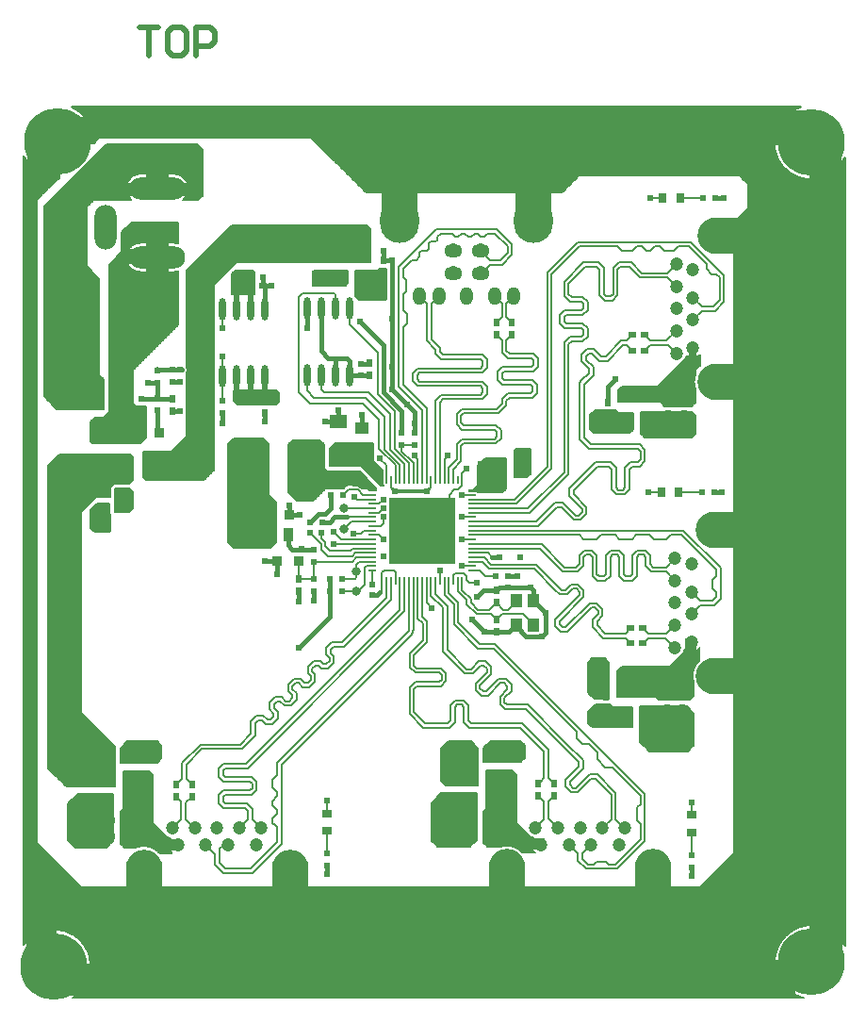
<source format=gtl>
G04*
G04 #@! TF.GenerationSoftware,Altium Limited,Altium Designer,20.0.9 (164)*
G04*
G04 Layer_Physical_Order=1*
G04 Layer_Color=32768*
%FSLAX25Y25*%
%MOIN*%
G70*
G01*
G75*
%ADD14C,0.01500*%
%ADD16C,0.00600*%
%ADD17C,0.00800*%
%ADD23R,0.02362X0.02362*%
%ADD24R,0.03150X0.03780*%
%ADD25R,0.23622X0.23622*%
%ADD26O,0.00866X0.03150*%
%ADD27O,0.03150X0.00866*%
%ADD28R,0.04331X0.05118*%
%ADD29R,0.03937X0.04724*%
%ADD30R,0.02362X0.02559*%
%ADD31R,0.02362X0.02362*%
%ADD32C,0.03150*%
%ADD33O,0.07874X0.19685*%
%ADD34R,0.03543X0.03543*%
%ADD35R,0.03583X0.03661*%
%ADD36R,0.03622X0.05118*%
%ADD37R,0.10630X0.06299*%
%ADD38O,0.02362X0.07874*%
%ADD39R,0.02559X0.02362*%
%ADD40R,0.11811X0.02756*%
%ADD41R,0.05906X0.04724*%
%ADD42R,0.05118X0.04331*%
%ADD43R,0.05118X0.03937*%
%ADD44R,0.03937X0.05118*%
%ADD45R,0.03780X0.03150*%
%ADD79C,0.00500*%
%ADD80C,0.00750*%
%ADD81C,0.01200*%
%ADD82C,0.02000*%
%ADD83R,0.27900X0.12250*%
%ADD84R,0.11750X0.17500*%
%ADD85R,0.11800X0.14096*%
%ADD86R,0.16297X0.12250*%
%ADD87R,0.15800X0.11250*%
%ADD88R,0.10750X0.13700*%
%ADD89R,0.11022X0.10364*%
%ADD90R,0.09900X0.08986*%
%ADD91R,0.12500X0.17000*%
%ADD92R,0.17000X0.12500*%
%ADD93R,0.03000X0.06000*%
%ADD94R,0.04000X0.08000*%
%ADD95R,0.08000X0.04000*%
%ADD96R,0.08000X0.08500*%
%ADD97R,0.27500X0.05000*%
%ADD98R,0.11500X0.05500*%
%ADD99R,0.08000X0.15000*%
%ADD100O,0.07874X0.15748*%
%ADD101O,0.19685X0.07874*%
%ADD102O,0.04724X0.06299*%
%ADD103O,0.13780X0.15748*%
%ADD104O,0.06299X0.05000*%
%ADD105C,0.04724*%
%ADD106C,0.12598*%
%ADD107C,0.01968*%
%ADD108C,0.23622*%
%ADD109C,0.02400*%
%ADD110C,0.02598*%
G36*
X489933Y357047D02*
D01*
D02*
G37*
D14*
X450225Y419950D02*
X458500Y411675D01*
X461665Y395835D02*
X469500Y388000D01*
X461665Y395835D02*
Y441665D01*
X469500Y384000D02*
Y388000D01*
X465000Y380665D02*
Y388300D01*
X458500Y394800D02*
Y411675D01*
X442500Y384693D02*
Y388500D01*
X378500Y466988D02*
Y471925D01*
X367657Y466988D02*
X378500D01*
X389342D01*
X378500Y442579D02*
Y447516D01*
X367657Y442579D02*
X378500D01*
Y437642D02*
Y442579D01*
X382492Y234874D02*
X385854D01*
X510921Y235000D02*
X514284D01*
X567500Y303295D02*
Y306658D01*
X568000Y407295D02*
Y410658D01*
X609807Y470382D02*
Y483193D01*
X596996D02*
X609807D01*
X575874Y450303D02*
X583173D01*
X575874Y398571D02*
X583173D01*
X610000Y193500D02*
Y206311D01*
X597189Y193500D02*
X610000D01*
X575374Y346303D02*
X582673D01*
X575374Y294571D02*
X582673D01*
X553929Y219827D02*
Y227126D01*
X502197Y219827D02*
Y227126D01*
X343193Y483693D02*
X356004D01*
X343193Y470882D02*
Y483693D01*
X425500Y219701D02*
Y227000D01*
X373768Y219701D02*
Y227000D01*
X342000Y192000D02*
X354811D01*
X342000D02*
Y204811D01*
X458500Y441665D02*
X461665D01*
X458500D02*
Y445000D01*
Y394800D02*
X465000Y388300D01*
X537874Y396874D02*
X540500Y399500D01*
X537874Y391402D02*
Y396874D01*
X439669Y315669D02*
Y324500D01*
Y329000D01*
X428500Y304500D02*
X439669Y315669D01*
X469500Y380665D02*
Y384000D01*
X456102Y323102D02*
X457330Y324330D01*
X454602Y323102D02*
X456102D01*
X386669Y402831D02*
X387169D01*
X384000D02*
X386669D01*
X438000Y352000D02*
X439835Y353835D01*
Y358500D01*
X432500Y349000D02*
X435500Y352000D01*
X497000Y336717D02*
X499559D01*
X499626Y336650D01*
X502665Y330000D02*
X506000D01*
X416500Y432500D02*
X418831D01*
X435500Y352000D02*
X438000D01*
X441248Y350748D02*
X445500D01*
X436734Y349023D02*
X439523D01*
X441248Y350748D01*
X450026Y400835D02*
X453500D01*
X450500Y405000D02*
X453335D01*
X453500Y405165D01*
X415831Y432500D02*
X418831D01*
X407500Y392000D02*
X411500D01*
X416500D01*
X406500Y393000D02*
X407500Y392000D01*
X576000Y463500D02*
X578890D01*
X575941D02*
X576000D01*
X575500Y359500D02*
X578279D01*
X575331D02*
X575500D01*
X437874Y384693D02*
X442500D01*
X425150Y351500D02*
Y355000D01*
X424760Y340740D02*
X426169Y339331D01*
X424760Y340740D02*
Y344583D01*
X426169Y339331D02*
X434000D01*
Y321165D02*
Y324665D01*
X428500Y321000D02*
Y324500D01*
X421020Y330705D02*
Y335331D01*
X416394D02*
X421020D01*
X425150Y351500D02*
X429000D01*
X451000Y382374D02*
Y387000D01*
X416500Y384500D02*
Y387669D01*
X567500Y223941D02*
Y226890D01*
X438500Y224500D02*
Y227449D01*
X431508Y417689D02*
Y424500D01*
X408000Y432500D02*
X411500D01*
X406500Y431000D02*
X408000Y432500D01*
X415831D02*
X416500Y431831D01*
Y424311D02*
Y431831D01*
X415831Y432500D02*
Y435500D01*
X401500Y384000D02*
Y387669D01*
X441508Y400878D02*
Y407000D01*
X436500Y409500D02*
Y424492D01*
X439000Y407000D02*
X441508D01*
X445500D01*
X446508Y405992D01*
Y400878D02*
Y405992D01*
X436500Y424492D02*
X436508Y424500D01*
X436500Y409500D02*
X439000Y407000D01*
X446551Y400835D02*
X453500D01*
X499661Y326000D02*
X502500D01*
X493831Y324831D02*
X498492D01*
X494331Y310169D02*
X498492D01*
X491500Y322500D02*
X493831Y324831D01*
X498492D02*
X499661Y326000D01*
X502500D02*
X510500D01*
X511571Y324929D01*
Y321331D02*
Y324929D01*
Y321331D02*
X516000Y316901D01*
Y310000D02*
Y316901D01*
X514500Y308500D02*
X516000Y310000D01*
X509000Y308500D02*
X514500D01*
X505413Y312087D02*
X509000Y308500D01*
X505413Y312087D02*
Y312669D01*
X502913Y310169D02*
X505413Y312669D01*
X498492Y310169D02*
X502913D01*
X490000Y314500D02*
X494331Y310169D01*
X375165Y398335D02*
X378500D01*
X384000Y398500D02*
X386669D01*
X378665Y402831D02*
X384000D01*
X378500Y392665D02*
X383669D01*
X378500Y392831D02*
Y398335D01*
X384000Y388169D02*
X386669D01*
X378500Y381366D02*
Y388500D01*
X373000Y392665D02*
X378335D01*
D16*
X457000Y374837D02*
Y385346D01*
X432500Y391000D02*
X451346D01*
X437508Y395000D02*
X453100D01*
X434008Y393000D02*
X452100D01*
X432500Y391000D02*
X451346D01*
X463950Y396858D02*
X472217Y388592D01*
X463950Y397500D02*
Y439142D01*
X473768Y370500D02*
X473769Y363762D01*
X473766Y370502D02*
Y389234D01*
X472217Y370500D02*
Y388592D01*
X473766Y370502D02*
X473768Y370500D01*
X462500Y374800D02*
Y388100D01*
X456500Y394100D02*
Y409000D01*
X460902Y374584D02*
Y387198D01*
X453100Y395000D02*
X460902Y387198D01*
X452100Y393000D02*
X459000Y386100D01*
Y374684D02*
Y386100D01*
X457000Y385346D02*
X457000D01*
X451346Y391000D02*
X457000Y385346D01*
X451346Y391000D02*
X457000Y385346D01*
X457000Y374837D02*
Y385346D01*
X446508Y418992D02*
X456500Y409000D01*
X459000Y374684D02*
X464342Y369341D01*
X441508Y424500D02*
Y429492D01*
X441000Y430000D02*
X441508Y429492D01*
X430000Y430000D02*
X441000D01*
X428500Y428500D02*
X430000Y430000D01*
X428500Y395000D02*
Y428500D01*
Y395000D02*
X432500Y391000D01*
X494081Y449794D02*
X495287Y451000D01*
X492956Y449794D02*
X494081D01*
X487251Y451000D02*
X488456Y449794D01*
X489581D01*
X486206Y451000D02*
X487251D01*
X485001Y449794D02*
X486206Y451000D01*
X483956Y449794D02*
X485001D01*
X465500Y424031D02*
Y429544D01*
Y424031D02*
X466860Y422671D01*
X493521Y408100D02*
X495217Y406404D01*
X479621Y408100D02*
X493521D01*
X478550Y409171D02*
Y410642D01*
Y409171D02*
X479621Y408100D01*
X477000Y408529D02*
Y410000D01*
X473928Y413072D02*
X477000Y410000D01*
Y408529D02*
X478979Y406550D01*
X492879D01*
X493667Y405762D01*
Y404187D02*
Y405762D01*
X495217Y403545D02*
Y406404D01*
X493521Y401850D02*
X495217Y403545D01*
X471301Y401850D02*
X493521D01*
X470513Y401062D02*
X471301Y401850D01*
X470513Y399487D02*
Y401062D01*
Y399487D02*
X471301Y398700D01*
X493516D01*
X492879Y403400D02*
X493667Y404187D01*
X470659Y403400D02*
X492879D01*
X468963Y401705D02*
X470659Y403400D01*
X468963Y398845D02*
Y401705D01*
X470659Y397150D02*
X492874D01*
X468963Y398845D02*
X470659Y397150D01*
X493662Y394787D02*
Y396362D01*
X492874Y394000D02*
X493662Y394787D01*
X492874Y397150D02*
X493662Y396362D01*
X493516Y398700D02*
X495212Y397005D01*
Y394145D02*
Y397005D01*
X478979Y394000D02*
X492874D01*
X493516Y392450D02*
X495212Y394145D01*
X479621Y392450D02*
X493516D01*
X478550Y391379D02*
X479621Y392450D01*
X478550Y363774D02*
Y391379D01*
X477000Y364972D02*
Y392021D01*
X478979Y394000D01*
X510889Y403900D02*
X511677Y404687D01*
Y406262D01*
X510889Y407050D02*
X511677Y406262D01*
X502454Y407050D02*
X510889D01*
X500475Y409029D02*
Y413194D01*
Y409029D02*
X502454Y407050D01*
X502025Y409671D02*
Y413194D01*
Y409671D02*
X503096Y408600D01*
X511531D01*
X513227Y406905D01*
Y404045D02*
Y406905D01*
X511531Y402350D02*
X513227Y404045D01*
X501363Y402350D02*
X511531D01*
X500575Y401562D02*
X501363Y402350D01*
X500575Y399987D02*
Y401562D01*
Y399987D02*
X501363Y399200D01*
X511065D01*
X500721Y403900D02*
X510889D01*
X499025Y402205D02*
X500721Y403900D01*
X499025Y399345D02*
Y402205D01*
Y399345D02*
X500721Y397650D01*
X510423D01*
X511211Y396863D01*
Y395287D02*
Y396863D01*
X510423Y394500D02*
X511211Y395287D01*
X511065Y399200D02*
X512761Y397504D01*
Y394645D02*
Y397504D01*
X511065Y392950D02*
X512761Y394645D01*
X502454Y394500D02*
X510423D01*
X500475Y392521D02*
X502454Y394500D01*
X499167Y387500D02*
X502025Y390358D01*
X499167Y387500D02*
Y387500D01*
X503096Y392950D02*
X511065D01*
X502025Y391879D02*
X503096Y392950D01*
X502025Y390358D02*
Y391879D01*
X500475Y391000D02*
Y392521D01*
X498525Y389050D02*
X500475Y391000D01*
X484404Y383529D02*
Y387096D01*
Y383529D02*
X486383Y381550D01*
X497736D01*
X485954Y384171D02*
Y386454D01*
Y384171D02*
X487025Y383100D01*
X498378D01*
X500073Y381404D01*
Y378545D02*
Y381404D01*
X497736Y381550D02*
X498523Y380763D01*
Y379187D02*
Y380763D01*
X497736Y378400D02*
X498523Y379187D01*
X486383Y378400D02*
X497736D01*
X498378Y376850D02*
X500073Y378545D01*
X487025Y376850D02*
X498378D01*
X485954Y370454D02*
Y375779D01*
X487025Y376850D01*
X484404Y371096D02*
Y376421D01*
X486383Y378400D01*
X529057Y412950D02*
X530752Y414645D01*
Y417505D01*
X529057Y419200D02*
X530752Y417505D01*
X523338Y419200D02*
X529057D01*
X522550Y419987D02*
X523338Y419200D01*
X522550Y419987D02*
Y421562D01*
X523338Y422350D01*
X529057D01*
X530752Y424045D01*
Y426904D01*
X529057Y428600D02*
X530752Y426904D01*
X525071Y428600D02*
X529057D01*
X524000Y429671D02*
Y433300D01*
Y429671D02*
X525071Y428600D01*
X522450Y429029D02*
Y433942D01*
Y429029D02*
X524429Y427050D01*
X528414D01*
X529202Y426263D01*
Y424687D02*
Y426263D01*
X528414Y423900D02*
X529202Y424687D01*
X522695Y423900D02*
X528414D01*
X521000Y422204D02*
X522695Y423900D01*
X521000Y419345D02*
Y422204D01*
Y419345D02*
X522695Y417650D01*
X528414D01*
X529202Y416862D01*
Y415287D02*
Y416862D01*
X528414Y414500D02*
X529202Y415287D01*
X524429Y414500D02*
X528414D01*
X525071Y412950D02*
X529057D01*
X524000Y411879D02*
X525071Y412950D01*
X524000Y366000D02*
Y411879D01*
X522450Y412521D02*
X524429Y414500D01*
X522450Y366642D02*
Y412521D01*
X529258Y440750D02*
X534621D01*
X529900Y439200D02*
X533979D01*
X535050Y438129D01*
Y429085D02*
Y438129D01*
X534621Y440750D02*
X536600Y438771D01*
Y429727D02*
Y438771D01*
Y429727D02*
X537387Y428939D01*
X538963D01*
X535050Y429085D02*
X536745Y427389D01*
X539605D01*
X542371Y439200D02*
X545500D01*
X541300Y438129D02*
X542371Y439200D01*
X541300Y429085D02*
Y438129D01*
X539605Y427389D02*
X541300Y429085D01*
X538963Y428939D02*
X539750Y429727D01*
Y438771D01*
X541729Y440750D01*
X537766Y405966D02*
X543346Y411546D01*
X534968Y405966D02*
X537766D01*
X532315Y408619D02*
X534968Y405966D01*
X531201Y408619D02*
X532315D01*
X530088Y407505D02*
X531201Y408619D01*
X530088Y406391D02*
Y407505D01*
Y406391D02*
X532740Y403739D01*
Y400940D02*
Y403739D01*
X529500Y397700D02*
X532740Y400940D01*
X537124Y407516D02*
X542704Y413096D01*
X537124Y407516D02*
Y407516D01*
X535610Y407516D02*
X537124D01*
X532957Y410169D02*
X535610Y407516D01*
X530559Y410169D02*
X532957D01*
X528538Y408147D02*
X530559Y410169D01*
X528538Y405750D02*
Y408147D01*
Y405750D02*
X531190Y403097D01*
X527950Y398342D02*
X528704Y399096D01*
X528704D02*
X531190Y401582D01*
X528704Y399096D02*
X528704D01*
X531190Y401582D02*
Y403097D01*
X538821Y370119D02*
X540800Y368141D01*
Y361173D02*
Y368141D01*
Y361173D02*
X541612Y360360D01*
X543237D01*
X544050Y361173D01*
Y368141D01*
X546029Y370119D02*
X548454D01*
X544050Y368141D02*
X546029Y370119D01*
X549096Y368569D02*
X551023Y370496D01*
X546671Y368569D02*
X549096D01*
X545600Y367498D02*
X546671Y368569D01*
X545600Y360531D02*
Y367498D01*
X543880Y358810D02*
X545600Y360531D01*
X540970Y358810D02*
X543880D01*
X539250Y360531D02*
X540970Y358810D01*
X539250Y360531D02*
Y367498D01*
X534069Y368569D02*
X538179D01*
X539250Y367498D01*
X533427Y370119D02*
X538821D01*
X512481Y349173D02*
X519238Y355930D01*
X522036D01*
X526564Y351402D01*
X527677D01*
X528791Y352516D01*
Y353630D01*
X524264Y358157D02*
X528791Y353630D01*
X524264Y360956D02*
X533427Y370119D01*
X524264Y358157D02*
Y360956D01*
X525814Y360314D02*
X534069Y368569D01*
X525814Y360314D02*
X525814D01*
X525814Y358799D02*
Y360314D01*
Y358799D02*
X530341Y354272D01*
Y351874D02*
Y354272D01*
X528319Y349852D02*
X530341Y351874D01*
X525922Y349852D02*
X528319D01*
X521394Y354380D02*
X525922Y349852D01*
X513098Y347598D02*
X519880Y354380D01*
X521394D01*
X534050Y330644D02*
X534837Y329857D01*
X536413D01*
X537200Y330644D01*
Y337301D01*
X538896Y338996D01*
X541755D01*
X543450Y337301D01*
Y330644D02*
Y337301D01*
Y330644D02*
X544238Y329857D01*
X545813D01*
X546600Y330644D01*
Y337301D01*
X548295Y338996D01*
X551155D01*
X552850Y337301D01*
Y334083D02*
Y337301D01*
X553909Y333023D02*
X558432D01*
X552850Y334083D02*
X553909Y333023D01*
X557266Y331473D02*
X558432D01*
X553279Y331462D02*
X557255D01*
X557266Y331473D01*
X551300Y333440D02*
X553279Y331462D01*
X551300Y333440D02*
Y336659D01*
X550513Y337446D02*
X551300Y336659D01*
X548938Y337446D02*
X550513D01*
X548150Y336659D02*
X548938Y337446D01*
X548150Y330002D02*
Y336659D01*
X546455Y328307D02*
X548150Y330002D01*
X543596Y328307D02*
X546455D01*
X541900Y330002D02*
X543596Y328307D01*
X541900Y330002D02*
Y336659D01*
X541113Y337446D02*
X541900Y336659D01*
X539537Y337446D02*
X541113D01*
X538750Y336659D02*
X539537Y337446D01*
X538750Y330002D02*
Y336659D01*
X537055Y328307D02*
X538750Y330002D01*
X534196Y328307D02*
X537055D01*
X532500Y330002D02*
X534196Y328307D01*
X532500Y330002D02*
Y336659D01*
X531713Y337446D02*
X532500Y336659D01*
X530137Y337446D02*
X531713D01*
X529350Y336659D02*
X530137Y337446D01*
X529350Y333440D02*
Y336659D01*
X527359Y331450D02*
X529350Y333440D01*
X522050Y331450D02*
X527359D01*
X534050Y330644D02*
Y337301D01*
X532355Y338996D02*
X534050Y337301D01*
X529495Y338996D02*
X532355D01*
X527800Y337301D02*
X529495Y338996D01*
X527800Y334083D02*
Y337301D01*
X526718Y333000D02*
X527800Y334083D01*
X522692Y333000D02*
X526718D01*
X536904Y309596D02*
X544068D01*
X534067Y312433D02*
X536904Y309596D01*
X534067Y312433D02*
Y313948D01*
X536036Y315917D01*
Y318315D01*
X534015Y320336D02*
X536036Y318315D01*
X531617Y320336D02*
X534015D01*
X523017Y311736D02*
X531617Y320336D01*
X521903Y311736D02*
X523017D01*
X520789Y312849D02*
X521903Y311736D01*
X520789Y312849D02*
Y313963D01*
X529389Y322564D01*
Y324961D01*
X527368Y326983D02*
X529389Y324961D01*
X524970Y326983D02*
X527368D01*
X523001Y325014D02*
X524970Y326983D01*
X512500Y334000D02*
X521486Y325014D01*
X523001D01*
X511858Y332450D02*
X519254Y325054D01*
Y325054D02*
X520844Y323464D01*
X519254Y325054D02*
Y325054D01*
X520844Y323464D02*
X523643D01*
X525612Y325433D01*
X526726D01*
X527840Y324319D01*
Y323206D02*
Y324319D01*
X519239Y314605D02*
X527840Y323206D01*
X519239Y312208D02*
Y314605D01*
Y312208D02*
X521261Y310186D01*
X523659D01*
X532259Y318786D01*
X533372D01*
X534486Y317672D01*
Y316559D02*
Y317672D01*
X532517Y314590D02*
X534486Y316559D01*
X532517Y311791D02*
X536262Y308046D01*
X532517Y311791D02*
Y314590D01*
X509550Y284450D02*
X523350Y270650D01*
Y270650D02*
X529184Y264816D01*
X523350Y270650D02*
Y270650D01*
X529184Y262018D02*
Y264816D01*
X524417Y257251D02*
X529184Y262018D01*
X524417Y256137D02*
Y257251D01*
Y256137D02*
X525531Y255024D01*
X526645D01*
X531411Y259790D01*
X534210D02*
X540649Y253351D01*
X531411Y259790D02*
X534210D01*
X533568Y258240D02*
X539099Y252709D01*
X532053Y258240D02*
X533568D01*
X527286Y253474D02*
X532053Y258240D01*
X524889Y253474D02*
X527286D01*
X522867Y255495D02*
X524889Y253474D01*
X522867Y255495D02*
Y257893D01*
X527634Y262660D01*
Y264174D01*
X508908Y282900D02*
X527634Y264174D01*
X492699Y290251D02*
Y291399D01*
X501488Y282900D02*
X508908D01*
X499793Y284595D02*
X501488Y282900D01*
X499793Y284595D02*
Y287394D01*
X502248Y289850D01*
Y290963D01*
X501135Y292077D02*
X502248Y290963D01*
X500021Y292077D02*
X501135D01*
X495549Y287606D02*
X500021Y292077D01*
X493152Y287606D02*
X495549D01*
X491130Y289627D02*
X493152Y287606D01*
X491130Y289627D02*
Y292025D01*
X495149Y296044D01*
Y297158D01*
X492922Y298271D02*
X494035D01*
X495149Y297158D01*
X490129Y295478D02*
X492922Y298271D01*
X479550Y303258D02*
X487330Y295478D01*
X490129D01*
X502130Y284450D02*
X509550D01*
X501343Y285237D02*
X502130Y284450D01*
X501343Y285237D02*
Y286752D01*
X503798Y289208D01*
Y291605D01*
X501777Y293627D02*
X503798Y291605D01*
X499379Y293627D02*
X501777D01*
X494908Y289156D02*
X499379Y293627D01*
X493794Y289156D02*
X494908D01*
X492699Y291399D02*
X496699Y295399D01*
Y297800D01*
X492699Y290251D02*
X493794Y289156D01*
X494677Y299821D02*
X496699Y297800D01*
X492280Y299821D02*
X494677D01*
X489487Y297028D02*
X492280Y299821D01*
X481100Y303900D02*
X487972Y297028D01*
X489487D01*
X489521Y277950D02*
X507550D01*
X488450Y279021D02*
X489521Y277950D01*
X506908Y276400D02*
X515272Y268036D01*
X488879Y276400D02*
X506908D01*
X486900Y278379D02*
X488879Y276400D01*
X486900Y278379D02*
Y283649D01*
X486113Y284437D02*
X486900Y283649D01*
X484538Y284437D02*
X486113D01*
X483750Y283649D02*
X484538Y284437D01*
X483750Y278379D02*
Y283649D01*
X472600Y276400D02*
X481771D01*
X483750Y278379D01*
X488450Y279021D02*
Y284291D01*
X486755Y285987D02*
X488450Y284291D01*
X483895Y285987D02*
X486755D01*
X482200Y284291D02*
X483895Y285987D01*
X482200Y279021D02*
Y284291D01*
X473242Y277950D02*
X481129D01*
X482200Y279021D01*
X479012Y291050D02*
X480708Y292745D01*
Y295604D01*
X479012Y297300D02*
X480708Y295604D01*
X470371Y297300D02*
X479012D01*
X469300Y298371D02*
Y301900D01*
Y298371D02*
X470371Y297300D01*
Y291050D02*
X479012D01*
X469300Y289979D02*
X470371Y291050D01*
X469300Y281892D02*
Y289979D01*
Y281892D02*
X473242Y277950D01*
X467750Y281250D02*
Y290621D01*
Y281250D02*
X472600Y276400D01*
X467750Y290621D02*
X469729Y292600D01*
X478370D01*
X479158Y293387D01*
Y294963D01*
X478370Y295750D02*
X479158Y294963D01*
X469729Y295750D02*
X478370D01*
X467750Y297729D02*
Y302542D01*
Y297729D02*
X469729Y295750D01*
X413172Y273672D02*
Y277915D01*
X408400Y268900D02*
X413172Y273672D01*
X411672Y274293D02*
Y278536D01*
X407779Y270400D02*
X411672Y274293D01*
X443790Y306446D02*
X459608Y322264D01*
X440355Y306446D02*
X443790D01*
X444517Y304946D02*
X461193Y321622D01*
X440976Y304946D02*
X444517D01*
X426390Y289887D02*
Y291001D01*
Y289887D02*
X427771Y288506D01*
Y286150D02*
Y288506D01*
X425779Y284157D02*
X427771Y286150D01*
X426390Y291001D02*
X427504Y292115D01*
X428617D01*
X429999Y290734D01*
X432355D01*
X434347Y292726D01*
Y295082D01*
X433287Y296143D02*
X434347Y295082D01*
X433287Y296143D02*
Y297257D01*
X434400Y298370D01*
X435514D01*
X436575Y297310D01*
X438931D01*
X440923Y299302D01*
Y301658D01*
X439863Y302719D02*
X440923Y301658D01*
X439863Y302719D02*
Y303833D01*
X440976Y304946D01*
X459643Y322264D02*
Y324665D01*
X438363Y304454D02*
X440355Y306446D01*
X438363Y302098D02*
Y304454D01*
Y302098D02*
X439423Y301037D01*
Y299923D02*
Y301037D01*
X438310Y298810D02*
X439423Y299923D01*
X437196Y298810D02*
X438310D01*
X436135Y299870D02*
X437196Y298810D01*
X433779Y299870D02*
X436135D01*
X431787Y297878D02*
X433779Y299870D01*
X431787Y295522D02*
Y297878D01*
Y295522D02*
X432847Y294461D01*
Y293347D02*
Y294461D01*
X431734Y292233D02*
X432847Y293347D01*
X430620Y292233D02*
X431734D01*
X429239Y293615D02*
X430620Y292233D01*
X426883Y293615D02*
X429239D01*
X424890Y291622D02*
X426883Y293615D01*
X424890Y289266D02*
Y291622D01*
Y289266D02*
X426271Y287885D01*
Y286771D02*
Y287885D01*
X425157Y285658D02*
X426271Y286771D01*
X424044Y285658D02*
X425157D01*
X422597Y287105D02*
X424044Y285658D01*
X420240Y287105D02*
X422597D01*
X418248Y285112D02*
X420240Y287105D01*
X423422Y284157D02*
X425779D01*
X421976Y285605D02*
X423422Y284157D01*
X420862Y285605D02*
X421976D01*
X419748Y284491D02*
X420862Y285605D01*
X419748Y283377D02*
Y284491D01*
Y283377D02*
X421195Y281930D01*
X418248Y282756D02*
Y285112D01*
Y282756D02*
X419695Y281309D01*
Y280195D02*
Y281309D01*
X418581Y279081D02*
X419695Y280195D01*
X417468Y279081D02*
X418581D01*
X421195Y279574D02*
Y281930D01*
X419203Y277581D02*
X421195Y279574D01*
X415399Y279028D02*
X416846Y277581D01*
X419203D01*
X414286Y279028D02*
X415399D01*
X413172Y277915D02*
X414286Y279028D01*
X416021Y280528D02*
X417468Y279081D01*
X413664Y280528D02*
X416021D01*
X411672Y278536D02*
X413664Y280528D01*
X461180Y325320D02*
Y328295D01*
X461193Y321622D02*
Y325307D01*
X394365Y268900D02*
X408400D01*
X388793Y263328D02*
X394365Y268900D01*
X388793Y258306D02*
X390768Y256331D01*
X388793Y258306D02*
Y263328D01*
X459630Y324677D02*
Y328295D01*
Y324677D02*
X459643Y324665D01*
X459618Y328307D02*
X459630Y328295D01*
X459608Y322264D02*
X459643D01*
X393743Y270400D02*
X407779D01*
X387293Y263949D02*
X393743Y270400D01*
X387293Y263413D02*
Y263949D01*
X387243Y263363D02*
X387293Y263413D01*
X387243Y258306D02*
Y263363D01*
X385268Y256331D02*
X387243Y258306D01*
X410670Y243941D02*
Y246829D01*
X409599Y247900D02*
X410670Y246829D01*
X402055Y247900D02*
X409599D01*
X400359Y249595D02*
X402055Y247900D01*
X400359Y249595D02*
Y252455D01*
X402055Y254150D01*
X411332D01*
X412120Y254938D01*
Y256513D01*
X411332Y257300D02*
X412120Y256513D01*
X402055Y257300D02*
X411332D01*
X400359Y258996D02*
X402055Y257300D01*
X400359Y258996D02*
Y261855D01*
X402055Y263550D02*
X409858D01*
X400359Y261855D02*
X402055Y263550D01*
X409858D02*
X464367Y318059D01*
X410500Y262000D02*
X465917Y317417D01*
X402697Y262000D02*
X410500D01*
X401909Y261213D02*
X402697Y262000D01*
X401909Y259637D02*
Y261213D01*
Y259637D02*
X402697Y258850D01*
X411974D01*
X413670Y257155D01*
Y254295D02*
Y257155D01*
X411974Y252600D02*
X413670Y254295D01*
X402697Y252600D02*
X411974D01*
X401909Y251813D02*
X402697Y252600D01*
X401909Y250237D02*
X402697Y249450D01*
X401909Y250237D02*
Y251813D01*
X402697Y249450D02*
X410241D01*
X412220Y243941D02*
Y247471D01*
X410241Y249450D02*
X412220Y247471D01*
X516822Y258432D02*
Y268678D01*
X507550Y277950D02*
X516822Y268678D01*
Y258432D02*
X518797Y256457D01*
X474000Y306600D02*
Y313800D01*
X472217Y315583D02*
X474000Y313800D01*
X469300Y301900D02*
X474000Y306600D01*
X472217Y315583D02*
Y328307D01*
X515272Y258432D02*
Y268036D01*
X514201Y257361D02*
X515272Y258432D01*
X513297Y256555D02*
X514103Y257361D01*
X470667Y314941D02*
X472450Y313158D01*
Y307242D02*
Y313158D01*
X467750Y302542D02*
X472450Y307242D01*
X470667Y314941D02*
Y328282D01*
X470642Y328307D02*
X470667Y328282D01*
X475379Y322929D02*
X479550Y318758D01*
X476929Y323571D02*
X481100Y319400D01*
X539454Y262354D02*
X549500Y252308D01*
X492650Y305950D02*
X498050D01*
X492008Y304400D02*
X497408D01*
X479550Y303258D02*
Y318758D01*
X481100Y303900D02*
Y319400D01*
X531204Y270604D02*
X534154Y267654D01*
X483450Y312958D02*
X492008Y304400D01*
X528796Y270604D02*
X531204D01*
X526754Y272646D02*
X528796Y270604D01*
X526754Y272646D02*
Y275054D01*
X537046Y262354D02*
X539454D01*
X534154Y265246D02*
X537046Y262354D01*
X534154Y265246D02*
Y267654D01*
X538200Y228000D02*
X540500D01*
X530838D02*
X532800D01*
X537200Y229000D02*
X538200Y228000D01*
X533800Y229000D02*
X537200D01*
X532800Y228000D02*
X533800Y229000D01*
X549500Y249400D02*
Y252308D01*
Y237000D02*
Y242300D01*
X548300Y243500D02*
X549500Y242300D01*
X548300Y243500D02*
Y248200D01*
X549500Y249400D01*
X489933Y339724D02*
X513776D01*
X489933Y341299D02*
X514393D01*
X522692Y333000D01*
X513776Y339724D02*
X522050Y331450D01*
X570700Y337800D02*
X576250Y332250D01*
X560100Y344449D02*
X564051D01*
X548000D02*
X552700D01*
X558651Y343000D02*
X560100Y344449D01*
X554149Y343000D02*
X558651D01*
X552700Y344449D02*
X554149Y343000D01*
X546502Y342951D02*
X548000Y344449D01*
X542049Y342951D02*
X546502D01*
X540551Y344449D02*
X542049Y342951D01*
X535400Y344449D02*
X540551D01*
X489933D02*
X527900D01*
X533951Y343000D02*
X535400Y344449D01*
X529349Y343000D02*
X533951D01*
X527900Y344449D02*
X529349Y343000D01*
X564051Y344449D02*
X570700Y337800D01*
X576250Y329906D02*
Y332250D01*
X575023Y328679D02*
X576250Y329906D01*
X575023Y325575D02*
Y328679D01*
Y325575D02*
X576250Y324348D01*
X575000Y321212D02*
X575588Y321800D01*
X548454Y370119D02*
X549473Y371138D01*
X551023Y370496D02*
Y374673D01*
X549473Y371138D02*
Y374031D01*
X531850Y376550D02*
X549146D01*
X551023Y374673D01*
X544568Y411546D02*
X546543Y409571D01*
X543346Y411546D02*
X544568D01*
X489933Y347598D02*
X513098D01*
X529500Y378900D02*
X531850Y376550D01*
X529500Y378900D02*
Y397700D01*
X527950Y378258D02*
Y398342D01*
X531208Y375000D02*
X548504D01*
X542704Y413096D02*
X544568D01*
X546543Y415071D01*
X489933Y349173D02*
X512481D01*
X548504Y375000D02*
X549473Y374031D01*
X527950Y378258D02*
X531208Y375000D01*
X541729Y440750D02*
X546142D01*
X549869Y437023D01*
X545500Y439200D02*
X549227Y435473D01*
X549869Y437023D02*
X558932D01*
X558932Y435473D02*
X562094Y432311D01*
X510323Y352323D02*
X524000Y366000D01*
X489933Y352323D02*
X510323D01*
X558932Y437023D02*
X562094Y440185D01*
X509706Y353898D02*
X522450Y366642D01*
X489933Y353898D02*
X509706D01*
X549227Y435473D02*
X558932D01*
X522450Y433942D02*
X529258Y440750D01*
X524000Y433300D02*
X529900Y439200D01*
X518000Y368000D02*
Y436700D01*
X516450Y368642D02*
Y437342D01*
X576300Y436700D02*
X577500Y435500D01*
X566500Y446500D02*
X572850Y440150D01*
X574600Y436700D02*
X576300D01*
X572850Y438450D02*
X574600Y436700D01*
X572850Y438450D02*
Y440150D01*
X556104Y446500D02*
X557791Y444812D01*
X561212D01*
X562900Y446500D01*
X518000Y436700D02*
X527800Y446500D01*
X541346D01*
X554650D02*
X556104D01*
X552954Y444804D02*
X554650Y446500D01*
X551500Y444804D02*
X552954D01*
X549804Y446500D02*
X551500Y444804D01*
X548350Y446500D02*
X549804D01*
X541346D02*
X543046Y444800D01*
X546650D01*
X548350Y446500D01*
X489946Y355485D02*
X505485D01*
X562900Y446500D02*
X566500D01*
X465500Y397500D02*
X473766Y389234D01*
X466627Y430671D02*
Y434448D01*
X465500Y435575D02*
X466627Y434448D01*
X465500Y435575D02*
Y438500D01*
Y429544D02*
X466627Y430671D01*
X466860Y419160D02*
Y422671D01*
X465500Y417800D02*
X466860Y419160D01*
X465500Y438500D02*
X468606Y441606D01*
X470115D02*
X471297Y442788D01*
Y444297D02*
X471921Y444921D01*
X471297Y442788D02*
Y444297D01*
X468606Y441606D02*
X470115D01*
X495287Y451000D02*
X498000D01*
X489581Y449794D02*
X490787Y451000D01*
X491751D01*
X492956Y449794D01*
X482751Y451000D02*
X483956Y449794D01*
X478750Y451000D02*
X482751D01*
X477661Y448727D02*
Y449910D01*
X478750Y451000D01*
X475103Y448103D02*
X477036D01*
X477661Y448727D01*
X474478Y447478D02*
X475103Y448103D01*
X474478Y445545D02*
Y447478D01*
X471921Y444921D02*
X473854D01*
X474478Y445545D01*
X465905Y328295D02*
X465917Y317417D01*
X464355Y318072D02*
Y328295D01*
Y318072D02*
X464367Y318059D01*
X400409Y228500D02*
Y233432D01*
X401090Y234114D02*
X402810D01*
X400409Y233432D02*
X401090Y234114D01*
X419158Y257864D02*
X420950Y259656D01*
X419158Y255325D02*
X420950Y253533D01*
Y252175D02*
Y253533D01*
X419158Y255325D02*
Y257864D01*
Y249025D02*
X420950Y247233D01*
Y245929D02*
Y247233D01*
X419321Y244300D02*
X420950Y245929D01*
X419158Y250383D02*
X420950Y252175D01*
X419158Y249025D02*
Y250383D01*
X420950Y235950D02*
Y237236D01*
Y259656D02*
Y263950D01*
X467492Y310492D01*
X402810Y234114D02*
X403571Y234874D01*
X402409Y226500D02*
X411500D01*
X420950Y235950D01*
X467492Y310492D02*
Y328307D01*
X481678Y368370D02*
X484404Y371096D01*
X483228Y367728D02*
X485954Y370454D01*
X483228Y363753D02*
X483240Y363740D01*
X502025Y413194D02*
X504000Y415169D01*
X483228Y363753D02*
Y367728D01*
X481665Y363740D02*
X481678Y363753D01*
X498500Y415169D02*
X500475Y413194D01*
X481678Y363753D02*
Y368370D01*
X487000Y387500D02*
X499167D01*
X486358Y389050D02*
X498525D01*
X485954Y386454D02*
X487000Y387500D01*
X484404Y387096D02*
X486358Y389050D01*
X476941Y363740D02*
Y364913D01*
X472217Y363740D02*
Y370500D01*
X463950Y439142D02*
X465654Y440846D01*
X475478Y413714D02*
Y426359D01*
X473928Y413072D02*
Y426359D01*
X475478Y413714D02*
X478550Y410642D01*
X465500Y397500D02*
Y417800D01*
X463950Y397500D02*
X463950Y397499D01*
X497000Y357035D02*
X504843D01*
X489946D02*
X497000D01*
X489933Y357047D02*
X489946Y357035D01*
X559254Y411530D02*
X562094Y408689D01*
X552849Y411546D02*
X559269D01*
X558627Y413096D02*
X562094Y416563D01*
X552849Y413096D02*
X558627D01*
X550874Y415071D02*
X552849Y413096D01*
X550874Y409571D02*
X552849Y411546D01*
X462500Y374800D02*
X467492Y369808D01*
X468519Y370500D02*
X469067Y369952D01*
X465000Y374019D02*
X468519Y370500D01*
X460902Y374584D02*
X465917Y369568D01*
X457000Y374837D02*
X462768Y369069D01*
X465000Y376335D02*
X469500D01*
X465000Y374019D02*
Y376335D01*
X544068Y309596D02*
X546043Y311571D01*
X544068Y308046D02*
X546043Y306071D01*
X536262Y308046D02*
X544068D01*
X496692Y334000D02*
X512500D01*
X496050Y332450D02*
X511858D01*
X494117Y336575D02*
X496692Y334000D01*
X489933Y336575D02*
X494117D01*
X493500Y335000D02*
X496050Y332450D01*
X489933Y335000D02*
X493500D01*
X489933Y331850D02*
X492689D01*
X494539Y330000D01*
X498335D01*
X497408Y304400D02*
X526754Y275054D01*
X481653Y323847D02*
X485000Y320500D01*
X498050Y305950D02*
X551050Y252950D01*
X480103Y323205D02*
X483450Y319858D01*
X481653Y323847D02*
Y328295D01*
X475379Y322929D02*
Y328295D01*
X476929Y323571D02*
Y328295D01*
X481653Y328295D02*
X481665Y328307D01*
X480091D02*
X480103Y328295D01*
Y323205D02*
Y328295D01*
X469067Y363740D02*
Y369952D01*
X456500Y394100D02*
X462500Y388100D01*
X505485Y355485D02*
X518000Y368000D01*
X456823Y352323D02*
X458500Y354000D01*
X454500Y352323D02*
X456823D01*
X456972Y355472D02*
X458500Y357000D01*
X454500Y355472D02*
X456972D01*
X447500Y335000D02*
X449000Y336500D01*
X434000Y335000D02*
X447500D01*
X439000Y337000D02*
X447500D01*
X448650Y338150D01*
X447000Y339000D02*
X447724Y339724D01*
X437862Y340638D02*
X439500Y339000D01*
X436715Y343072D02*
X437862Y341925D01*
X436715Y343072D02*
Y345359D01*
X443626Y342874D02*
X454500D01*
X441000Y345500D02*
X443626Y342874D01*
X440799Y341299D02*
X454500D01*
X437862Y340638D02*
Y341925D01*
X439500Y339000D02*
X447000D01*
X436607Y339393D02*
Y341107D01*
X432430Y345283D02*
X436607Y341107D01*
Y339393D02*
X439000Y337000D01*
X432430Y345283D02*
Y345359D01*
X447724Y339724D02*
X454500D01*
X448650Y338150D02*
X454500D01*
X449000Y336500D02*
X454425D01*
X444000Y329000D02*
X448500D01*
X449000Y329500D01*
Y331500D01*
X450000Y335000D02*
X454500D01*
X449000Y331500D02*
Y334000D01*
X450000Y335000D01*
X449000Y324500D02*
X449500D01*
X444000D02*
X449000D01*
X451963Y332963D02*
X452425Y333425D01*
X449500Y324500D02*
X451963Y326963D01*
Y332963D01*
X452425Y333425D02*
X454500D01*
X463950Y396858D02*
Y397499D01*
X498000Y451000D02*
X502500Y446500D01*
Y444115D02*
Y446500D01*
X500000Y441615D02*
X502500Y444115D01*
X496074Y441615D02*
X500000D01*
X492912Y444777D02*
X496074Y441615D01*
X504050Y443473D02*
Y447142D01*
X500642Y440065D02*
X504050Y443473D01*
X477358Y452550D02*
X498642D01*
X504050Y447142D01*
X492912Y436903D02*
X496074Y440065D01*
X500642D01*
X465654Y440846D02*
X477358Y452550D01*
X475478Y426359D02*
X478148Y429029D01*
X471258D02*
X473928Y426359D01*
X454425Y336500D02*
X454500Y336575D01*
X428500Y328831D02*
Y335331D01*
X433835Y328831D02*
X434000Y328996D01*
X428500Y328831D02*
X433835D01*
X434000Y328996D02*
Y335000D01*
X563610Y463500D02*
X571610D01*
X552890D02*
X557390D01*
X563000Y359500D02*
X571000D01*
X552280D02*
X556779D01*
X567500Y231221D02*
Y239220D01*
Y245441D02*
Y249941D01*
X438500Y246000D02*
Y250500D01*
Y231780D02*
Y239779D01*
X431508Y395500D02*
Y400878D01*
Y395500D02*
X434008Y393000D01*
X436508Y396000D02*
Y400878D01*
Y396000D02*
X437508Y395000D01*
X446508Y418992D02*
Y424500D01*
X467492Y363740D02*
Y369808D01*
X462768Y363740D02*
Y369069D01*
X464342Y363740D02*
Y369341D01*
X465917Y363740D02*
Y369568D01*
X498500Y419500D02*
X500475Y421475D01*
X502025D02*
Y426331D01*
Y421475D02*
X504000Y419500D01*
X497833Y429029D02*
X500475Y426387D01*
Y421475D02*
Y426387D01*
X502025Y426331D02*
X504723Y429029D01*
X567142Y448050D02*
X579050Y436142D01*
X527158Y448050D02*
X567142D01*
X516450Y437342D02*
X527158Y448050D01*
X504843Y357035D02*
X516450Y368642D01*
X579050Y426858D02*
Y436142D01*
X577500Y427500D02*
Y435500D01*
X575854Y423662D02*
X579050Y426858D01*
X575212Y425212D02*
X577500Y427500D01*
X571162Y425212D02*
X575212D01*
X568000Y428374D02*
X571162Y425212D01*
Y423662D02*
X575854D01*
X568000Y420500D02*
X571162Y423662D01*
X564668Y346024D02*
X577800Y332892D01*
Y321820D02*
Y332892D01*
X575642Y319662D02*
X577800Y321820D01*
X489933Y346024D02*
X564668D01*
X567500Y316500D02*
X570662Y319662D01*
X575642D01*
X570662Y321212D02*
X575000D01*
X567500Y324374D02*
X570662Y321212D01*
X558432Y333023D02*
X561594Y336185D01*
X558432Y331473D02*
X561594Y328311D01*
X550374Y311571D02*
X552349Y309596D01*
X550374Y306071D02*
X552349Y308046D01*
Y309596D02*
X558627D01*
X561594Y312563D01*
X552349Y308046D02*
X558238D01*
X561594Y304689D01*
X541142Y226450D02*
X551050Y236358D01*
X540500Y228000D02*
X549500Y237000D01*
X485000Y313600D02*
X492650Y305950D01*
X551050Y236358D02*
Y252950D01*
X485000Y313600D02*
Y320500D01*
X483450Y312958D02*
Y319858D01*
X530196Y226450D02*
X541142D01*
X527288Y229358D02*
X530196Y226450D01*
X528838Y230000D02*
X530838Y228000D01*
X528838Y230000D02*
Y231838D01*
X532000Y235000D01*
X527288Y229358D02*
Y231838D01*
X524126Y235000D02*
X527288Y231838D01*
X539099Y244068D02*
Y252709D01*
X540649Y244068D02*
Y253351D01*
Y244068D02*
X543811Y240905D01*
X535937D02*
X539099Y244068D01*
X516822Y244273D02*
Y250151D01*
X518797Y252126D01*
X515272Y243862D02*
Y250151D01*
X513297Y252126D02*
X515272Y250151D01*
X516822Y244273D02*
X520189Y240905D01*
X512315D02*
X515272Y243862D01*
X469067Y321000D02*
Y328307D01*
X469042Y309850D02*
Y310838D01*
X468134Y308942D02*
X469042Y309850D01*
X469067Y310863D02*
Y321000D01*
X388598Y243941D02*
X391760Y240779D01*
X383886D02*
X387048Y243941D01*
X388598D02*
Y249830D01*
X390768Y252000D01*
X387048Y243941D02*
Y250220D01*
X385268Y252000D02*
X387048Y250220D01*
X407508Y240779D02*
X410670Y243941D01*
X412220Y243941D02*
X415382Y240779D01*
X469042Y310838D02*
X469067Y310863D01*
X422500Y235308D02*
Y263308D01*
X468134Y308942D01*
X468134D01*
X412142Y224950D02*
X422500Y235308D01*
X401767Y224950D02*
X412142D01*
X398859Y227858D02*
X401767Y224950D01*
X400409Y228500D02*
X402409Y226500D01*
X398859Y227858D02*
Y231712D01*
X395697Y234874D02*
X398859Y231712D01*
X401500Y400689D02*
Y407500D01*
Y417500D02*
Y424311D01*
Y392000D02*
Y400689D01*
X496492Y316500D02*
X498492Y314500D01*
X491500Y316500D02*
X496492D01*
X488000Y320000D02*
X491500Y316500D01*
X488000Y320000D02*
Y321500D01*
X484815Y324685D02*
X488000Y321500D01*
X484815Y324685D02*
Y328307D01*
X486390Y324860D02*
X489500Y321750D01*
X486390Y324860D02*
Y328307D01*
X489500Y320500D02*
Y321750D01*
Y320500D02*
X492000Y318000D01*
X495992D01*
X498492Y320500D01*
X500492Y316500D02*
X507980D01*
X511571Y312669D02*
Y313063D01*
X507980Y316500D02*
X509748Y314732D01*
X509902D01*
X511571Y313063D01*
X498492Y314500D02*
X500492Y316500D01*
X498492Y320500D02*
X500992Y318000D01*
X502500D01*
X505413Y320913D01*
Y321331D01*
X383669Y392831D02*
X384000Y392500D01*
X378335Y392665D02*
X378500Y392831D01*
X444500Y354000D02*
X444602Y353898D01*
X454500D01*
X447173Y349173D02*
X454500D01*
X444500Y346500D02*
X447173Y349173D01*
D17*
X472217Y346024D02*
X481774Y355581D01*
X462671Y336671D02*
X472024Y346024D01*
X457324Y371376D02*
X459618Y369082D01*
X457324Y371376D02*
Y371434D01*
X459618Y363740D02*
Y369082D01*
X454500Y327000D02*
Y331850D01*
X486390Y366390D02*
X488000Y368000D01*
X486390Y363740D02*
Y366390D01*
X481774Y358566D02*
X483708Y360500D01*
X485000D01*
X481774Y355581D02*
Y358566D01*
X485000Y360500D02*
X486390Y361890D01*
Y363740D01*
X472024Y346024D02*
X472217D01*
X484000Y331000D02*
X487000D01*
X488921Y327579D02*
X491679D01*
X487000Y331000D02*
X488000Y330000D01*
Y328500D02*
Y330000D01*
Y328500D02*
X488921Y327579D01*
X483240Y330240D02*
X484000Y331000D01*
X483240Y328307D02*
Y330240D01*
X457330Y324330D02*
X458043Y325043D01*
X448000Y345000D02*
X450500D01*
X451500Y346024D02*
X454500D01*
X450500Y345000D02*
X451500Y346000D01*
X457051Y344449D02*
X458500Y343000D01*
X454500Y344449D02*
X457051D01*
X489933Y338150D02*
X495567D01*
X497000Y336717D01*
X458043Y325043D02*
Y328307D01*
X458764Y331941D02*
X462059D01*
X462768Y331232D01*
X473791Y320416D02*
X475493Y318714D01*
X473791Y320416D02*
Y328307D01*
X480091Y363740D02*
Y371358D01*
X481232Y372500D01*
X469500D02*
X470642Y371358D01*
Y363740D02*
Y371358D01*
X445500Y350748D02*
X454500D01*
X448071Y358047D02*
X448340D01*
X449339Y357047D02*
X454500D01*
X448340Y358047D02*
X449339Y357047D01*
X446165Y360500D02*
X447500D01*
X449500D01*
X486240Y358622D02*
X489933D01*
X486240Y350748D02*
X489933D01*
X486240Y342874D02*
X489933D01*
X486240Y333425D02*
X489933D01*
X478516Y328307D02*
Y332000D01*
X458043Y328307D02*
Y331220D01*
X462768Y328307D02*
Y331232D01*
X458043Y331220D02*
X458764Y331941D01*
X454500Y347598D02*
X457598D01*
X458500Y348500D02*
Y350850D01*
X457598Y347598D02*
X458500Y348500D01*
X446508Y400878D02*
X446551Y400835D01*
X474683Y360683D02*
X475366Y361366D01*
Y363740D01*
X461193Y361307D02*
X461846Y360653D01*
X461193Y361307D02*
Y363740D01*
X451378Y358622D02*
X454500D01*
X449500Y360500D02*
X451378Y358622D01*
X444165Y358500D02*
X446165Y360500D01*
D23*
X575500Y359500D02*
D03*
X571169D02*
D03*
X502665Y330000D02*
D03*
X498335D02*
D03*
X444000Y324500D02*
D03*
X439669D02*
D03*
X444000Y329000D02*
D03*
X439669D02*
D03*
X444165Y358500D02*
D03*
X439835D02*
D03*
X364831Y359500D02*
D03*
X360500D02*
D03*
Y354000D02*
D03*
X364831D02*
D03*
X576000Y463500D02*
D03*
X571669D02*
D03*
D24*
X563000Y359500D02*
D03*
X556779D02*
D03*
X563610Y463500D02*
D03*
X557390D02*
D03*
D25*
X472217Y346024D02*
D03*
D26*
X486390Y328307D02*
D03*
X484815D02*
D03*
X483240D02*
D03*
X481665D02*
D03*
X480091D02*
D03*
X478516D02*
D03*
X476941D02*
D03*
X475366D02*
D03*
X473791D02*
D03*
X472217D02*
D03*
X470642D02*
D03*
X469067D02*
D03*
X467492D02*
D03*
X465917D02*
D03*
X464342D02*
D03*
X462768D02*
D03*
X461193D02*
D03*
X459618D02*
D03*
X458043D02*
D03*
Y363740D02*
D03*
X459618D02*
D03*
X461193D02*
D03*
X462768D02*
D03*
X464342D02*
D03*
X465917D02*
D03*
X467492D02*
D03*
X469067D02*
D03*
X470642D02*
D03*
X472217D02*
D03*
X473791D02*
D03*
X475366D02*
D03*
X476941D02*
D03*
X478516D02*
D03*
X480091D02*
D03*
X481665D02*
D03*
X483240D02*
D03*
X484815D02*
D03*
X486390D02*
D03*
D27*
X454500Y331850D02*
D03*
Y333425D02*
D03*
Y335000D02*
D03*
Y336575D02*
D03*
Y338150D02*
D03*
Y339724D02*
D03*
Y341299D02*
D03*
Y342874D02*
D03*
Y344449D02*
D03*
Y346024D02*
D03*
Y347598D02*
D03*
Y349173D02*
D03*
Y350748D02*
D03*
Y352323D02*
D03*
Y353898D02*
D03*
Y355472D02*
D03*
Y357047D02*
D03*
Y358622D02*
D03*
Y360197D02*
D03*
X489933D02*
D03*
Y358622D02*
D03*
Y357047D02*
D03*
Y355472D02*
D03*
Y353898D02*
D03*
Y352323D02*
D03*
Y350748D02*
D03*
Y349173D02*
D03*
Y347598D02*
D03*
X489933Y346024D02*
D03*
X489933Y344449D02*
D03*
Y342874D02*
D03*
Y341299D02*
D03*
Y339724D02*
D03*
Y338150D02*
D03*
Y336575D02*
D03*
Y335000D02*
D03*
Y333425D02*
D03*
Y331850D02*
D03*
D28*
X499500Y368500D02*
D03*
X507374D02*
D03*
X497134Y250626D02*
D03*
X489260D02*
D03*
X368705Y250500D02*
D03*
X360831D02*
D03*
D29*
X505413Y312669D02*
D03*
X511571Y321331D02*
D03*
X511571Y312669D02*
D03*
X505413Y321331D02*
D03*
D30*
X498492Y310169D02*
D03*
Y314500D02*
D03*
Y324831D02*
D03*
Y320500D02*
D03*
X428500Y324500D02*
D03*
Y328831D02*
D03*
X384000Y392500D02*
D03*
Y388169D02*
D03*
X416500Y387669D02*
D03*
Y392000D02*
D03*
X453500Y405165D02*
D03*
Y400835D02*
D03*
X458500Y441665D02*
D03*
Y437335D02*
D03*
X504000Y415169D02*
D03*
Y419500D02*
D03*
X498500Y415169D02*
D03*
Y419500D02*
D03*
X564874Y387071D02*
D03*
Y391402D02*
D03*
X559374Y387071D02*
D03*
Y391402D02*
D03*
X537874D02*
D03*
Y387071D02*
D03*
X537374Y287402D02*
D03*
Y283071D02*
D03*
X558874D02*
D03*
Y287402D02*
D03*
X564374Y283071D02*
D03*
Y287402D02*
D03*
X518797Y256457D02*
D03*
Y252126D02*
D03*
X513297Y256457D02*
D03*
Y252126D02*
D03*
X390768Y256331D02*
D03*
Y252000D02*
D03*
X385268Y256331D02*
D03*
Y252000D02*
D03*
D31*
X434000Y335000D02*
D03*
Y339331D02*
D03*
Y324665D02*
D03*
Y328996D02*
D03*
X378500Y398335D02*
D03*
Y402665D02*
D03*
X384000Y398500D02*
D03*
Y402831D02*
D03*
X373000Y392665D02*
D03*
Y388335D02*
D03*
X378500Y388500D02*
D03*
Y392831D02*
D03*
X401500Y387669D02*
D03*
Y392000D02*
D03*
X465000Y376335D02*
D03*
Y380665D02*
D03*
X469500D02*
D03*
Y376335D02*
D03*
X567500Y227000D02*
D03*
Y231331D02*
D03*
X438500Y227449D02*
D03*
Y231780D02*
D03*
D32*
X449000Y324500D02*
D03*
Y331500D02*
D03*
X444500Y346500D02*
D03*
Y354000D02*
D03*
D33*
X413626Y367000D02*
D03*
X429374D02*
D03*
D34*
X425150Y351500D02*
D03*
X418850D02*
D03*
X364150Y397000D02*
D03*
X357850D02*
D03*
D35*
X421020Y335331D02*
D03*
X428500Y335331D02*
D03*
X379240Y380626D02*
D03*
X371760Y380626D02*
D03*
D36*
X424760Y344583D02*
D03*
X375500Y371374D02*
D03*
D37*
X360500Y369476D02*
D03*
Y380500D02*
D03*
D38*
X416500Y424311D02*
D03*
X411500D02*
D03*
X406500D02*
D03*
X401500D02*
D03*
X416500Y400689D02*
D03*
X411500D02*
D03*
X406500D02*
D03*
X401500D02*
D03*
X446508Y424500D02*
D03*
X441508D02*
D03*
X436508D02*
D03*
X431508D02*
D03*
X446508Y400878D02*
D03*
X441508D02*
D03*
X436508D02*
D03*
X431508D02*
D03*
D39*
X411500Y432500D02*
D03*
X415831D02*
D03*
X362831Y390500D02*
D03*
X358500D02*
D03*
X546543Y409571D02*
D03*
X550874D02*
D03*
X546543Y415071D02*
D03*
X550874D02*
D03*
X546043Y306071D02*
D03*
X550374D02*
D03*
X546043Y311571D02*
D03*
X550374D02*
D03*
X495027Y265126D02*
D03*
X490697D02*
D03*
Y243626D02*
D03*
X495027D02*
D03*
X490697Y238126D02*
D03*
X495027D02*
D03*
X366598Y265000D02*
D03*
X362268D02*
D03*
Y238000D02*
D03*
X366598D02*
D03*
X362268Y243500D02*
D03*
X366598D02*
D03*
D40*
X351748Y415000D02*
D03*
X370252D02*
D03*
D41*
X442500Y371307D02*
D03*
Y384693D02*
D03*
D42*
X451000Y374500D02*
D03*
Y382374D02*
D03*
X443500Y443437D02*
D03*
Y435563D02*
D03*
X552374Y393508D02*
D03*
Y385634D02*
D03*
X551874Y289508D02*
D03*
Y281634D02*
D03*
D43*
X451500Y443437D02*
D03*
Y435563D02*
D03*
X544374Y385571D02*
D03*
Y393445D02*
D03*
X543874Y281571D02*
D03*
Y289445D02*
D03*
D44*
X489197Y258626D02*
D03*
X497071D02*
D03*
X360768Y258500D02*
D03*
X368642D02*
D03*
D45*
X567500Y239220D02*
D03*
Y245441D02*
D03*
X438500Y239779D02*
D03*
Y246000D02*
D03*
D79*
X389593Y466988D02*
G03*
X384405Y472175I-5187J0D01*
G01*
X387722Y463000D02*
G03*
X389593Y466988I-3317J3988D01*
G01*
X372594Y472175D02*
G03*
X369278Y463000I0J-5187D01*
G01*
X386000Y447515D02*
G03*
X384405Y447766I-1595J-4936D01*
G01*
Y437392D02*
G03*
X386000Y437643I0J5187D01*
G01*
X372594Y447766D02*
G03*
X372594Y437392I0J-5187D01*
G01*
X361500Y352500D02*
G03*
X361900Y351301I2000J0D01*
G01*
X361500Y352500D02*
G03*
X361900Y351301I2000J0D01*
G01*
X448577Y361750D02*
G03*
X447500Y362150I-1077J-1250D01*
G01*
X450386Y361381D02*
G03*
X449500Y361750I-886J-881D01*
G01*
X450384Y361384D02*
G03*
X449500Y361750I-884J-884D01*
G01*
X446165Y362150D02*
G03*
X444999Y361667I0J-1650D01*
G01*
X446165Y362150D02*
G03*
X444999Y361667I0J-1650D01*
G01*
X491763Y359705D02*
G03*
X491075Y359905I-689J-1083D01*
G01*
X389000Y402025D02*
G03*
X389169Y402831I-1831J805D01*
G01*
D02*
G03*
X389000Y403636I-2000J0D01*
G01*
X458335Y362598D02*
G03*
X458483Y362000I1283J0D01*
G01*
X382372Y237500D02*
G03*
X383131Y237247I1514J3280D01*
G01*
D02*
G03*
X383666Y232000I2723J-2373D01*
G01*
X379424D02*
G03*
X370941Y234000I-5656J-5000D01*
G01*
X510801Y237626D02*
G03*
X511560Y237373I1514J3280D01*
G01*
D02*
G03*
X512095Y232126I2723J-2373D01*
G01*
X507853D02*
G03*
X499370Y234126I-5656J-5000D01*
G01*
X533500Y286500D02*
G03*
X533200Y286477I0J-2000D01*
G01*
X533500Y286500D02*
G03*
X533200Y286477I0J-2000D01*
G01*
X565127Y303934D02*
G03*
X570374Y304469I2373J2723D01*
G01*
Y300227D02*
G03*
X568374Y291744I5000J-5656D01*
G01*
X564874Y303175D02*
G03*
X565127Y303934I-3280J1514D01*
G01*
X566000Y407650D02*
G03*
X570500Y408050I2000J3008D01*
G01*
X564453Y405953D02*
G03*
X564830Y406330I-2359J2736D01*
G01*
X569000Y401691D02*
G03*
X569000Y395450I6874J-3121D01*
G01*
X606214Y495750D02*
G03*
X621750Y477905I3593J-12557D01*
G01*
X583423Y450303D02*
G03*
X583411Y450733I-7549J0D01*
G01*
X582500Y394953D02*
G03*
X583423Y398571I-6626J3618D01*
G01*
X582500Y446686D02*
G03*
X583423Y450303I-6626J3618D01*
G01*
Y398571D02*
G03*
X582500Y402188I-7549J0D01*
G01*
X621750Y199203D02*
G03*
X607167Y180750I-11750J-5703D01*
G01*
X582923Y346303D02*
G03*
X582500Y348795I-7549J0D01*
G01*
Y343811D02*
G03*
X582923Y346303I-7126J2492D01*
G01*
Y294571D02*
G03*
X582500Y297063I-7549J0D01*
G01*
Y292079D02*
G03*
X582923Y294571I-7126J2492D01*
G01*
X551437Y220000D02*
G03*
X556421Y220000I2492J7126D01*
G01*
X499705D02*
G03*
X504689Y220000I2492J7126D01*
G01*
X356254Y483693D02*
G03*
X348215Y495750I-13061J0D01*
G01*
X356250Y483364D02*
G03*
X356254Y483693I-13057J329D01*
G01*
X331250Y478405D02*
G03*
X343522Y470636I11943J5288D01*
G01*
X422673Y220000D02*
G03*
X428327Y220000I2827J7000D01*
G01*
X370941D02*
G03*
X376594Y220000I2827J7000D01*
G01*
X348635Y180750D02*
G03*
X355061Y192000I-6635J11250D01*
G01*
D02*
G03*
X331250Y199418I-13061J0D01*
G01*
X459665Y428165D02*
Y438500D01*
X459600Y428100D02*
Y438500D01*
X457000D02*
X459665D01*
X458800Y427500D02*
Y438500D01*
X459200Y427700D02*
Y438500D01*
X459000Y427500D02*
X459665Y428165D01*
X456900Y438400D02*
X459665D01*
X456500Y438000D02*
X459665D01*
X458000Y427500D02*
Y438500D01*
X458400Y427500D02*
Y438500D01*
X457200Y427500D02*
Y438500D01*
X457600Y427500D02*
Y438500D01*
X456500Y438000D02*
X457000Y438500D01*
X456800Y427500D02*
Y438300D01*
X456000Y427500D02*
Y438000D01*
X456400Y427500D02*
Y438000D01*
X454000Y427500D02*
Y438000D01*
X454400Y427500D02*
Y438000D01*
X453200Y427500D02*
Y438000D01*
X453600Y427500D02*
Y438000D01*
X455200Y427500D02*
Y438000D01*
X455600Y427500D02*
Y438000D01*
X450000Y427500D02*
X459000D01*
X454800D02*
Y438000D01*
X450800Y427500D02*
Y438000D01*
X451200Y427500D02*
Y438000D01*
X450000Y427500D02*
Y438000D01*
X450400Y427500D02*
Y438000D01*
X452400Y427500D02*
Y438000D01*
X452800Y427500D02*
Y438000D01*
X451600Y427500D02*
Y438000D01*
X452000Y427500D02*
Y438000D01*
X448500Y434000D02*
X459665D01*
X448500Y433600D02*
X459665D01*
X448500Y434800D02*
X459665D01*
X448500Y434400D02*
X459665D01*
X448500Y432400D02*
X459665D01*
X448500Y432000D02*
X459665D01*
X448500Y433200D02*
X459665D01*
X448500Y432800D02*
X459665D01*
X448500Y437200D02*
X459665D01*
X448500Y436800D02*
X459665D01*
X448500Y438000D02*
X456500D01*
X448500Y437600D02*
X459665D01*
X448500Y435600D02*
X459665D01*
X448500Y435200D02*
X459665D01*
X448500Y436400D02*
X459665D01*
X448500Y436000D02*
X459665D01*
X448500Y430800D02*
X459665D01*
X448500Y430400D02*
X459665D01*
X448500Y431600D02*
X459665D01*
X448500Y431200D02*
X459665D01*
X448500Y429200D02*
X459665D01*
X448700Y428800D02*
X459665D01*
X448500Y430000D02*
X459665D01*
X448500Y429600D02*
X459665D01*
X449200Y428300D02*
Y438000D01*
X449600Y427900D02*
Y438000D01*
X448500Y429000D02*
Y438000D01*
X448800Y428700D02*
Y438000D01*
X449500Y428000D02*
X459500D01*
X449900Y427600D02*
X459100D01*
X449100Y428400D02*
X459665D01*
X448500Y429000D02*
X450000Y427500D01*
X547000Y382000D02*
Y387500D01*
X546800Y381800D02*
Y387500D01*
X546400Y381400D02*
Y387500D01*
X541500D02*
X547000D01*
X544800Y380500D02*
Y387500D01*
X546000Y381000D02*
Y387500D01*
X545600Y380600D02*
Y387500D01*
X545200Y380500D02*
Y387500D01*
X545500Y380500D02*
X547000Y382000D01*
X542000Y380500D02*
Y387500D01*
X542400Y380500D02*
Y387500D01*
X540500Y388500D02*
X541500Y387500D01*
X541600Y380500D02*
Y387500D01*
X543600Y380500D02*
Y387500D01*
X544000Y380500D02*
Y387500D01*
X542800Y380500D02*
Y387500D01*
X543200Y380500D02*
Y387500D01*
X539600Y380500D02*
Y388500D01*
X539200Y380500D02*
Y388500D01*
X540000Y380500D02*
Y388500D01*
X538400Y380500D02*
Y388500D01*
X538800Y380500D02*
Y388500D01*
X541200Y380500D02*
Y387800D01*
X544400Y380500D02*
Y387500D01*
X540400Y380500D02*
Y388500D01*
X540800Y380500D02*
Y388200D01*
X536000Y380500D02*
Y388500D01*
X536400Y380500D02*
Y388500D01*
X535200Y380500D02*
Y388500D01*
X535600Y380500D02*
Y388500D01*
X537600Y380500D02*
Y388500D01*
X538000Y380500D02*
Y388500D01*
X536800Y380500D02*
Y388500D01*
X537200Y380500D02*
Y388500D01*
X531500Y386800D02*
X547000D01*
X531767Y387200D02*
X547000D01*
X531500Y386400D02*
X547000D01*
X531500Y386000D02*
X547000D01*
X531500Y385600D02*
X547000D01*
X531500Y383200D02*
X547000D01*
X531500Y382800D02*
X547000D01*
X531500Y385200D02*
X547000D01*
X531500Y383600D02*
X547000D01*
X533500Y388500D02*
X540500D01*
X533367Y388400D02*
X540600D01*
X532833Y388000D02*
X541000D01*
X531500Y387000D02*
X533500Y388500D01*
X532300Y387600D02*
X541400D01*
X531500Y384800D02*
X547000D01*
X531500Y384400D02*
X547000D01*
X531500Y384000D02*
X547000D01*
X534400Y380500D02*
Y388500D01*
X534000Y380500D02*
Y388500D01*
X534800Y380500D02*
Y388500D01*
X531500Y382400D02*
X547000D01*
X531500Y382000D02*
X547000D01*
X532700Y380800D02*
X545800D01*
X533000Y380500D02*
X545500D01*
X531900Y381600D02*
X546600D01*
X532300Y381200D02*
X546200D01*
X533200Y380500D02*
Y388275D01*
X533600Y380500D02*
Y388500D01*
X532400Y381100D02*
Y387675D01*
X532800Y380700D02*
Y387975D01*
X531600Y381900D02*
Y387075D01*
X532000Y381500D02*
Y387375D01*
X531500Y382000D02*
Y387000D01*
Y382000D02*
X533000Y380500D01*
X386400Y471776D02*
Y482500D01*
X386000Y471924D02*
Y482500D01*
X392500D02*
X394500Y480500D01*
X360500Y482500D02*
X392500D01*
X385200Y472114D02*
Y482500D01*
X384800Y472160D02*
Y482500D01*
X385600Y472036D02*
Y482500D01*
X388400Y470297D02*
Y482500D01*
X388000Y470728D02*
Y482500D01*
X389200Y468968D02*
Y482500D01*
X388800Y469744D02*
Y482500D01*
X387200Y471358D02*
Y482500D01*
X386800Y471589D02*
Y482500D01*
X387600Y471075D02*
Y482500D01*
X359200Y481200D02*
X393800D01*
X358800Y480800D02*
X394200D01*
X358400Y480400D02*
X394500D01*
X358000Y480000D02*
X394500D01*
X360400Y482400D02*
X392600D01*
X360000Y482000D02*
X393000D01*
X359600Y481600D02*
X393400D01*
X356400Y478400D02*
X394500D01*
X356000Y478000D02*
X394500D01*
X355600Y477600D02*
X394500D01*
X355200Y477200D02*
X394500D01*
X357600Y479600D02*
X394500D01*
X357200Y479200D02*
X394500D01*
X356800Y478800D02*
X394500D01*
X388313Y470400D02*
X394500D01*
X387923Y470800D02*
X394500D01*
X388887Y469600D02*
X394500D01*
X388629Y470000D02*
X394500D01*
X386780Y471600D02*
X394500D01*
X385742Y472000D02*
X394500D01*
X387433Y471200D02*
X394500D01*
X389556Y467600D02*
X394500D01*
X389493Y468000D02*
X394500D01*
X389589Y466800D02*
X394500D01*
X389588Y467200D02*
X394500D01*
X389266Y468800D02*
X394500D01*
X389097Y469200D02*
X394500D01*
X389397Y468400D02*
X394500D01*
X353600Y475600D02*
X394500D01*
X353200Y475200D02*
X394500D01*
X352800Y474800D02*
X394500D01*
X352400Y474400D02*
X394500D01*
X354800Y476800D02*
X394500D01*
X354400Y476400D02*
X394500D01*
X354000Y476000D02*
X394500D01*
X352000Y474000D02*
X394500D01*
X351600Y473600D02*
X394500D01*
X351200Y473200D02*
X394500D01*
X350800Y472800D02*
X394500D01*
X350400Y472400D02*
X394500D01*
X372594Y472175D02*
X384405D01*
X380800D02*
Y482500D01*
X380400Y472175D02*
Y482500D01*
X381600Y472175D02*
Y482500D01*
X381200Y472175D02*
Y482500D01*
X379600Y472175D02*
Y482500D01*
X379200Y472175D02*
Y482500D01*
X380000Y472175D02*
Y482500D01*
X383600Y472175D02*
Y482500D01*
X383200Y472175D02*
Y482500D01*
X384400Y472175D02*
Y482500D01*
X384000Y472175D02*
Y482500D01*
X382400Y472175D02*
Y482500D01*
X382000Y472175D02*
Y482500D01*
X382800Y472175D02*
Y482500D01*
X378000Y472175D02*
Y482500D01*
X377600Y472175D02*
Y482500D01*
X378800Y472175D02*
Y482500D01*
X378400Y472175D02*
Y482500D01*
X376800Y472175D02*
Y482500D01*
X376400Y472175D02*
Y482500D01*
X377200Y472175D02*
Y482500D01*
X375200Y472175D02*
Y482500D01*
X374800Y472175D02*
Y482500D01*
X376000Y472175D02*
Y482500D01*
X375600Y472175D02*
Y482500D01*
X374000Y472175D02*
Y482500D01*
X369600Y471223D02*
Y482500D01*
X374400Y472175D02*
Y482500D01*
X372800Y472175D02*
Y482500D01*
X372400Y472172D02*
Y482500D01*
X373600Y472175D02*
Y482500D01*
X373200Y472175D02*
Y482500D01*
X371600Y472079D02*
Y482500D01*
X371200Y471984D02*
Y482500D01*
X372000Y472141D02*
Y482500D01*
X370400Y471688D02*
Y482500D01*
X370000Y471480D02*
Y482500D01*
X370800Y471855D02*
Y482500D01*
X368800Y470525D02*
Y482500D01*
X368400Y470040D02*
Y482500D01*
X369200Y470910D02*
Y482500D01*
X350000Y472000D02*
X371258D01*
X349600Y471600D02*
X370220D01*
X349200Y471200D02*
X369567D01*
X348800Y470800D02*
X369077D01*
X348400Y470400D02*
X368688D01*
X348000Y470000D02*
X368372D01*
X347600Y469600D02*
X368113D01*
X368000Y469396D02*
Y482500D01*
X347200Y469200D02*
X367903D01*
X367600Y468388D02*
Y482500D01*
X346800Y468800D02*
X367734D01*
X346400Y468400D02*
X367603D01*
X367200Y463000D02*
Y482500D01*
X366800Y463000D02*
Y482500D01*
X390000Y463000D02*
Y482500D01*
X389600Y463000D02*
Y482500D01*
X366000Y463000D02*
Y482500D01*
X365600Y463000D02*
Y482500D01*
X366400Y463000D02*
Y482500D01*
X392000Y463000D02*
Y482500D01*
X391600Y463000D02*
Y482500D01*
X392800Y463000D02*
Y482200D01*
X392400Y463000D02*
Y482500D01*
X390800Y463000D02*
Y482500D01*
X390400Y463000D02*
Y482500D01*
X391200Y463000D02*
Y482500D01*
X361600Y463000D02*
Y482500D01*
X361200Y463000D02*
Y482500D01*
X362400Y463000D02*
Y482500D01*
X362000Y463000D02*
Y482500D01*
X360800Y463000D02*
Y482500D01*
X360400Y463000D02*
Y482400D01*
X360000Y463000D02*
Y482000D01*
X364400Y463000D02*
Y482500D01*
X364000Y463000D02*
Y482500D01*
X365200Y463000D02*
Y482500D01*
X364800Y463000D02*
Y482500D01*
X363200Y463000D02*
Y482500D01*
X362800Y463000D02*
Y482500D01*
X363600Y463000D02*
Y482500D01*
X389559Y466400D02*
X394500D01*
X389497Y466000D02*
X394500D01*
X389403Y465600D02*
X394500D01*
X389275Y465200D02*
X394500D01*
Y464500D02*
Y480500D01*
X394400Y464400D02*
Y480600D01*
X389108Y464800D02*
X394500D01*
X394000Y464000D02*
Y481000D01*
X393600Y463600D02*
Y481400D01*
X393000Y463000D02*
X394500Y464500D01*
X388901Y464400D02*
X394400D01*
X393200Y463200D02*
Y481800D01*
X389200Y463000D02*
Y465009D01*
X388800Y463000D02*
Y464232D01*
X388645Y464000D02*
X394000D01*
X388333Y463600D02*
X393600D01*
X387949Y463200D02*
X393200D01*
X387722Y463000D02*
X393000D01*
X388400D02*
Y463679D01*
X368800Y463000D02*
Y463452D01*
X356000Y463000D02*
X369278D01*
X368000D02*
Y464581D01*
X367600Y463000D02*
Y465588D01*
X368400Y463000D02*
Y463937D01*
X359600Y463000D02*
Y481600D01*
X359200Y463000D02*
Y481200D01*
X358800Y463000D02*
Y480800D01*
X358400Y463000D02*
Y480400D01*
X358000Y463000D02*
Y480000D01*
X357600Y463000D02*
Y479600D01*
X357200Y463000D02*
Y479200D01*
X356800Y463000D02*
Y478800D01*
X356400Y463000D02*
Y478400D01*
X356000Y463000D02*
Y478000D01*
X355600Y462600D02*
Y477600D01*
X355200Y462200D02*
Y477200D01*
X354800Y461800D02*
Y476800D01*
X354400Y461400D02*
Y476400D01*
X354000Y461000D02*
Y476000D01*
X353600Y460600D02*
Y475600D01*
X353200Y389000D02*
Y475200D01*
X352800Y389000D02*
Y474800D01*
X352400Y389000D02*
Y474400D01*
X352000Y389000D02*
Y474000D01*
X351600Y389000D02*
Y473600D01*
X351200Y389000D02*
Y473200D01*
X350800Y389000D02*
Y472800D01*
X350400Y389000D02*
Y472400D01*
X350000Y389000D02*
Y472000D01*
X349600Y389000D02*
Y471600D01*
X349200Y389000D02*
Y471200D01*
X348800Y389000D02*
Y470800D01*
X358800Y389000D02*
Y400200D01*
X358000Y401000D02*
X359500Y399500D01*
Y389000D02*
Y399500D01*
X359200Y389000D02*
Y399800D01*
X358000Y389000D02*
Y401000D01*
Y435000D01*
X358400Y389000D02*
Y400600D01*
X356800Y389000D02*
Y436200D01*
X356400Y389000D02*
Y436600D01*
X357600Y389000D02*
Y435400D01*
X357200Y389000D02*
Y435800D01*
X355600Y389000D02*
Y437400D01*
X355200Y389000D02*
Y437800D01*
X356000Y389000D02*
Y437000D01*
X353500Y439500D02*
X358000Y435000D01*
X353500Y460500D02*
X356000Y463000D01*
X354800Y389000D02*
Y438200D01*
X354000Y389000D02*
Y439000D01*
X353500Y439500D02*
Y460500D01*
X346400Y389000D02*
Y468400D01*
X353600Y389000D02*
Y439400D01*
X348400Y389000D02*
Y470400D01*
X348000Y389000D02*
Y470000D01*
X354400Y389000D02*
Y438600D01*
X347600Y389000D02*
Y469600D01*
X347200Y389000D02*
Y469200D01*
X346800Y389000D02*
Y468800D01*
X346000Y468000D02*
X367507D01*
X345600Y467600D02*
X367444D01*
X344000Y466000D02*
X367502D01*
X343600Y465600D02*
X367597D01*
X345200Y467200D02*
X367412D01*
X344800Y466800D02*
X367411D01*
X344400Y466400D02*
X367441D01*
X342400Y464400D02*
X368099D01*
X342000Y464000D02*
X368355D01*
X341600Y463600D02*
X368667D01*
X341200Y463200D02*
X369051D01*
X343200Y465200D02*
X367725D01*
X342800Y464800D02*
X367892D01*
X340800Y462800D02*
X355800D01*
X340400Y462400D02*
X355400D01*
X338500Y460500D02*
X360500Y482500D01*
X340000Y462000D02*
X355000D01*
X339600Y461600D02*
X354600D01*
X339200Y461200D02*
X354200D01*
X338500Y438800D02*
X354200D01*
X338500Y438400D02*
X354600D01*
X338500Y436400D02*
X356600D01*
X338500Y436800D02*
X356200D01*
X338500Y435600D02*
X357400D01*
X338500Y436000D02*
X357000D01*
X338500Y437600D02*
X355400D01*
X338500Y438000D02*
X355000D01*
X338500Y437200D02*
X355800D01*
X338500Y428000D02*
X358000D01*
X338500Y428400D02*
X358000D01*
X338500Y427200D02*
X358000D01*
X338500Y427600D02*
X358000D01*
X338500Y429200D02*
X358000D01*
X338500Y429600D02*
X358000D01*
X338500Y428800D02*
X358000D01*
X338500Y425200D02*
X358000D01*
X338500Y425600D02*
X358000D01*
X338500Y424400D02*
X358000D01*
X338500Y424800D02*
X358000D01*
X338500Y426400D02*
X358000D01*
X338500Y426800D02*
X358000D01*
X338500Y426000D02*
X358000D01*
X338500Y433600D02*
X358000D01*
X338500Y434000D02*
X358000D01*
X338500Y432800D02*
X358000D01*
X338500Y433200D02*
X358000D01*
X338500Y434800D02*
X358000D01*
X338500Y435200D02*
X357800D01*
X338500Y434400D02*
X358000D01*
X338500Y430800D02*
X358000D01*
X338500Y431200D02*
X358000D01*
X338500Y430000D02*
X358000D01*
X338500Y430400D02*
X358000D01*
X338500Y432000D02*
X358000D01*
X338500Y432400D02*
X358000D01*
X338500Y431600D02*
X358000D01*
X338800Y460800D02*
X353800D01*
X338500Y460400D02*
X353500D01*
X338500Y459600D02*
X353500D01*
X338500Y460000D02*
X353500D01*
X338500Y458800D02*
X353500D01*
X338500Y459200D02*
X353500D01*
X338500Y458400D02*
X353500D01*
X338500Y456400D02*
X353500D01*
X338500Y456800D02*
X353500D01*
X338500Y455600D02*
X353500D01*
X338500Y456000D02*
X353500D01*
X338500Y457600D02*
X353500D01*
X338500Y458000D02*
X353500D01*
X338500Y457200D02*
X353500D01*
X338500Y453600D02*
X353500D01*
X338500Y454000D02*
X353500D01*
X338500Y452800D02*
X353500D01*
X338500Y453200D02*
X353500D01*
X338500Y454800D02*
X353500D01*
X338500Y455200D02*
X353500D01*
X338500Y454400D02*
X353500D01*
X338500Y450800D02*
X353500D01*
X338500Y451200D02*
X353500D01*
X338500Y450000D02*
X353500D01*
X338500Y450400D02*
X353500D01*
X338500Y452000D02*
X353500D01*
X338500Y452400D02*
X353500D01*
X338500Y451600D02*
X353500D01*
X338500Y442800D02*
X353500D01*
X338500Y443200D02*
X353500D01*
X338500Y442000D02*
X353500D01*
X338500Y442400D02*
X353500D01*
X338500Y444000D02*
X353500D01*
X338500Y444400D02*
X353500D01*
X338500Y443600D02*
X353500D01*
X338500Y440000D02*
X353500D01*
X338500Y440400D02*
X353500D01*
X338500Y439200D02*
X353800D01*
X338500Y439600D02*
X353500D01*
X338500Y441200D02*
X353500D01*
X338500Y441600D02*
X353500D01*
X338500Y440800D02*
X353500D01*
X338500Y448000D02*
X353500D01*
X338500Y448400D02*
X353500D01*
X338500Y447200D02*
X353500D01*
X338500Y447600D02*
X353500D01*
X338500Y449200D02*
X353500D01*
X338500Y449600D02*
X353500D01*
X338500Y448800D02*
X353500D01*
X338500Y445200D02*
X353500D01*
X338500Y445600D02*
X353500D01*
X338500Y444800D02*
X353500D01*
X338500Y446400D02*
X353500D01*
X338500Y446800D02*
X353500D01*
X338500Y446000D02*
X353500D01*
X338500Y410800D02*
X358000D01*
X338500Y411200D02*
X358000D01*
X338500Y410000D02*
X358000D01*
X338500Y410400D02*
X358000D01*
X338500Y412000D02*
X358000D01*
X338500Y412400D02*
X358000D01*
X338500Y411600D02*
X358000D01*
X338500Y400400D02*
X358600D01*
X338500Y400800D02*
X358200D01*
X338500Y399600D02*
X359400D01*
X338500Y400000D02*
X359000D01*
X338500Y409200D02*
X358000D01*
X338500Y409600D02*
X358000D01*
X338500Y408800D02*
X358000D01*
X338500Y416400D02*
X358000D01*
X338500Y416800D02*
X358000D01*
X338500Y415600D02*
X358000D01*
X338500Y416000D02*
X358000D01*
X338500Y419200D02*
X358000D01*
X338500Y419600D02*
X358000D01*
X338500Y418800D02*
X358000D01*
X338500Y413600D02*
X358000D01*
X338500Y414000D02*
X358000D01*
X338500Y412800D02*
X358000D01*
X338500Y413200D02*
X358000D01*
X338500Y414800D02*
X358000D01*
X338500Y415200D02*
X358000D01*
X338500Y414400D02*
X358000D01*
X339600Y392400D02*
X359500D01*
X339200Y392800D02*
X359500D01*
X340400Y391600D02*
X359500D01*
X340000Y392000D02*
X359500D01*
X338500Y393600D02*
X359500D01*
X338500Y394000D02*
X359500D01*
X338800Y393200D02*
X359500D01*
X342400Y389600D02*
X359500D01*
X342000Y390000D02*
X359500D01*
X343000Y389000D02*
X359500D01*
X342800Y389200D02*
X359500D01*
X341200Y390800D02*
X359500D01*
X340800Y391200D02*
X359500D01*
X341600Y390400D02*
X359500D01*
X338500Y397600D02*
X359500D01*
X338500Y398000D02*
X359500D01*
X338500Y396800D02*
X359500D01*
X338500Y397200D02*
X359500D01*
X338500Y398800D02*
X359500D01*
X338500Y399200D02*
X359500D01*
X338500Y398400D02*
X359500D01*
X338500Y394800D02*
X359500D01*
X338500Y395200D02*
X359500D01*
X338500Y394400D02*
X359500D01*
X338500Y396000D02*
X359500D01*
X338500Y396400D02*
X359500D01*
X338500Y395600D02*
X359500D01*
X343200Y389000D02*
Y465200D01*
X342800Y389200D02*
Y464800D01*
X342400Y389600D02*
Y464400D01*
X342000Y390000D02*
Y464000D01*
X341600Y390400D02*
Y463600D01*
X341200Y390800D02*
Y463200D01*
X340800Y391200D02*
Y462800D01*
X346000Y389000D02*
Y468000D01*
X345600Y389000D02*
Y467600D01*
X345200Y389000D02*
Y467200D01*
X344800Y389000D02*
Y466800D01*
X344400Y389000D02*
Y466400D01*
X344000Y389000D02*
Y466000D01*
X343600Y389000D02*
Y465600D01*
X338500Y422400D02*
X358000D01*
X338500Y422800D02*
X358000D01*
X338500Y421600D02*
X358000D01*
X338500Y422000D02*
X358000D01*
X338500Y423600D02*
X358000D01*
X338500Y424000D02*
X358000D01*
X338500Y423200D02*
X358000D01*
X340400Y391600D02*
Y462400D01*
X340000Y392000D02*
Y462000D01*
X339600Y392400D02*
Y461600D01*
X338500Y421200D02*
X358000D01*
X339200Y392800D02*
Y461200D01*
X338800Y393200D02*
Y460800D01*
X338500Y393500D02*
Y460500D01*
Y404400D02*
X358000D01*
X338500Y404800D02*
X358000D01*
X338500Y403600D02*
X358000D01*
X338500Y404000D02*
X358000D01*
X338500Y405600D02*
X358000D01*
X338500Y406000D02*
X358000D01*
X338500Y405200D02*
X358000D01*
X338500Y402800D02*
X358000D01*
X338500Y403200D02*
X358000D01*
X338500Y402000D02*
X358000D01*
X338500Y402400D02*
X358000D01*
X338500Y401200D02*
X358000D01*
X338500Y401600D02*
X358000D01*
X338500Y393500D02*
X343000Y389000D01*
X338500Y418000D02*
X358000D01*
X338500Y418400D02*
X358000D01*
X338500Y417200D02*
X358000D01*
X338500Y417600D02*
X358000D01*
X338500Y420400D02*
X358000D01*
X338500Y420800D02*
X358000D01*
X338500Y420000D02*
X358000D01*
X338500Y406800D02*
X358000D01*
X338500Y407200D02*
X358000D01*
X338500Y406400D02*
X358000D01*
X338500Y408000D02*
X358000D01*
X338500Y408400D02*
X358000D01*
X338500Y407600D02*
X358000D01*
X383600Y447766D02*
Y455000D01*
X383200Y447766D02*
Y455000D01*
X384000Y447766D02*
Y455000D01*
X382400Y447766D02*
Y455000D01*
X382000Y447766D02*
Y455000D01*
X382800Y447766D02*
Y455000D01*
X386000Y447515D02*
Y455000D01*
X385600Y447626D02*
Y455000D01*
X386000Y447515D02*
Y455000D01*
X384800Y447751D02*
Y455000D01*
X384400Y447766D02*
Y455000D01*
X385200Y447705D02*
Y455000D01*
X379200Y447766D02*
Y455000D01*
X378800Y447766D02*
Y455000D01*
X369500D02*
X386000D01*
X378000Y447766D02*
Y455000D01*
X377600Y447766D02*
Y455000D01*
X378400Y447766D02*
Y455000D01*
X381200Y447766D02*
Y455000D01*
X380800Y447766D02*
Y455000D01*
X381600Y447766D02*
Y455000D01*
X379600Y447766D02*
Y455000D01*
X380400Y447766D02*
Y455000D01*
X368100Y453600D02*
X386000D01*
X367700Y453200D02*
X386000D01*
X367300Y452800D02*
X386000D01*
X369300Y454800D02*
X386000D01*
X368900Y454400D02*
X386000D01*
X368500Y454000D02*
X386000D01*
X366900Y452400D02*
X386000D01*
X372594Y447766D02*
X384405D01*
X380000D02*
Y455000D01*
X366000Y450400D02*
X386000D01*
X366000Y450800D02*
X386000D01*
X366000Y450000D02*
X386000D01*
X366500Y452000D02*
X386000D01*
X366100Y451600D02*
X386000D01*
X366000Y451200D02*
X386000D01*
X366000Y448400D02*
X386000D01*
X366000Y448800D02*
X386000D01*
X366000Y448000D02*
X386000D01*
X366000Y449600D02*
X386000D01*
X366000Y449200D02*
X386000D01*
X374400Y447766D02*
Y455000D01*
X374000Y447766D02*
Y455000D01*
X374800Y447766D02*
Y455000D01*
X373200Y447766D02*
Y455000D01*
X372800Y447766D02*
Y455000D01*
X373600Y447766D02*
Y455000D01*
X376800Y447766D02*
Y455000D01*
X376400Y447766D02*
Y455000D01*
X377200Y447766D02*
Y455000D01*
X375600Y447766D02*
Y455000D01*
X375200Y447766D02*
Y455000D01*
X376000Y447766D02*
Y455000D01*
X372000Y447732D02*
Y455000D01*
X371600Y447670D02*
Y455000D01*
X372400Y447762D02*
Y455000D01*
X370800Y447445D02*
Y455000D01*
X366000Y451500D02*
X369500Y455000D01*
X371200Y447575D02*
Y455000D01*
X370000Y447070D02*
Y455000D01*
X369600Y446814D02*
Y455000D01*
X370400Y447279D02*
Y455000D01*
X369200Y446501D02*
Y454700D01*
X368800Y446115D02*
Y454300D01*
X366000Y447200D02*
X370239D01*
X366000Y447600D02*
X371294D01*
X366000Y446800D02*
X369580D01*
X368400Y445630D02*
Y453900D01*
X366000Y446400D02*
X369087D01*
X366000Y446000D02*
X368696D01*
X368000Y444986D02*
Y453500D01*
X367600Y443979D02*
Y453100D01*
X366000Y445600D02*
X368378D01*
X366000Y444500D02*
Y451500D01*
Y444500D02*
Y451500D01*
Y444800D02*
X367907D01*
X366000Y445200D02*
X368119D01*
X365900Y444400D02*
X367738D01*
X365500Y444000D02*
X367606D01*
X365100Y443600D02*
X367509D01*
X364700Y443200D02*
X367445D01*
X363500Y442000D02*
X367440D01*
X363100Y441600D02*
X367501D01*
X362700Y441200D02*
X367594D01*
X364300Y442800D02*
X367412D01*
X363900Y442400D02*
X367411D01*
X386000Y437643D02*
X386000Y419000D01*
X386000Y419000D02*
Y437643D01*
X385600Y418600D02*
Y437531D01*
X385200Y418200D02*
Y437453D01*
X384800Y417800D02*
Y437407D01*
X384000Y417000D02*
Y437392D01*
X383600Y416600D02*
Y437392D01*
X384400Y417400D02*
Y437392D01*
X382800Y415800D02*
Y437392D01*
X382400Y415400D02*
Y437392D01*
X383200Y416200D02*
Y437392D01*
X382000Y415000D02*
Y437392D01*
X381600Y414600D02*
Y437392D01*
X372594D02*
X384405D01*
X380800Y413800D02*
Y437392D01*
X381200Y414200D02*
Y437392D01*
X380000Y413000D02*
Y437392D01*
X379600Y412600D02*
Y437392D01*
X380400Y413400D02*
Y437392D01*
X375200Y408200D02*
Y437392D01*
X379200Y412200D02*
Y437392D01*
X378800Y411800D02*
Y437392D01*
X378400Y411400D02*
Y437392D01*
X377200Y410200D02*
X386000Y419000D01*
X377600Y410600D02*
Y437392D01*
X377200Y410200D02*
Y437392D01*
X378000Y411000D02*
Y437392D01*
X376400Y409400D02*
Y437392D01*
X376000Y409000D02*
Y437392D01*
X376800Y409800D02*
Y437392D01*
X374800Y407800D02*
Y437392D01*
X375600Y408600D02*
Y437392D01*
X361500Y421600D02*
X386000D01*
X361500Y431200D02*
X386000D01*
X370000Y403000D02*
X377200Y410200D01*
X374000Y407000D02*
Y437392D01*
X373600Y406600D02*
Y437392D01*
X374400Y407400D02*
Y437392D01*
X374500Y379000D02*
Y390000D01*
X371000Y390000D02*
X374500Y390000D01*
X372500Y377000D02*
X374500Y379000D01*
X374000Y378500D02*
Y390000D01*
X374400Y378900D02*
Y390000D01*
X368800Y377000D02*
Y439042D01*
X369200Y377000D02*
Y438657D01*
X368000Y377000D02*
Y440171D01*
X367600Y377000D02*
Y441179D01*
X368400Y377000D02*
Y439527D01*
X367200Y377000D02*
Y452700D01*
X366800Y377000D02*
Y452300D01*
X366400Y377000D02*
Y451900D01*
X366000Y377000D02*
Y444500D01*
X365600Y377000D02*
Y444100D01*
X365200Y377000D02*
Y443700D01*
X364800Y377000D02*
Y443300D01*
X362300Y440800D02*
X367722D01*
X361900Y440400D02*
X367887D01*
X364400Y377000D02*
Y442900D01*
X364000Y377000D02*
Y442500D01*
X363600Y377000D02*
Y442100D01*
X363200Y377000D02*
Y441700D01*
X362800Y377000D02*
Y441300D01*
X362400Y377000D02*
Y440900D01*
X362000Y377000D02*
Y440500D01*
X361600Y377000D02*
Y440100D01*
X373200Y406200D02*
Y437392D01*
X372800Y405800D02*
Y437392D01*
X373600Y378100D02*
Y390000D01*
X372000Y405000D02*
Y437426D01*
X371600Y404600D02*
Y437488D01*
X372400Y405400D02*
Y437395D01*
X372800Y377300D02*
Y390000D01*
X372400Y377000D02*
Y390000D01*
X373200Y377700D02*
Y390000D01*
X371600Y377000D02*
Y390000D01*
X372000Y377000D02*
Y390000D01*
X371200Y404200D02*
Y437583D01*
X370800Y403800D02*
Y437712D01*
X370000Y391000D02*
X371000Y390000D01*
X370400Y403400D02*
Y437879D01*
X370000Y403000D02*
Y438087D01*
X370000Y403000D02*
X370000Y391000D01*
X370800Y377000D02*
Y390200D01*
X370400Y377000D02*
Y390600D01*
X371200Y377000D02*
Y390000D01*
X369600Y377000D02*
Y438343D01*
X370000Y377000D02*
Y391000D01*
X361500Y430800D02*
X386000D01*
X361500Y431600D02*
X386000D01*
X361500Y430400D02*
X386000D01*
X361500Y432400D02*
X386000D01*
X361500Y432800D02*
X386000D01*
X361500Y432000D02*
X386000D01*
X361500Y428400D02*
X386000D01*
X361500Y428800D02*
X386000D01*
X361500Y428000D02*
X386000D01*
X361500Y429600D02*
X386000D01*
X361500Y430000D02*
X386000D01*
X361500Y429200D02*
X386000D01*
X361500Y435600D02*
X386000D01*
X361500Y436000D02*
X386000D01*
X361500Y435200D02*
X386000D01*
X361500Y436800D02*
X386000D01*
X361500Y437200D02*
X386000D01*
X361500Y436400D02*
X386000D01*
X361500Y433600D02*
X386000D01*
X361500Y434000D02*
X386000D01*
X361500Y433200D02*
X386000D01*
X361500Y434800D02*
X386000D01*
X361500Y434400D02*
X386000D01*
X361500Y421200D02*
X386000D01*
X361500Y422000D02*
X386000D01*
X361500Y420800D02*
X386000D01*
X361500Y422800D02*
X386000D01*
X361500Y423200D02*
X386000D01*
X361500Y422400D02*
X386000D01*
X361500Y420000D02*
X386000D01*
X361500Y420400D02*
X386000D01*
X361500Y419600D02*
X386000D01*
X361500Y418800D02*
X385800D01*
X361500Y419200D02*
X386000D01*
X361500Y418400D02*
X385400D01*
X361500Y426000D02*
X386000D01*
X361500Y426400D02*
X386000D01*
X361500Y425600D02*
X386000D01*
X361500Y427200D02*
X386000D01*
X361500Y427600D02*
X386000D01*
X361500Y426800D02*
X386000D01*
X361500Y424000D02*
X386000D01*
X361500Y424400D02*
X386000D01*
X361500Y423600D02*
X386000D01*
X361500Y425200D02*
X386000D01*
X361500Y424800D02*
X386000D01*
X361500Y416400D02*
X383400D01*
X361500Y416800D02*
X383800D01*
X361500Y416000D02*
X383000D01*
X361500Y415200D02*
X382200D01*
X361500Y415600D02*
X382600D01*
X361500Y414800D02*
X381800D01*
X361500Y414000D02*
X381000D01*
X361500Y414400D02*
X381400D01*
X361500Y413600D02*
X380600D01*
X361500Y412800D02*
X379800D01*
X361500Y413200D02*
X380200D01*
X361500Y412400D02*
X379400D01*
X361500Y438800D02*
X369041D01*
X361500Y439200D02*
X368659D01*
X361500Y438400D02*
X369521D01*
X361500Y440000D02*
X368094D01*
X361500D02*
X366000Y444500D01*
X361500Y439600D02*
X368348D01*
X361500Y417600D02*
X384600D01*
X361500Y418000D02*
X385000D01*
X361500Y417200D02*
X384200D01*
X361500Y438000D02*
X370157D01*
X361500Y437600D02*
X371139D01*
X361500Y407200D02*
X374200D01*
X361500Y407600D02*
X374600D01*
X361500Y406800D02*
X373800D01*
X361500Y406000D02*
X373000D01*
X361500Y406400D02*
X373400D01*
X361500Y405600D02*
X372600D01*
X361500Y404800D02*
X371800D01*
X361500Y405200D02*
X372200D01*
X361500Y404400D02*
X371400D01*
X361500Y404000D02*
X371000D01*
X361500Y403600D02*
X370600D01*
X361500Y411600D02*
X378600D01*
X361500Y412000D02*
X379000D01*
X361500Y411200D02*
X378200D01*
X361500Y410400D02*
X377400D01*
X361500Y410800D02*
X377800D01*
X361500Y410000D02*
X377000D01*
X361500Y409200D02*
X376200D01*
X361500Y409600D02*
X376600D01*
X361500Y408800D02*
X375800D01*
X361500Y408400D02*
X375400D01*
X361500Y408000D02*
X375000D01*
X361500Y394400D02*
X370000D01*
X361500Y403200D02*
X370200D01*
X361500Y394000D02*
X370000D01*
X361500Y393200D02*
X370000D01*
X361500Y393600D02*
X370000D01*
X361500Y392400D02*
X370000D01*
X361500Y390400D02*
X370600D01*
X361500Y390800D02*
X370200D01*
X361500Y390000D02*
X374500D01*
X361500Y391600D02*
X370000D01*
X361500Y392000D02*
X370000D01*
X361500Y391200D02*
X370000D01*
X361500Y388000D02*
X374500D01*
X361500Y388400D02*
X374500D01*
X361100Y387600D02*
X374500D01*
X361500Y389200D02*
X374500D01*
X361500Y389600D02*
X374500D01*
X361500Y388800D02*
X374500D01*
X359900Y386400D02*
X374500D01*
X359500Y386000D02*
X374500D01*
X356100Y385600D02*
X374500D01*
X360700Y387200D02*
X374500D01*
X360300Y386800D02*
X374500D01*
X355000Y383200D02*
X374500D01*
X355000Y384000D02*
X374500D01*
X355000Y382800D02*
X374500D01*
X355700Y385200D02*
X374500D01*
X355300Y384800D02*
X374500D01*
X355000Y384400D02*
X374500D01*
X355000Y382000D02*
X374500D01*
X355000Y382400D02*
X374500D01*
X355000Y381600D02*
X374500D01*
X355300Y377200D02*
X372700D01*
X355500Y377000D02*
X372500D01*
X355000Y380000D02*
X374500D01*
X355000Y380400D02*
X374500D01*
X355000Y379600D02*
X374500D01*
X355000Y381200D02*
X374500D01*
X355000Y383600D02*
X374500D01*
X355000Y380800D02*
X374500D01*
X355000Y378800D02*
X374300D01*
X355000Y379200D02*
X374500D01*
X355000Y378400D02*
X373900D01*
X355000Y378000D02*
X373500D01*
X355000Y377600D02*
X373100D01*
X361500Y397200D02*
X370000D01*
X361500Y397600D02*
X370000D01*
X361500Y396800D02*
X370000D01*
X361500Y398400D02*
X370000D01*
X361500Y398800D02*
X370000D01*
X361500Y398000D02*
X370000D01*
X361500Y394800D02*
X370000D01*
X361500Y395200D02*
X370000D01*
X361500Y392800D02*
X370000D01*
X361500Y396000D02*
X370000D01*
X361500Y396400D02*
X370000D01*
X361500Y395600D02*
X370000D01*
X361500Y401200D02*
X370000D01*
X361500Y401600D02*
X370000D01*
X361500Y400800D02*
X370000D01*
X361500Y402400D02*
X370000D01*
X361500Y402800D02*
X370000D01*
X361500Y402000D02*
X370000D01*
X361500Y400000D02*
X370000D01*
X361500Y400400D02*
X370000D01*
X361500Y399600D02*
X370000D01*
X361500Y388000D02*
Y440000D01*
Y399200D02*
X370000D01*
X361200Y377000D02*
Y387700D01*
X359500Y386000D02*
X361500Y388000D01*
X360800Y377000D02*
Y387300D01*
X360400Y377000D02*
Y386900D01*
X360000Y377000D02*
Y386500D01*
X359600Y377000D02*
Y386100D01*
X358800Y377000D02*
Y386000D01*
X358400Y377000D02*
Y386000D01*
X359200Y377000D02*
Y386000D01*
X357600Y377000D02*
Y386000D01*
X358000Y377000D02*
Y386000D01*
X357200Y377000D02*
Y386000D01*
X356500D02*
X359500D01*
X356500D02*
X359500D01*
X355200Y377300D02*
Y384700D01*
X355000Y384500D02*
X356500Y386000D01*
X355000Y377500D02*
Y384500D01*
X356800Y377000D02*
Y386000D01*
X356400Y377000D02*
Y385900D01*
X356000Y377000D02*
Y385500D01*
X355600Y377000D02*
Y385100D01*
X355000Y377500D02*
X355500Y377000D01*
X403500Y373200D02*
X418000D01*
X403500Y372800D02*
X418000D01*
X416000Y378500D02*
X418000Y376500D01*
Y358500D02*
X420500Y356000D01*
X403500Y371600D02*
X418000D01*
X403500Y370000D02*
X418000D01*
X403500Y367200D02*
X418000D01*
X403500Y370800D02*
X418000D01*
X403500Y364800D02*
X418000D01*
X403500Y366800D02*
X418000D01*
X420400Y341900D02*
Y356100D01*
X420500Y342000D02*
Y356000D01*
X420000Y341500D02*
Y356500D01*
X419600Y341100D02*
Y356900D01*
X419200Y340700D02*
Y357300D01*
X403900Y341600D02*
X420100D01*
X404300Y341200D02*
X419700D01*
X404700Y340800D02*
X419300D01*
X405100Y340400D02*
X418900D01*
X405400Y378400D02*
X416100D01*
X405000Y378000D02*
X416500D01*
X405500Y378500D02*
X416000D01*
X404600Y377600D02*
X416900D01*
X404800Y340700D02*
Y377800D01*
X404200Y377200D02*
X417300D01*
X403800Y376800D02*
X417700D01*
X403600Y341900D02*
Y376600D01*
X404400Y341100D02*
Y377400D01*
X404000Y341500D02*
Y377000D01*
X403500Y372000D02*
X418000D01*
X403500Y364000D02*
X418000D01*
X403500Y372400D02*
X418000D01*
Y358500D02*
Y376500D01*
X403500Y361200D02*
X418000D01*
X403500Y360400D02*
X418000D01*
X403500Y360800D02*
X418000D01*
X403500Y359600D02*
X418000D01*
X403500Y360000D02*
X418000D01*
X414800Y340000D02*
Y378500D01*
X415200Y340000D02*
Y378500D01*
X414400Y340000D02*
Y378500D01*
X416000Y340000D02*
Y378500D01*
X415600Y340000D02*
Y378500D01*
X412800Y340000D02*
Y378500D01*
X413200Y340000D02*
Y378500D01*
X412400Y340000D02*
Y378500D01*
X414000Y340000D02*
Y378500D01*
X413600Y340000D02*
Y378500D01*
X418800Y340300D02*
Y357700D01*
X418500Y340000D02*
X420500Y342000D01*
X418400Y340000D02*
Y358100D01*
X418000Y340000D02*
Y358500D01*
X417600Y340000D02*
Y376900D01*
X405500Y340000D02*
X418500D01*
X416400D02*
Y378100D01*
X417200Y340000D02*
Y377300D01*
X416800Y340000D02*
Y377700D01*
X410800Y340000D02*
Y378500D01*
X411200Y340000D02*
Y378500D01*
X410400Y340000D02*
Y378500D01*
X412000Y340000D02*
Y378500D01*
X411600Y340000D02*
Y378500D01*
X409200Y340000D02*
Y378500D01*
X408800Y340000D02*
Y378500D01*
X410000Y340000D02*
Y378500D01*
X409600Y340000D02*
Y378500D01*
X407200Y340000D02*
Y378500D01*
X407600Y340000D02*
Y378500D01*
X406800Y340000D02*
Y378500D01*
X408400Y340000D02*
Y378500D01*
X408000Y340000D02*
Y378500D01*
X405600Y340000D02*
Y378500D01*
X405200Y340300D02*
Y378200D01*
X406400Y340000D02*
Y378500D01*
X406000Y340000D02*
Y378500D01*
X403500Y362800D02*
X418000D01*
X403500Y362400D02*
X418000D01*
X403500Y363200D02*
X418000D01*
X403500Y361600D02*
X418000D01*
X403500Y362000D02*
X418000D01*
X403500Y365600D02*
X418000D01*
X403500Y365200D02*
X418000D01*
X403500Y366000D02*
X418000D01*
X403500Y363600D02*
X418000D01*
X403500Y364400D02*
X418000D01*
X403500Y357200D02*
X419300D01*
X403500Y356800D02*
X419700D01*
X403500Y357600D02*
X418900D01*
X403500Y356000D02*
X420500D01*
X403500Y356400D02*
X420100D01*
X403500Y358800D02*
X418000D01*
X403500Y359200D02*
X418000D01*
X403500Y358000D02*
X418500D01*
X403500Y358400D02*
X418100D01*
X403500Y374800D02*
X418000D01*
X403500Y374400D02*
X418000D01*
X403500Y375200D02*
X418000D01*
X403500Y373600D02*
X418000D01*
X403500Y374000D02*
X418000D01*
X403500Y376400D02*
X418000D01*
X403500Y376500D02*
X405500Y378500D01*
X403500Y375600D02*
X418000D01*
X403500Y376000D02*
X418000D01*
X403500Y368400D02*
X418000D01*
X403500Y368000D02*
X418000D01*
X403500Y368800D02*
X418000D01*
X403500Y366400D02*
X418000D01*
X403500Y367600D02*
X418000D01*
X403500Y370400D02*
X418000D01*
X403500Y371200D02*
X418000D01*
X403500Y369200D02*
X418000D01*
X403500Y369600D02*
X418000D01*
X403500Y353200D02*
X420500D01*
X403500Y352800D02*
X420500D01*
X403500Y353600D02*
X420500D01*
X403500Y352000D02*
X420500D01*
X403500Y352400D02*
X420500D01*
X403500Y355200D02*
X420500D01*
X403500Y354800D02*
X420500D01*
X403500Y355600D02*
X420500D01*
X403500Y354000D02*
X420500D01*
X403500Y354400D02*
X420500D01*
X403500Y349600D02*
X420500D01*
X403500Y349200D02*
X420500D01*
X403500Y350000D02*
X420500D01*
X403500Y348400D02*
X420500D01*
X403500Y348800D02*
X420500D01*
X403500Y351200D02*
X420500D01*
X403500Y351600D02*
X420500D01*
X403500Y350400D02*
X420500D01*
X403500Y350800D02*
X420500D01*
X403500Y346400D02*
X420500D01*
X403500Y346000D02*
X420500D01*
X403500Y346800D02*
X420500D01*
X403500Y345200D02*
X420500D01*
X403500Y345600D02*
X420500D01*
X403500Y347600D02*
X420500D01*
X403500Y348000D02*
X420500D01*
X403500Y347200D02*
X420500D01*
X403500Y342000D02*
X403500Y376500D01*
X403500Y342800D02*
X420500D01*
X403500Y342400D02*
X420500D01*
X403500Y343200D02*
X420500D01*
X403500Y342000D02*
X420500D01*
X403500Y342000D02*
X405500Y340000D01*
X403500Y344400D02*
X420500D01*
X403500Y344800D02*
X420500D01*
X403500Y343600D02*
X420500D01*
X403500Y344000D02*
X420500D01*
X369000Y373000D02*
X370000Y372000D01*
X368800Y362800D02*
Y373000D01*
X368400Y362500D02*
Y373000D01*
X367600Y362500D02*
Y373000D01*
X367200Y362500D02*
Y373000D01*
X368000Y362500D02*
Y373000D01*
X370000Y364000D02*
Y372000D01*
X369600Y363600D02*
Y372400D01*
X369200Y363200D02*
Y372800D01*
X363000Y362500D02*
X368500D01*
X370000Y364000D01*
X364400Y362500D02*
Y373000D01*
X364000Y362500D02*
Y373000D01*
X364800Y362500D02*
Y373000D01*
X363200Y362500D02*
Y373000D01*
X363600Y362500D02*
Y373000D01*
X366400Y362500D02*
Y373000D01*
X366000Y362500D02*
Y373000D01*
X366800Y362500D02*
Y373000D01*
X365200Y362500D02*
Y373000D01*
X365600Y362500D02*
Y373000D01*
X362800Y362300D02*
Y373000D01*
X362400Y361900D02*
Y373000D01*
X362000Y361500D02*
Y373000D01*
X360800Y358000D02*
Y373000D01*
X360400Y358000D02*
Y373000D01*
X361600Y358000D02*
Y373000D01*
X362000Y361500D02*
X363000Y362500D01*
X362000Y358000D02*
Y361500D01*
X361200Y358000D02*
Y373000D01*
X356100Y358400D02*
X362000D01*
X356500Y358000D02*
X362000D01*
X357600D02*
Y373000D01*
X357200Y358000D02*
Y373000D01*
X358000Y358000D02*
Y373000D01*
X356400Y358100D02*
Y373000D01*
X356800Y358000D02*
Y373000D01*
X359600Y358000D02*
Y373000D01*
X359200Y358000D02*
Y373000D01*
X360000Y358000D02*
Y373000D01*
X358400Y358000D02*
Y373000D01*
X358800Y358000D02*
Y373000D01*
X355000Y367600D02*
X370000D01*
X355000Y368000D02*
X370000D01*
X355000Y367200D02*
X370000D01*
X355000Y368800D02*
X370000D01*
X355000Y369200D02*
X370000D01*
X355000Y368400D02*
X370000D01*
X355000Y365600D02*
X370000D01*
X355000Y366000D02*
X370000D01*
X355000Y365200D02*
X370000D01*
X355000Y366800D02*
X370000D01*
X355000Y366400D02*
X370000D01*
X355000Y372000D02*
X370000D01*
X355000Y372400D02*
X369600D01*
X355000Y371600D02*
X370000D01*
X355000Y373000D02*
X369000D01*
X355000Y372800D02*
X369200D01*
X355000Y370000D02*
X370000D01*
X355000Y370400D02*
X370000D01*
X355000Y369600D02*
X370000D01*
X355000Y371200D02*
X370000D01*
X355000Y370800D02*
X370000D01*
X355000Y363600D02*
X369600D01*
X355000Y363200D02*
X369200D01*
X355000Y362800D02*
X368800D01*
X355000Y364400D02*
X370000D01*
X355000Y364800D02*
X370000D01*
X355000Y364000D02*
X370000D01*
X355000Y361600D02*
X362100D01*
X355000Y361200D02*
X362000D01*
X355000Y360800D02*
X362000D01*
X355000Y362400D02*
X362900D01*
X355000Y362000D02*
X362500D01*
X355600Y358900D02*
Y373000D01*
X355200Y359300D02*
Y373000D01*
X356000Y358500D02*
Y373000D01*
X355000Y360400D02*
X362000D01*
X355000Y359500D02*
Y373000D01*
X355700Y358800D02*
X362000D01*
X355300Y359200D02*
X362000D01*
X355000Y359500D02*
X356500Y358000D01*
X355000Y360000D02*
X362000D01*
X355000Y359600D02*
X362000D01*
X370000Y354000D02*
Y359500D01*
X369600Y353600D02*
Y359900D01*
X368500Y361000D02*
X370000Y359500D01*
X363500Y354800D02*
X370000D01*
X368500Y352500D02*
X370000Y354000D01*
X363500Y353600D02*
X369600D01*
X367600Y352500D02*
Y361000D01*
X368000Y352500D02*
Y361000D01*
X363621D02*
X368500D01*
X369200Y353200D02*
Y360300D01*
X368800Y352800D02*
Y360700D01*
X366000Y352500D02*
Y361000D01*
X366400Y352500D02*
Y361000D01*
X365600Y352500D02*
Y361000D01*
X367200Y352500D02*
Y361000D01*
X368400Y352500D02*
Y361000D01*
X366800Y352500D02*
Y361000D01*
X364800Y352500D02*
Y361000D01*
X365200Y352500D02*
Y361000D01*
X364400Y352500D02*
Y361000D01*
X364000Y352500D02*
Y361000D01*
X363600Y352500D02*
Y360979D01*
X363500Y358400D02*
X370000D01*
X363500Y358000D02*
X370000D01*
X363500Y358800D02*
X370000D01*
X363500Y357200D02*
X370000D01*
X363500Y356800D02*
X370000D01*
X363500Y357600D02*
X370000D01*
X363500Y360400D02*
X369100D01*
X363500Y360000D02*
X369500D01*
X363500Y360800D02*
X368700D01*
X363500Y359200D02*
X370000D01*
X363500Y359600D02*
X369900D01*
X363500Y356000D02*
X370000D01*
X363500Y355600D02*
X370000D01*
X363500Y356400D02*
X370000D01*
X363500Y354400D02*
X370000D01*
X363500Y355200D02*
X370000D01*
X363500Y354000D02*
X370000D01*
X363500Y353200D02*
X369200D01*
X363500Y352500D02*
Y360879D01*
Y352500D02*
X368500D01*
X363500Y352800D02*
X368800D01*
X356428Y354800D02*
X361500D01*
X356028Y354400D02*
X361500D01*
X362000Y346000D02*
Y351069D01*
X361600Y345600D02*
Y351875D01*
X356400Y345600D02*
X361600D01*
X361500Y352500D02*
Y355500D01*
X360800Y345500D02*
Y355500D01*
X357128D02*
X361500D01*
X356828Y355200D02*
X361500D01*
X356400Y345600D02*
Y354772D01*
X356000Y346000D02*
Y354372D01*
X360400Y345500D02*
Y355500D01*
X361200Y345500D02*
Y355500D01*
X359200Y345500D02*
Y355500D01*
X360000Y345500D02*
Y355500D01*
X359600Y345500D02*
Y355500D01*
X361500Y345500D02*
X362000Y346000D01*
X356500Y345500D02*
X361500D01*
X358400D02*
Y355500D01*
X358800Y345500D02*
Y355500D01*
X358000Y345500D02*
Y355500D01*
X357200Y345500D02*
Y355500D01*
X357600Y345500D02*
Y355500D01*
X356800Y345500D02*
Y355172D01*
X355000Y351200D02*
X361900D01*
X355000Y350800D02*
X362000D01*
X355000Y352000D02*
X361563D01*
X355000Y351600D02*
X361714D01*
X355000Y350000D02*
X362000D01*
X355000Y349600D02*
X362000D01*
X355000Y350400D02*
X362000D01*
X355628Y354000D02*
X361500D01*
X355228Y353600D02*
X361500D01*
X355000Y353372D02*
X357128Y355500D01*
X355000Y352800D02*
X361500D01*
X355000Y352400D02*
X361503D01*
X355000Y353200D02*
X361500D01*
X355000Y348400D02*
X362000D01*
X355000Y348000D02*
X362000D01*
X355000Y349200D02*
X362000D01*
X355000Y348800D02*
X362000D01*
X355000Y347200D02*
X362000D01*
X355600Y346400D02*
X362000D01*
X355000Y347600D02*
X362000D01*
X355200Y346800D02*
Y353572D01*
X355600Y346400D02*
Y353972D01*
X355000Y347000D02*
Y353372D01*
X355200Y346800D02*
X362000D01*
X356000Y346000D02*
X362000D01*
X355000Y347000D02*
X356500Y345500D01*
X445200Y432700D02*
Y438000D01*
X444800Y432500D02*
Y438000D01*
X444000Y432500D02*
Y438000D01*
X444400Y432500D02*
Y438000D01*
X446000Y433500D02*
Y438000D01*
X445600Y433100D02*
Y438000D01*
X445000Y432500D02*
X446000Y433500D01*
X442000Y432500D02*
Y438000D01*
X442400Y432500D02*
Y438000D01*
X441600Y432500D02*
Y438000D01*
X443200Y432500D02*
Y438000D01*
X443600Y432500D02*
Y438000D01*
X442800Y432500D02*
Y438000D01*
X439600Y432500D02*
Y438000D01*
X440000Y432500D02*
Y438000D01*
X438800Y432500D02*
Y438000D01*
X439200Y432500D02*
Y438000D01*
X440800Y432500D02*
Y438000D01*
X441200Y432500D02*
Y438000D01*
X440400Y432500D02*
Y438000D01*
X436800Y432500D02*
Y438000D01*
X437200Y432500D02*
Y438000D01*
X436400Y432500D02*
Y438000D01*
X438000Y432500D02*
Y438000D01*
X438400Y432500D02*
Y438000D01*
X437600Y432500D02*
Y438000D01*
X434000Y438000D02*
X446000D01*
X434000Y438000D02*
X446000Y438000D01*
X433600Y437600D02*
X446000D01*
X433500Y437200D02*
X446000D01*
X433500Y436400D02*
X446000D01*
X433500Y434000D02*
X446000D01*
X433500Y436800D02*
X446000D01*
X433500Y436000D02*
X446000D01*
X433500Y435600D02*
X446000D01*
X433500Y437500D02*
X434000Y438000D01*
X433500Y434800D02*
X446000D01*
X433500Y434400D02*
X446000D01*
X433500Y435200D02*
X446000D01*
X435600Y432500D02*
Y438000D01*
X436000Y432500D02*
Y438000D01*
X433500Y433600D02*
X446000D01*
X433500Y432800D02*
X445300D01*
X433500Y432500D02*
X445000D01*
X433500Y433200D02*
X445700D01*
X434800Y432500D02*
Y438000D01*
X435200Y432500D02*
Y438000D01*
X434400Y432500D02*
Y438000D01*
X433600Y432500D02*
Y437600D01*
X434000Y432500D02*
Y438000D01*
X433500Y432500D02*
Y437500D01*
X450800Y361000D02*
Y366200D01*
X451200Y361000D02*
Y365800D01*
X450400Y361368D02*
Y366600D01*
X452000Y361000D02*
Y365000D01*
X452400Y361000D02*
Y364600D01*
X451600Y361000D02*
Y365400D01*
X449200Y361750D02*
Y366800D01*
X438700D02*
X450200D01*
X448800Y361750D02*
Y366800D01*
X450000Y361646D02*
Y366800D01*
X449600Y361746D02*
Y366800D01*
X450094Y361600D02*
X455400D01*
X450568Y361200D02*
X455800D01*
X452800Y361000D02*
Y364200D01*
X450768Y361000D02*
X452800D01*
X450386Y361381D02*
X450768Y361000D01*
X448187Y362000D02*
X455000D01*
X448577Y361750D02*
X449500D01*
X447200Y362150D02*
Y366800D01*
X447600Y362147D02*
Y366800D01*
X446800Y362150D02*
Y366800D01*
X448400Y361883D02*
Y366800D01*
X448000Y362072D02*
Y366800D01*
X437500Y368000D02*
Y376500D01*
Y368000D02*
X438700Y366800D01*
X436000Y378000D02*
X437500Y376500D01*
X446400Y362150D02*
Y366800D01*
X438000Y361000D02*
Y367500D01*
X446000Y362142D02*
Y366800D01*
X446165Y362150D02*
X447500D01*
X445600Y362050D02*
Y366800D01*
X445200Y361838D02*
Y366800D01*
X444800Y361468D02*
Y366800D01*
X444400Y361068D02*
Y366800D01*
X438000Y361000D02*
X444332D01*
X442800D02*
Y366800D01*
X450200D02*
X456000Y361000D01*
X453600Y360200D02*
Y363400D01*
X453200Y360600D02*
Y363800D01*
X454400Y360200D02*
Y362600D01*
X454000Y360200D02*
Y363000D01*
X442400Y361000D02*
Y366800D01*
X443200Y361000D02*
Y366800D01*
X442000Y361000D02*
Y366800D01*
X444000Y361000D02*
Y366800D01*
X443600Y361000D02*
Y366800D01*
X456000Y361000D02*
X456000Y360500D01*
X455700Y360200D02*
X456000Y360500D01*
X455600Y360200D02*
Y361400D01*
X455200Y360200D02*
Y361800D01*
X454800Y360200D02*
Y362200D01*
X453000Y360800D02*
X456000D01*
X453400Y360400D02*
X455900D01*
X444332Y361000D02*
X444999Y361667D01*
X453600Y360200D02*
X455700D01*
X452800Y361000D02*
X453600Y360200D01*
X436800Y359800D02*
Y377200D01*
X437200Y360200D02*
Y376800D01*
X436400Y359400D02*
Y377600D01*
X436000Y359000D02*
Y378000D01*
X435600Y358600D02*
Y378000D01*
X434800Y357800D02*
Y378000D01*
X435200Y358200D02*
Y378000D01*
X434400Y357400D02*
Y378000D01*
X434000Y357000D02*
Y378000D01*
X433600Y356600D02*
Y378000D01*
X440400Y361000D02*
Y366800D01*
X440800Y361000D02*
Y366800D01*
X440000Y361000D02*
Y366800D01*
X441600Y361000D02*
Y366800D01*
X441200Y361000D02*
Y366800D01*
X439200Y361000D02*
Y366800D01*
X439600Y361000D02*
Y366800D01*
X438800Y361000D02*
Y366800D01*
X438400Y361000D02*
Y367100D01*
X437600Y360600D02*
Y367900D01*
X425000Y372400D02*
X437500D01*
X425000Y367600D02*
X437900D01*
X425000Y372800D02*
X437500D01*
X425000Y366800D02*
X438700D01*
X425000Y367200D02*
X438300D01*
X425000Y374400D02*
X437500D01*
X425000Y374000D02*
X437500D01*
X425000Y376000D02*
X437500D01*
X425000Y373200D02*
X437500D01*
X425000Y373600D02*
X437500D01*
X425000Y364000D02*
X453000D01*
X425000Y363600D02*
X453400D01*
X425000Y364400D02*
X452600D01*
X425000Y362800D02*
X454200D01*
X425000Y363200D02*
X453800D01*
X425000Y366000D02*
X451000D01*
X425000Y365600D02*
X451400D01*
X425000Y366400D02*
X450600D01*
X425000Y364800D02*
X452200D01*
X425000Y365200D02*
X451800D01*
X426100Y377600D02*
X436400D01*
X425700Y377200D02*
X436800D01*
X426500Y378000D02*
X436000D01*
X425000Y374800D02*
X437500D01*
X425300Y376800D02*
X437200D01*
X425000Y376400D02*
X437500D01*
X425000Y375600D02*
X437500D01*
X425000Y376500D02*
X426500Y378000D01*
X425000Y372000D02*
X437500D01*
X425000Y375200D02*
X437500D01*
X425000Y369200D02*
X437500D01*
X425000Y368800D02*
X437500D01*
X425000Y369600D02*
X437500D01*
X425000Y368000D02*
X437500D01*
X425000Y368400D02*
X437500D01*
X425000Y371200D02*
X437500D01*
X425000Y370800D02*
X437500D01*
X425000Y371600D02*
X437500D01*
X425000Y370000D02*
X437500D01*
X425000Y370400D02*
X437500D01*
X432800Y356500D02*
Y378000D01*
X425000Y362400D02*
X454600D01*
X432400Y356500D02*
Y378000D01*
X433500Y356500D02*
X438000Y361000D01*
X433200Y356500D02*
Y378000D01*
X425000Y362000D02*
X445478D01*
X425000Y361600D02*
X444932D01*
X425000Y361200D02*
X444532D01*
X425000Y360800D02*
X437800D01*
X425000Y360400D02*
X437400D01*
X426600Y358000D02*
X435000D01*
X427000Y357600D02*
X434600D01*
X427400Y357200D02*
X434200D01*
X427800Y356800D02*
X433800D01*
X428100Y356500D02*
X433500D01*
X425000Y360000D02*
X437000D01*
X425000Y359600D02*
X436600D01*
X425400Y359200D02*
X436200D01*
X425800Y358800D02*
X435800D01*
X426200Y358400D02*
X435400D01*
X430800Y356500D02*
Y378000D01*
X431200Y356500D02*
Y378000D01*
X430400Y356500D02*
Y378000D01*
X432000Y356500D02*
Y378000D01*
X431600Y356500D02*
Y378000D01*
X428800Y356500D02*
Y378000D01*
X429200Y356500D02*
Y378000D01*
X428400Y356500D02*
Y378000D01*
X430000Y356500D02*
Y378000D01*
X429600Y356500D02*
Y378000D01*
X426800Y357800D02*
Y378000D01*
X427200Y357400D02*
Y378000D01*
X426400Y358200D02*
Y377900D01*
X428000Y356600D02*
Y378000D01*
X427600Y357000D02*
Y378000D01*
X425600Y359000D02*
Y377100D01*
X425200Y359400D02*
Y376700D01*
X425000Y359600D02*
Y376500D01*
Y359600D02*
X428100Y356500D01*
X426000Y358600D02*
Y377500D01*
X502000Y361000D02*
Y371500D01*
X494500D02*
X502000D01*
X501600Y360600D02*
Y371500D01*
X494200Y371200D02*
X502000D01*
X493800Y370800D02*
X502000D01*
X493400Y370400D02*
X502000D01*
X493000Y370000D02*
X502000D01*
X492600Y369600D02*
X502000D01*
X492200Y369200D02*
X502000D01*
X501200Y360200D02*
Y371500D01*
X500800Y359800D02*
Y371500D01*
X499200Y359705D02*
Y371500D01*
X498400Y359705D02*
Y371500D01*
X498800Y359705D02*
Y371500D01*
X497600Y359705D02*
Y371500D01*
X498000Y359705D02*
Y371500D01*
X492000Y369000D02*
X494500Y371500D01*
X492000Y361823D02*
Y369000D01*
X496800Y359705D02*
Y371500D01*
X496400Y359705D02*
Y371500D01*
X497200Y359705D02*
Y371500D01*
X495600Y359705D02*
Y371500D01*
X496000Y359705D02*
Y371500D01*
X500400Y359705D02*
Y371500D01*
X500705Y359705D02*
X502000Y361000D01*
X499600Y359705D02*
Y371500D01*
X500000Y359705D02*
Y371500D01*
X494800Y359705D02*
Y371500D01*
X495200Y359705D02*
Y371500D01*
X494000Y359705D02*
Y371000D01*
X494400Y359705D02*
Y371400D01*
X493200Y359705D02*
Y370200D01*
X493600Y359705D02*
Y370600D01*
X492400Y359705D02*
Y369400D01*
X492800Y359705D02*
Y369800D01*
X492000Y364400D02*
X502000D01*
X492000Y364800D02*
X502000D01*
X492000Y364000D02*
X502000D01*
X492000Y365600D02*
X502000D01*
X492000Y365200D02*
X502000D01*
X492000Y362800D02*
X502000D01*
X492000Y362400D02*
X502000D01*
X492000Y363600D02*
X502000D01*
X492000Y363200D02*
X502000D01*
X492000Y368000D02*
X502000D01*
X492000Y367600D02*
X502000D01*
X492000Y368800D02*
X502000D01*
X492000Y368400D02*
X502000D01*
X492000Y366400D02*
X502000D01*
X492000Y366000D02*
X502000D01*
X492000Y367200D02*
X502000D01*
X492000Y366800D02*
X502000D01*
X491777Y361600D02*
X502000D01*
X492000Y362000D02*
X502000D01*
X492000Y359705D02*
Y361823D01*
X491377Y361200D02*
X502000D01*
X490374Y360197D02*
X492000Y361823D01*
X490977Y360800D02*
X501800D01*
X491763Y359705D02*
X500705D01*
X490577Y360400D02*
X501400D01*
X488791Y360000D02*
X501000D01*
X492000Y361823D02*
Y369000D01*
X491600Y359793D02*
Y361423D01*
X490800Y359905D02*
Y360623D01*
X491200Y359899D02*
Y361023D01*
X490400Y359905D02*
Y360223D01*
X488790Y360197D02*
X490374D01*
X488792Y359905D02*
X491075D01*
X510500Y366158D02*
Y374600D01*
X510400Y366057D02*
Y374700D01*
X510100Y375000D02*
X510500Y374600D01*
X505012Y367200D02*
X510500D01*
X505012Y366000D02*
X510343D01*
X505012Y368400D02*
X510500D01*
X510000Y365657D02*
Y375000D01*
X508800Y365000D02*
Y375000D01*
X505412D02*
X510100D01*
X505212Y374800D02*
X510300D01*
X509600Y365258D02*
Y375000D01*
X505012Y365600D02*
X509942D01*
X507600Y365000D02*
Y375000D01*
X508000Y365000D02*
Y375000D01*
X507200Y365000D02*
Y375000D01*
X509200Y365000D02*
Y375000D01*
X509342Y365000D02*
X510500Y366158D01*
X508400Y365000D02*
Y375000D01*
X506400Y365000D02*
Y375000D01*
X506800Y365000D02*
Y375000D01*
X506000Y365000D02*
Y375000D01*
X505600Y365000D02*
Y375000D01*
X505200Y365000D02*
Y374788D01*
X505012Y372000D02*
X510500D01*
X505012Y371600D02*
X510500D01*
X505012Y372400D02*
X510500D01*
X505012Y370800D02*
X510500D01*
X505012Y370400D02*
X510500D01*
X505012Y371200D02*
X510500D01*
X505012Y374400D02*
X510500D01*
X505012Y374000D02*
X510500D01*
X505012Y374600D02*
X505412Y375000D01*
X505012Y373200D02*
X510500D01*
X505012Y372800D02*
X510500D01*
X505012Y373600D02*
X510500D01*
X505012Y369600D02*
X510500D01*
X505012Y369200D02*
X510500D01*
X505012Y370000D02*
X510500D01*
X505012Y368000D02*
X510500D01*
X505012Y367600D02*
X510500D01*
X505012Y368800D02*
X510500D01*
X505012Y366800D02*
X510500D01*
X505012Y366400D02*
X510500D01*
X505012Y365000D02*
Y374600D01*
Y365000D02*
X509342D01*
X505012Y365200D02*
X509543D01*
X420500Y395500D02*
X421500Y394500D01*
X420400Y390500D02*
Y395500D01*
X419600Y390500D02*
Y395500D01*
X420000Y390500D02*
Y395500D01*
X421500Y394500D02*
X421500Y391500D01*
X421200Y391200D02*
Y394800D01*
X420800Y390800D02*
Y395200D01*
X420500Y390500D02*
X421500Y391500D01*
X417600Y390500D02*
Y395500D01*
X418000Y390500D02*
Y395500D01*
X416800Y390500D02*
Y395500D01*
X417200Y390500D02*
Y395500D01*
X418800Y390500D02*
Y395500D01*
X419200Y390500D02*
Y395500D01*
X418400Y390500D02*
Y395500D01*
X414400Y390500D02*
Y395500D01*
X414800Y390500D02*
Y395500D01*
X413600Y390500D02*
Y395500D01*
X414000Y390500D02*
Y395500D01*
X416000Y390500D02*
Y395500D01*
X416400Y390500D02*
Y395500D01*
X415200Y390500D02*
Y395500D01*
X415600Y390500D02*
Y395500D01*
X411600Y390500D02*
Y395500D01*
X412000Y390500D02*
Y395500D01*
X410800Y390500D02*
Y395500D01*
X411200Y390500D02*
Y395500D01*
X412800Y390500D02*
Y395500D01*
X413200Y390500D02*
Y395500D01*
X412400Y390500D02*
Y395500D01*
X405500Y393600D02*
X421500D01*
X405500Y393200D02*
X421500D01*
X405500Y394400D02*
X421500D01*
X405500Y394000D02*
X421500D01*
X405500Y392000D02*
X421500D01*
X405900Y391600D02*
X421500D01*
X405500Y392800D02*
X421500D01*
X405500Y392400D02*
X421500D01*
X405600Y391900D02*
Y395500D01*
X406000Y391500D02*
Y395500D01*
X405500D02*
X420500D01*
X405500D02*
X405500Y392000D01*
X405500Y394800D02*
X421200D01*
X406300Y391200D02*
X421200D01*
X405500Y395200D02*
X420800D01*
X410000Y390500D02*
Y395500D01*
X410400Y390500D02*
Y395500D01*
X408800Y390500D02*
Y395500D01*
X409600Y390500D02*
Y395500D01*
X407000Y390500D02*
X420500D01*
X409200D02*
Y395500D01*
X406700Y390800D02*
X420800D01*
X408000Y390500D02*
Y395500D01*
X408400Y390500D02*
Y395500D01*
X407200Y390500D02*
Y395500D01*
X407600Y390500D02*
Y395500D01*
X406400Y391100D02*
Y395500D01*
X406800Y390700D02*
Y395500D01*
X405500Y392000D02*
X407000Y390500D01*
X406200Y438000D02*
X412200D01*
X413000Y437200D01*
X405800Y437600D02*
X412600D01*
X412800Y429500D02*
Y437400D01*
X413000Y429500D02*
Y437200D01*
X405400D02*
X413000D01*
X410400Y429500D02*
Y438000D01*
X410800Y429500D02*
Y438000D01*
X410000Y429500D02*
Y438000D01*
X411600Y429500D02*
Y438000D01*
X412000Y429500D02*
Y438000D01*
X411200Y429500D02*
Y438000D01*
X408400Y429500D02*
Y438000D01*
X408800Y429500D02*
Y438000D01*
X408000Y429500D02*
Y438000D01*
X409600Y429500D02*
Y438000D01*
X412400Y429500D02*
Y437800D01*
X409200Y429500D02*
Y438000D01*
X407200Y429500D02*
Y438000D01*
X407600Y429500D02*
Y438000D01*
X406800Y429500D02*
Y438000D01*
X406000Y429500D02*
Y437800D01*
X406400Y429500D02*
Y438000D01*
X405600Y429500D02*
Y437400D01*
X405000Y436400D02*
X413000D01*
X405000Y436000D02*
X413000D01*
X405000Y436800D02*
X413000D01*
X405000Y435200D02*
X413000D01*
X405000Y434800D02*
X413000D01*
X405000Y435600D02*
X413000D01*
X405000Y434400D02*
X413000D01*
X405000Y434000D02*
X413000D01*
X405000Y436800D02*
X406200Y438000D01*
X405000Y433200D02*
X413000D01*
X405000Y432800D02*
X413000D01*
X405000Y433600D02*
X413000D01*
X405000Y432000D02*
X413000D01*
X405000Y431600D02*
X413000D01*
X405000Y432400D02*
X413000D01*
X405000Y430800D02*
X413000D01*
X405000Y430400D02*
X413000D01*
X405000Y431200D02*
X413000D01*
X405000Y429700D02*
Y436800D01*
X405200Y429500D02*
Y437000D01*
X405000Y430000D02*
X413000D01*
X405200Y429500D02*
X413000D01*
X405100Y429600D02*
X413000D01*
X453200Y441000D02*
Y453300D01*
X452500Y454000D02*
X454000Y452500D01*
Y441000D02*
Y452500D01*
X453600Y441000D02*
Y452900D01*
X452400Y441000D02*
Y454000D01*
X452000Y441000D02*
Y454000D01*
X452800Y441000D02*
Y453700D01*
X450000Y441000D02*
Y454000D01*
X449600Y441000D02*
Y454000D01*
X451600Y441000D02*
Y454000D01*
X451200Y441000D02*
Y454000D01*
X449200Y441000D02*
Y454000D01*
X447200Y441000D02*
Y454000D01*
X446800Y441000D02*
Y454000D01*
X445600D02*
X452500D01*
X404600Y453600D02*
X452900D01*
X404200Y453200D02*
X453300D01*
X403800Y452800D02*
X453700D01*
X445600Y454000D02*
X452500Y454000D01*
X405000Y454000D02*
X445600D01*
X405000D02*
X445600D01*
X446000Y441000D02*
Y454000D01*
X445600Y441000D02*
Y454000D01*
X446400Y441000D02*
Y454000D01*
X403400Y452400D02*
X454000D01*
X444800Y441000D02*
Y454000D01*
X444400Y441000D02*
Y454000D01*
X445200Y441000D02*
Y454000D01*
X401800Y450800D02*
X454000D01*
X401400Y450400D02*
X454000D01*
X401000Y450000D02*
X454000D01*
X400600Y449600D02*
X454000D01*
X403000Y452000D02*
X454000D01*
X402600Y451600D02*
X454000D01*
X402200Y451200D02*
X454000D01*
X399000Y448000D02*
X454000D01*
X398600Y447600D02*
X454000D01*
X398200Y447200D02*
X454000D01*
X397800Y446800D02*
X454000D01*
X400200Y449200D02*
X454000D01*
X399800Y448800D02*
X454000D01*
X399400Y448400D02*
X454000D01*
X396200Y445200D02*
X454000D01*
X395800Y444800D02*
X454000D01*
X395400Y444400D02*
X454000D01*
X395000Y444000D02*
X454000D01*
X397400Y446400D02*
X454000D01*
X397000Y446000D02*
X454000D01*
X396600Y445600D02*
X454000D01*
X393400Y442400D02*
X454000D01*
X393000Y442000D02*
X454000D01*
X392600Y441600D02*
X454000D01*
X392200Y441200D02*
X454000D01*
X394600Y443600D02*
X454000D01*
X394200Y443200D02*
X454000D01*
X393800Y442800D02*
X454000D01*
X425200Y441000D02*
Y454000D01*
X424800Y441000D02*
Y454000D01*
X426000Y441000D02*
Y454000D01*
X425600Y441000D02*
Y454000D01*
X424000Y441000D02*
Y454000D01*
X423600Y441000D02*
Y454000D01*
X424400Y441000D02*
Y454000D01*
X428000Y441000D02*
Y454000D01*
X427600Y441000D02*
Y454000D01*
X428800Y441000D02*
Y454000D01*
X428400Y441000D02*
Y454000D01*
X426800Y441000D02*
Y454000D01*
X426400Y441000D02*
Y454000D01*
X427200Y441000D02*
Y454000D01*
X419600Y441000D02*
Y454000D01*
X419200Y441000D02*
Y454000D01*
X420400Y441000D02*
Y454000D01*
X420000Y441000D02*
Y454000D01*
X418400Y441000D02*
Y454000D01*
X418000Y441000D02*
Y454000D01*
X418800Y441000D02*
Y454000D01*
X422400Y441000D02*
Y454000D01*
X422000Y441000D02*
Y454000D01*
X423200Y441000D02*
Y454000D01*
X422800Y441000D02*
Y454000D01*
X421200Y441000D02*
Y454000D01*
X420800Y441000D02*
Y454000D01*
X421600Y441000D02*
Y454000D01*
X440400Y441000D02*
Y454000D01*
X440000Y441000D02*
Y454000D01*
X441200Y441000D02*
Y454000D01*
X440800Y441000D02*
Y454000D01*
X439200Y441000D02*
Y454000D01*
X438800Y441000D02*
Y454000D01*
X439600Y441000D02*
Y454000D01*
X443200Y441000D02*
Y454000D01*
X442800Y441000D02*
Y454000D01*
X444000Y441000D02*
Y454000D01*
X443600Y441000D02*
Y454000D01*
X442000Y441000D02*
Y454000D01*
X441600Y441000D02*
Y454000D01*
X442400Y441000D02*
Y454000D01*
X430800Y441000D02*
Y454000D01*
X430400Y441000D02*
Y454000D01*
X431600Y441000D02*
Y454000D01*
X431200Y441000D02*
Y454000D01*
X429600Y441000D02*
Y454000D01*
X429200Y441000D02*
Y454000D01*
X430000Y441000D02*
Y454000D01*
X434800Y441000D02*
Y454000D01*
X434400Y441000D02*
Y454000D01*
X438400Y441000D02*
Y454000D01*
X435200Y441000D02*
Y454000D01*
X432400Y441000D02*
Y454000D01*
X432000Y441000D02*
Y454000D01*
X432800Y441000D02*
Y454000D01*
X436800Y441000D02*
Y454000D01*
X436400Y441000D02*
Y454000D01*
X437600Y441000D02*
Y454000D01*
X437200Y441000D02*
Y454000D01*
X435600Y441000D02*
Y454000D01*
X434000Y441000D02*
Y454000D01*
X436000Y441000D02*
Y454000D01*
X450800Y441000D02*
Y454000D01*
X450400Y441000D02*
Y454000D01*
X448800Y441000D02*
Y454000D01*
X448400Y441000D02*
Y454000D01*
X447600Y441000D02*
Y454000D01*
X438000Y441000D02*
Y454000D01*
X448000Y441000D02*
Y454000D01*
X414800Y441000D02*
Y454000D01*
X414400Y441000D02*
Y454000D01*
X415600Y441000D02*
Y454000D01*
X415200Y441000D02*
Y454000D01*
X413600Y441000D02*
Y454000D01*
X413200Y441000D02*
Y454000D01*
X414000Y441000D02*
Y454000D01*
X417600Y441000D02*
Y454000D01*
X417200Y441000D02*
Y454000D01*
X433600Y441000D02*
Y454000D01*
X433200Y441000D02*
Y454000D01*
X416400Y441000D02*
Y454000D01*
X416000Y441000D02*
Y454000D01*
X416800Y441000D02*
Y454000D01*
X409200Y441000D02*
Y454000D01*
X408800Y441000D02*
Y454000D01*
X410000Y441000D02*
Y454000D01*
X409600Y441000D02*
Y454000D01*
X408000Y441000D02*
Y454000D01*
X407600Y441000D02*
Y454000D01*
X408400Y441000D02*
Y454000D01*
X412000Y441000D02*
Y454000D01*
X411600Y441000D02*
Y454000D01*
X412800Y441000D02*
Y454000D01*
X412400Y441000D02*
Y454000D01*
X410800Y441000D02*
Y454000D01*
X410400Y441000D02*
Y454000D01*
X411200Y441000D02*
Y454000D01*
X406800Y441000D02*
Y454000D01*
X406400Y440900D02*
Y454000D01*
X407200Y441000D02*
Y454000D01*
X406500Y441000D02*
X454000D01*
X406000Y440500D02*
Y454000D01*
X391800Y440800D02*
X406300D01*
X391400Y440400D02*
X405900D01*
X405600Y440100D02*
Y454000D01*
X405200Y439700D02*
Y454000D01*
X398500Y433000D02*
X406500Y441000D01*
X391000Y440000D02*
X405500D01*
X404800Y439300D02*
Y453800D01*
X390600Y439600D02*
X405100D01*
X390200Y439200D02*
X404700D01*
X404400Y438900D02*
Y453400D01*
X404000Y438500D02*
Y453000D01*
X403600Y438100D02*
Y452600D01*
X403200Y437700D02*
Y452200D01*
X402800Y437300D02*
Y451800D01*
X402400Y436900D02*
Y451400D01*
X402000Y436500D02*
Y451000D01*
X401600Y436100D02*
Y450600D01*
X401200Y435700D02*
Y450200D01*
X400800Y435300D02*
Y449800D01*
X400400Y434900D02*
Y449400D01*
X400000Y434500D02*
Y449000D01*
X399600Y434100D02*
Y448600D01*
X399200Y433700D02*
Y448200D01*
X398800Y433300D02*
Y447800D01*
X398400Y367400D02*
Y447400D01*
X398000Y367000D02*
Y447000D01*
X397600Y366600D02*
Y446600D01*
X397200Y366200D02*
Y446200D01*
X396800Y365800D02*
Y445800D01*
X396400Y365400D02*
Y445400D01*
X396000Y365000D02*
Y445000D01*
X395600Y364600D02*
Y444600D01*
X395200Y364200D02*
Y444200D01*
X394800Y364000D02*
Y443800D01*
X394400Y364000D02*
Y443400D01*
X394000Y364000D02*
Y443000D01*
X393600Y364000D02*
Y442600D01*
X389800Y438800D02*
X404300D01*
X389400Y438400D02*
X403900D01*
X398500Y367500D02*
Y433000D01*
X395000Y364000D02*
X398500Y367500D01*
X392800Y364000D02*
Y441800D01*
X392400Y364000D02*
Y441400D01*
X392000Y364000D02*
Y441000D01*
X393200Y364000D02*
Y442200D01*
X391600Y364000D02*
Y440600D01*
X391200Y364000D02*
Y440200D01*
X390800Y364000D02*
Y439800D01*
X390400Y364000D02*
Y439400D01*
X390000Y364000D02*
Y439000D01*
X389600Y364000D02*
Y438600D01*
X389122Y402400D02*
X398500D01*
X389000Y390000D02*
X398500D01*
X389000Y388000D02*
X398500D01*
X389000Y388400D02*
X398500D01*
X389135Y403200D02*
X398500D01*
X389015Y403600D02*
X398500D01*
X389169Y402800D02*
X398500D01*
X389000Y387200D02*
X398500D01*
X389000Y387600D02*
X398500D01*
X389000Y386800D02*
X398500D01*
X389200Y364000D02*
Y438200D01*
X389000Y386400D02*
X398500D01*
X389000Y386000D02*
X398500D01*
X389000Y438000D02*
X403500D01*
X389000Y438000D02*
X405000Y454000D01*
X389000Y437200D02*
X402700D01*
X389000Y437600D02*
X403100D01*
X389000Y435600D02*
X401100D01*
X389000Y436000D02*
X401500D01*
X389000Y435200D02*
X400700D01*
X389000Y434400D02*
X399900D01*
X389000Y434800D02*
X400300D01*
X389000Y428800D02*
X398500D01*
X389000Y429200D02*
X398500D01*
X389000Y428000D02*
X398500D01*
X389000Y428400D02*
X398500D01*
X389000Y427600D02*
X398500D01*
X389000Y436400D02*
X401900D01*
X389000Y436800D02*
X402300D01*
X389000Y433600D02*
X399100D01*
X389000Y434000D02*
X399500D01*
X389000Y432800D02*
X398500D01*
X389000Y433200D02*
X398700D01*
X389000Y432400D02*
X398500D01*
X389000Y430400D02*
X398500D01*
X389000Y430800D02*
X398500D01*
X389000Y429600D02*
X398500D01*
X389000Y430000D02*
X398500D01*
X389000Y431600D02*
X398500D01*
X389000Y432000D02*
X398500D01*
X389000Y431200D02*
X398500D01*
X389000Y420000D02*
X398500D01*
X389000Y420400D02*
X398500D01*
X389000Y419200D02*
X398500D01*
X389000Y419600D02*
X398500D01*
X389000Y421200D02*
X398500D01*
X389000Y421600D02*
X398500D01*
X389000Y420800D02*
X398500D01*
X389000Y417200D02*
X398500D01*
X389000Y417600D02*
X398500D01*
X389000Y416400D02*
X398500D01*
X389000Y416800D02*
X398500D01*
X389000Y418400D02*
X398500D01*
X389000Y418800D02*
X398500D01*
X389000Y418000D02*
X398500D01*
X389000Y425600D02*
X398500D01*
X389000Y426000D02*
X398500D01*
X389000Y424800D02*
X398500D01*
X389000Y425200D02*
X398500D01*
X389000Y426800D02*
X398500D01*
X389000Y427200D02*
X398500D01*
X389000Y426400D02*
X398500D01*
X389000Y422800D02*
X398500D01*
X389000Y423200D02*
X398500D01*
X389000Y422000D02*
X398500D01*
X389000Y422400D02*
X398500D01*
X389000Y424000D02*
X398500D01*
X389000Y424400D02*
X398500D01*
X389000Y423600D02*
X398500D01*
X389000Y409200D02*
X398500D01*
X389000Y409600D02*
X398500D01*
X389000Y408400D02*
X398500D01*
X389000Y408800D02*
X398500D01*
X389000Y410400D02*
X398500D01*
X389000Y410800D02*
X398500D01*
X389000Y410000D02*
X398500D01*
X389000Y406400D02*
X398500D01*
X389000Y406800D02*
X398500D01*
X389000Y405600D02*
X398500D01*
X389000Y406000D02*
X398500D01*
X389000Y407600D02*
X398500D01*
X389000Y408000D02*
X398500D01*
X389000Y407200D02*
X398500D01*
X389000Y414400D02*
X398500D01*
X389000Y414800D02*
X398500D01*
X389000Y413600D02*
X398500D01*
X389000Y414000D02*
X398500D01*
X389000Y415600D02*
X398500D01*
X389000Y416000D02*
X398500D01*
X389000Y415200D02*
X398500D01*
X389000Y412800D02*
X398500D01*
X389000Y413200D02*
X398500D01*
X389000Y412000D02*
X398500D01*
X389000Y412400D02*
X398500D01*
X389000Y411600D02*
X398500D01*
X389000Y438000D02*
X389000Y403636D01*
Y411200D02*
X398500D01*
X389000Y397200D02*
X398500D01*
X389000Y397600D02*
X398500D01*
X389000Y396400D02*
X398500D01*
X389000Y396800D02*
X398500D01*
X389000Y398400D02*
X398500D01*
X389000Y398800D02*
X398500D01*
X389000Y398000D02*
X398500D01*
X389000Y394400D02*
X398500D01*
X389000Y394800D02*
X398500D01*
X389000Y393600D02*
X398500D01*
X389000Y394000D02*
X398500D01*
X389000Y395600D02*
X398500D01*
X389000Y396000D02*
X398500D01*
X389000Y395200D02*
X398500D01*
X389000Y404800D02*
X398500D01*
X389000Y405200D02*
X398500D01*
X389000Y404000D02*
X398500D01*
X389000Y404400D02*
X398500D01*
X389000Y402000D02*
X398500D01*
X389000Y400000D02*
X398500D01*
X389000Y400400D02*
X398500D01*
X389000Y399200D02*
X398500D01*
X389000Y399600D02*
X398500D01*
X389000Y401200D02*
X398500D01*
X389000Y401600D02*
X398500D01*
X389000Y400800D02*
X398500D01*
X389000Y385600D02*
X398500D01*
X389000Y388800D02*
X398500D01*
X389000Y384800D02*
X398500D01*
X389000Y385200D02*
X398500D01*
X389000Y389600D02*
X398500D01*
X389000Y390400D02*
X398500D01*
X389000Y389200D02*
X398500D01*
X389000Y380800D02*
X398500D01*
X389000Y383200D02*
X398500D01*
X389000Y379600D02*
X398500D01*
X389000Y380400D02*
X398500D01*
X389000Y384000D02*
X398500D01*
X389000Y384400D02*
X398500D01*
X389000Y383600D02*
X398500D01*
X389000Y391600D02*
X398500D01*
X389000Y392000D02*
X398500D01*
X389000Y390800D02*
X398500D01*
X389000Y391200D02*
X398500D01*
X389000Y392800D02*
X398500D01*
X389000Y393200D02*
X398500D01*
X389000Y392400D02*
X398500D01*
X389000Y381200D02*
X398500D01*
X389000Y381600D02*
X398500D01*
X389000Y380000D02*
X398500D01*
X388800Y379200D02*
X398500D01*
X389000Y382400D02*
X398500D01*
X389000Y382800D02*
X398500D01*
X389000Y382000D02*
X398500D01*
X387200Y377600D02*
X398500D01*
X386800Y377200D02*
X398500D01*
X386400Y376800D02*
X398500D01*
X386000Y376400D02*
X398500D01*
X388400Y378800D02*
X398500D01*
X388000Y378400D02*
X398500D01*
X387600Y378000D02*
X398500D01*
X384400Y374800D02*
X398500D01*
X384000Y374400D02*
X398500D01*
X383600Y374000D02*
X398500D01*
X373500Y373600D02*
X398500D01*
X385600Y376000D02*
X398500D01*
X385200Y375600D02*
X398500D01*
X384800Y375200D02*
X398500D01*
X373500Y371600D02*
X398500D01*
X373500Y372000D02*
X398500D01*
X373500Y370800D02*
X398500D01*
X373500Y371200D02*
X398500D01*
X373500Y372800D02*
X398500D01*
X373500Y373200D02*
X398500D01*
X373500Y372400D02*
X398500D01*
X373500Y368800D02*
X398500D01*
X373500Y369200D02*
X398500D01*
X373500Y367600D02*
X398500D01*
X373500Y368000D02*
X398500D01*
X373500Y370000D02*
X398500D01*
X373500Y370400D02*
X398500D01*
X373500Y369600D02*
X398500D01*
X389000Y402025D02*
X389000Y379400D01*
X388800Y364000D02*
Y379200D01*
X388400Y364000D02*
Y378800D01*
X388000Y364000D02*
Y378400D01*
X387600Y364000D02*
Y378000D01*
X387200Y364000D02*
Y377600D01*
X386800Y364000D02*
Y377200D01*
X386400Y364000D02*
Y376800D01*
X386000Y364000D02*
Y376400D01*
X385600Y364000D02*
Y376000D01*
X385200Y364000D02*
Y375600D01*
X384800Y364000D02*
Y375200D01*
X384400Y364000D02*
Y374800D01*
X384000Y364000D02*
Y374400D01*
X383600Y374000D02*
X389000Y379400D01*
X373500Y374000D02*
X383600D01*
Y364000D02*
Y374000D01*
X373500D02*
X383600D01*
X382400Y364000D02*
Y374000D01*
X382000Y364000D02*
Y374000D01*
X382800Y364000D02*
Y374000D01*
X376800Y364000D02*
Y374000D01*
X376400Y364000D02*
Y374000D01*
X383200Y364000D02*
Y374000D01*
X381600Y364000D02*
Y374000D01*
X375600Y364000D02*
Y374000D01*
X375200Y364000D02*
Y374000D01*
X376000Y364000D02*
Y374000D01*
X378000Y364000D02*
Y374000D01*
X377600Y364000D02*
Y374000D01*
X378400Y364000D02*
Y374000D01*
X374500Y364000D02*
X395000D01*
X374800D02*
Y374000D01*
X374400Y364100D02*
Y374000D01*
X377200Y364000D02*
Y374000D01*
X380400Y364000D02*
Y374000D01*
X380000Y364000D02*
Y374000D01*
X381200Y364000D02*
Y374000D01*
X380800Y364000D02*
Y374000D01*
X379200Y364000D02*
Y374000D01*
X378800Y364000D02*
Y374000D01*
X379600Y364000D02*
Y374000D01*
X373500Y367200D02*
X398200D01*
X373500Y368400D02*
X398500D01*
X373500Y366400D02*
X397400D01*
X373500Y366800D02*
X397800D01*
X373500Y365600D02*
X396600D01*
X373500Y366000D02*
X397000D01*
X373500Y365200D02*
X396200D01*
X373700Y364800D02*
X395800D01*
X373500Y365000D02*
X374500Y364000D01*
X374100Y364400D02*
X395400D01*
X373600Y364900D02*
Y374000D01*
X373500Y365000D02*
Y374000D01*
X374000Y364500D02*
Y374000D01*
X356400Y357600D02*
Y371600D01*
X355000Y373000D02*
X356800Y371200D01*
Y358000D02*
Y371200D01*
X355600Y356800D02*
Y372400D01*
X355200Y356400D02*
Y372800D01*
X356000Y357200D02*
Y372000D01*
X354400Y355600D02*
Y373000D01*
X354000Y355200D02*
Y373000D01*
X354800Y356000D02*
Y373000D01*
X353200Y354400D02*
Y373000D01*
X352800Y354000D02*
Y373000D01*
X353600Y354800D02*
Y373000D01*
X343000Y372000D02*
X356000D01*
X342600Y371600D02*
X356400D01*
X342200Y371200D02*
X356800D01*
X344000Y373000D02*
X355000D01*
X343800Y372800D02*
X355200D01*
X343400Y372400D02*
X355600D01*
X341800Y370800D02*
X356800D01*
X341400Y370400D02*
X356800D01*
X341000Y370000D02*
X356800D01*
X352000Y353200D02*
Y373000D01*
X351600Y352800D02*
Y373000D01*
X352400Y353600D02*
Y373000D01*
X340000Y362400D02*
X356800D01*
X340000Y366800D02*
X356800D01*
X340000Y362000D02*
X356800D01*
X340600Y369600D02*
X356800D01*
X340200Y369200D02*
X356800D01*
X340000Y367200D02*
X356800D01*
X340000Y360000D02*
X356800D01*
X340000Y360400D02*
X356800D01*
X351500Y352700D02*
X356800Y358000D01*
X340000Y361200D02*
X356800D01*
X340000Y361600D02*
X356800D01*
X340000Y360800D02*
X356800D01*
X340000Y359200D02*
X356800D01*
X340000Y359600D02*
X356800D01*
X340000Y358800D02*
X356800D01*
X340000Y358000D02*
X356800D01*
X340000Y358400D02*
X356800D01*
X340000Y357600D02*
X356400D01*
X340000Y356800D02*
X355600D01*
X340000Y357200D02*
X356000D01*
X340000Y356400D02*
X355200D01*
X340000Y342400D02*
X351500D01*
X340000Y342800D02*
X351500D01*
X340000Y342000D02*
X351500D01*
X340000Y335200D02*
X351500D01*
X340000Y335600D02*
X351500D01*
X340000Y334800D02*
X351500D01*
X340000Y336400D02*
X351500D01*
X340000Y336800D02*
X351500D01*
X340000Y336000D02*
X351500D01*
X340000Y332800D02*
X351500D01*
X340000Y333200D02*
X351500D01*
X340000Y332400D02*
X351500D01*
X340000Y334000D02*
X351500D01*
X340000Y334400D02*
X351500D01*
X340000Y333600D02*
X351500D01*
X340000Y340000D02*
X351500D01*
X340000Y340400D02*
X351500D01*
X340000Y339600D02*
X351500D01*
X340000Y341200D02*
X351500D01*
X340000Y341600D02*
X351500D01*
X340000Y340800D02*
X351500D01*
X340000Y337600D02*
X351500D01*
X340000Y338000D02*
X351500D01*
X340000Y337200D02*
X351500D01*
X340000Y338800D02*
X351500D01*
X340000Y339200D02*
X351500D01*
X340000Y338400D02*
X351500D01*
X340000Y326000D02*
X351500D01*
X340000Y326400D02*
X351500D01*
X340000Y325600D02*
X351500D01*
X340000Y327200D02*
X351500D01*
X340000Y327600D02*
X351500D01*
X340000Y326800D02*
X351500D01*
X340000Y323600D02*
X351500D01*
X340000Y324000D02*
X351500D01*
X340000Y323200D02*
X351500D01*
X340000Y324800D02*
X351500D01*
X340000Y325200D02*
X351500D01*
X340000Y324400D02*
X351500D01*
X340000Y330400D02*
X351500D01*
X340000Y330800D02*
X351500D01*
X340000Y330000D02*
X351500D01*
X340000Y331600D02*
X351500D01*
X340000Y332000D02*
X351500D01*
X340000Y331200D02*
X351500D01*
X340000Y328400D02*
X351500D01*
X340000Y328800D02*
X351500D01*
X340000Y328000D02*
X351500D01*
X340000Y329600D02*
X351500D01*
X340000Y329200D02*
X351500D01*
X358400Y255500D02*
Y274600D01*
X358000Y255500D02*
Y275000D01*
X358800Y255500D02*
Y274200D01*
X357200Y255500D02*
Y275800D01*
X356800Y255500D02*
Y276200D01*
X357600Y255500D02*
Y275400D01*
X360800Y255500D02*
Y272200D01*
X360400Y255500D02*
Y272600D01*
X361200Y255500D02*
Y271800D01*
X359600Y255500D02*
Y273400D01*
X359200Y255500D02*
Y273800D01*
X360000Y255500D02*
Y273000D01*
X353600Y255500D02*
Y279400D01*
X351500Y281500D02*
X363500Y269500D01*
X354000Y255500D02*
Y279000D01*
X352800Y255500D02*
Y280200D01*
X352400Y255500D02*
Y280600D01*
X353200Y255500D02*
Y279800D01*
X356000Y255500D02*
Y277000D01*
X355600Y255500D02*
Y277400D01*
X356400Y255500D02*
Y276600D01*
X354800Y255500D02*
Y278200D01*
X354400Y255500D02*
Y278600D01*
X355200Y255500D02*
Y277800D01*
X346400Y255600D02*
X363500D01*
X346000Y256000D02*
X363500D01*
X346500Y255500D02*
X363500D01*
X345200Y256800D02*
X363500D01*
X344800Y257200D02*
X363500D01*
X345600Y256400D02*
X363500D01*
X363200Y255500D02*
Y269800D01*
X362800Y255500D02*
Y270200D01*
X363500Y255500D02*
Y269500D01*
X362000Y255500D02*
Y271000D01*
X361600Y255500D02*
Y271400D01*
X362400Y255500D02*
Y270600D01*
X342000Y260000D02*
X363500D01*
X341600Y260400D02*
X363500D01*
X342400Y259600D02*
X363500D01*
X340800Y261200D02*
X363500D01*
X340400Y261600D02*
X363500D01*
X341200Y260800D02*
X363500D01*
X344000Y258000D02*
X363500D01*
X343600Y258400D02*
X363500D01*
X344400Y257600D02*
X363500D01*
X342800Y259200D02*
X363500D01*
X343200Y258800D02*
X363500D01*
X348400Y255500D02*
Y373000D01*
X348000Y255500D02*
Y373000D01*
X348800Y255500D02*
Y373000D01*
X347200Y255500D02*
Y373000D01*
X346800Y255500D02*
Y373000D01*
X347600Y255500D02*
Y373000D01*
X350800Y255500D02*
Y373000D01*
X350400Y255500D02*
Y373000D01*
X351200Y255500D02*
Y373000D01*
X349600Y255500D02*
Y373000D01*
X349200Y255500D02*
Y373000D01*
X350000Y255500D02*
Y373000D01*
X344000Y258000D02*
Y373000D01*
X343600Y258400D02*
Y372600D01*
X343200Y258800D02*
Y372200D01*
X342800Y259200D02*
Y371800D01*
X342400Y259600D02*
Y371400D01*
X342000Y260000D02*
Y371000D01*
X346000Y256000D02*
Y373000D01*
X345600Y256400D02*
Y373000D01*
X346400Y255600D02*
Y373000D01*
X344800Y257200D02*
Y373000D01*
X344400Y257600D02*
Y373000D01*
X345200Y256800D02*
Y373000D01*
X351500Y281500D02*
Y352700D01*
X340000Y321600D02*
X351500D01*
X340000Y321200D02*
X351500D01*
X340000Y322400D02*
X351500D01*
X340000Y322800D02*
X351500D01*
X340000Y322000D02*
X351500D01*
X351600Y255500D02*
Y281400D01*
X341600Y260400D02*
Y370600D01*
X352000Y255500D02*
Y281000D01*
X341200Y260800D02*
Y370200D01*
X340800Y261200D02*
Y369800D01*
X340400Y261600D02*
Y369400D01*
X340000Y319200D02*
X351500D01*
X340000Y319600D02*
X351500D01*
X340000Y318800D02*
X351500D01*
X340000Y320400D02*
X351500D01*
X340000Y320800D02*
X351500D01*
X340000Y320000D02*
X351500D01*
X340000Y317200D02*
X351500D01*
X340000Y317600D02*
X351500D01*
X340000Y316800D02*
X351500D01*
X340000Y318400D02*
X351500D01*
X340000Y318000D02*
X351500D01*
X340000Y362800D02*
X356800D01*
X340000Y363200D02*
X356800D01*
X340000Y356000D02*
X354800D01*
X340000Y355200D02*
X354000D01*
X340000Y355600D02*
X354400D01*
X340000Y354800D02*
X353600D01*
X340000Y354000D02*
X352800D01*
X340000Y354400D02*
X353200D01*
X340000Y353600D02*
X352400D01*
X340000Y352800D02*
X351600D01*
X340000Y353200D02*
X352000D01*
X340000Y352400D02*
X351500D01*
X340000Y366400D02*
X356800D01*
X340000Y367600D02*
X356800D01*
X340000Y366000D02*
X356800D01*
X340000Y368400D02*
X356800D01*
X340000Y368800D02*
X356800D01*
X340000Y368000D02*
X356800D01*
X340000Y364000D02*
X356800D01*
X340000Y364400D02*
X356800D01*
X340000Y363600D02*
X356800D01*
X340000Y365200D02*
X356800D01*
X340000Y365600D02*
X356800D01*
X340000Y364800D02*
X356800D01*
X340000Y346000D02*
X351500D01*
X340000Y346400D02*
X351500D01*
X340000Y345600D02*
X351500D01*
X340000Y347200D02*
X351500D01*
X340000Y347600D02*
X351500D01*
X340000Y346800D02*
X351500D01*
X340000Y343600D02*
X351500D01*
X340000Y344000D02*
X351500D01*
X340000Y343200D02*
X351500D01*
X340000Y344800D02*
X351500D01*
X340000Y345200D02*
X351500D01*
X340000Y344400D02*
X351500D01*
X340000Y350400D02*
X351500D01*
X340000Y350800D02*
X351500D01*
X340000Y350000D02*
X351500D01*
X340000Y351600D02*
X351500D01*
X340000Y352000D02*
X351500D01*
X340000Y351200D02*
X351500D01*
X340000Y348400D02*
X351500D01*
X340000Y348800D02*
X351500D01*
X340000Y348000D02*
X351500D01*
X340000Y349600D02*
X351500D01*
X340000Y349200D02*
X351500D01*
X340000Y310400D02*
X351500D01*
X340000Y310800D02*
X351500D01*
X340000Y310000D02*
X351500D01*
X340000Y311600D02*
X351500D01*
X340000Y312000D02*
X351500D01*
X340000Y311200D02*
X351500D01*
X340000Y308000D02*
X351500D01*
X340000Y308400D02*
X351500D01*
X340000Y307600D02*
X351500D01*
X340000Y309200D02*
X351500D01*
X340000Y309600D02*
X351500D01*
X340000Y308800D02*
X351500D01*
X340000Y315200D02*
X351500D01*
X340000Y315600D02*
X351500D01*
X340000Y314800D02*
X351500D01*
X340000Y316400D02*
X351500D01*
X340000Y369000D02*
X344000Y373000D01*
X340000Y316000D02*
X351500D01*
X340000Y312800D02*
X351500D01*
X340000Y313200D02*
X351500D01*
X340000Y312400D02*
X351500D01*
X340000Y314000D02*
X351500D01*
X340000Y314400D02*
X351500D01*
X340000Y313600D02*
X351500D01*
X340000Y301200D02*
X351500D01*
X340000Y301600D02*
X351500D01*
X340000Y300800D02*
X351500D01*
X340000Y302400D02*
X351500D01*
X340000Y302800D02*
X351500D01*
X340000Y302000D02*
X351500D01*
X340000Y298800D02*
X351500D01*
X340000Y299200D02*
X351500D01*
X340000Y298400D02*
X351500D01*
X340000Y300000D02*
X351500D01*
X340000Y300400D02*
X351500D01*
X340000Y299600D02*
X351500D01*
X340000Y305600D02*
X351500D01*
X340000Y306000D02*
X351500D01*
X340000Y305200D02*
X351500D01*
X340000Y306800D02*
X351500D01*
X340000Y307200D02*
X351500D01*
X340000Y306400D02*
X351500D01*
X340000Y303600D02*
X351500D01*
X340000Y304000D02*
X351500D01*
X340000Y303200D02*
X351500D01*
X340000Y304800D02*
X351500D01*
X340000Y304400D02*
X351500D01*
X340000Y274000D02*
X359000D01*
X340000Y274400D02*
X358600D01*
X340000Y273600D02*
X359400D01*
X340000Y275200D02*
X357800D01*
X340000Y275600D02*
X357400D01*
X340000Y274800D02*
X358200D01*
X340000Y271600D02*
X361400D01*
X340000Y272000D02*
X361000D01*
X340000Y271200D02*
X361800D01*
X340000Y272800D02*
X360200D01*
X340000Y273200D02*
X359800D01*
X340000Y272400D02*
X360600D01*
X340000Y278800D02*
X354200D01*
X340000Y279200D02*
X353800D01*
X340000Y278400D02*
X354600D01*
X340000Y280000D02*
X353000D01*
X340000Y280400D02*
X352600D01*
X340000Y279600D02*
X353400D01*
X340000Y276400D02*
X356600D01*
X340000Y276800D02*
X356200D01*
X340000Y276000D02*
X357000D01*
X340000Y277600D02*
X355400D01*
X340000Y278000D02*
X355000D01*
X340000Y277200D02*
X355800D01*
X340000Y264800D02*
X363500D01*
X340000Y265200D02*
X363500D01*
X340000Y264400D02*
X363500D01*
X340000Y266000D02*
X363500D01*
X340000Y266400D02*
X363500D01*
X340000Y265600D02*
X363500D01*
X340000Y262400D02*
X363500D01*
X340000Y262800D02*
X363500D01*
X340000Y262000D02*
X363500D01*
X340000Y263600D02*
X363500D01*
X340000Y264000D02*
X363500D01*
X340000Y263200D02*
X363500D01*
X340000Y269200D02*
X363500D01*
X340000Y269600D02*
X363400D01*
X340000Y268800D02*
X363500D01*
X340000Y270400D02*
X362600D01*
X340000Y270800D02*
X362200D01*
X340000Y270000D02*
X363000D01*
X340000Y267200D02*
X363500D01*
X340000Y267600D02*
X363500D01*
X340000Y266800D02*
X363500D01*
X340000Y268400D02*
X363500D01*
X340000Y268000D02*
X363500D01*
X340000Y292400D02*
X351500D01*
X340000Y292800D02*
X351500D01*
X340000Y292000D02*
X351500D01*
X340000Y293600D02*
X351500D01*
X340000Y294000D02*
X351500D01*
X340000Y293200D02*
X351500D01*
X340000Y290000D02*
X351500D01*
X340000Y290400D02*
X351500D01*
X340000Y289600D02*
X351500D01*
X340000Y291200D02*
X351500D01*
X340000Y291600D02*
X351500D01*
X340000Y290800D02*
X351500D01*
X340000Y296400D02*
X351500D01*
X340000Y296800D02*
X351500D01*
X340000Y296000D02*
X351500D01*
X340000Y297600D02*
X351500D01*
X340000Y298000D02*
X351500D01*
X340000Y297200D02*
X351500D01*
X340000Y295200D02*
X351500D01*
X340000Y295600D02*
X351500D01*
X340000Y294800D02*
X351500D01*
X340000Y262000D02*
Y369000D01*
Y262000D02*
Y369000D01*
Y294400D02*
X351500D01*
X340000Y283200D02*
X351500D01*
X340000Y283600D02*
X351500D01*
X340000Y282800D02*
X351500D01*
X340000Y284400D02*
X351500D01*
X340000Y284800D02*
X351500D01*
X340000Y284000D02*
X351500D01*
X340000Y281200D02*
X351800D01*
X340000Y282000D02*
X351500D01*
X340000Y280800D02*
X352200D01*
X340000Y281600D02*
X351500D01*
X340000Y282400D02*
X351500D01*
X340000Y262000D02*
X346500Y255500D01*
X340000Y287600D02*
X351500D01*
X340000Y288000D02*
X351500D01*
X340000Y287200D02*
X351500D01*
X340000Y288800D02*
X351500D01*
X340000Y289200D02*
X351500D01*
X340000Y288400D02*
X351500D01*
X340000Y285600D02*
X351500D01*
X340000Y286000D02*
X351500D01*
X340000Y285200D02*
X351500D01*
X340000Y286800D02*
X351500D01*
X340000Y286400D02*
X351500D01*
X455000Y370558D02*
X458368Y367190D01*
X455000Y370558D02*
Y377000D01*
X453600Y365900D02*
Y377000D01*
X451100Y368400D02*
X457158D01*
X450700Y368800D02*
X456758D01*
X451500Y368000D02*
X457558D01*
X453500Y366000D02*
X458368D01*
X453100Y366400D02*
X458368D01*
X453900Y365600D02*
X458368D01*
X452300Y367200D02*
X458358D01*
X451900Y367600D02*
X457958D01*
X452700Y366800D02*
X458368D01*
X450400Y369000D02*
Y377000D01*
X450000Y369000D02*
Y377000D01*
X450800Y368700D02*
Y377000D01*
X449200Y369000D02*
Y377000D01*
X448800Y369000D02*
Y377000D01*
X449600Y369000D02*
Y377000D01*
X452800Y366700D02*
Y377000D01*
X452400Y367100D02*
Y377000D01*
X453200Y366300D02*
Y377000D01*
X451600Y367900D02*
Y377000D01*
X451200Y368300D02*
Y377000D01*
X452000Y367500D02*
Y377000D01*
X458368Y365171D02*
Y367190D01*
X455500Y364000D02*
X458335D01*
Y362598D02*
Y364882D01*
X454300Y365200D02*
X458368D01*
X454700Y364800D02*
X458335D01*
X455100Y364400D02*
X458335D01*
X457500Y362000D02*
X458483D01*
X457100Y362400D02*
X458351D01*
X456300Y363200D02*
X458335D01*
X455900Y363600D02*
X458335D01*
X456700Y362800D02*
X458335D01*
X455600Y363900D02*
Y369958D01*
X455200Y364300D02*
Y370358D01*
X456000Y363500D02*
Y369558D01*
X454400Y365100D02*
Y377000D01*
X454000Y365500D02*
Y377000D01*
X454800Y364700D02*
Y377000D01*
X457600Y362000D02*
Y367958D01*
X457200Y362300D02*
Y368358D01*
X458000Y362000D02*
Y367558D01*
X456800Y362700D02*
Y368758D01*
X456400Y363100D02*
Y369158D01*
X450500Y369000D02*
X457500Y362000D01*
X441300Y376800D02*
X455000D01*
X441500Y377000D02*
X455000Y377000D01*
X440500Y376000D02*
X455000D01*
X439700Y375200D02*
X455000D01*
X440100Y375600D02*
X455000D01*
X439500Y374800D02*
X455000D01*
X439500Y369600D02*
X455958D01*
X439500Y370000D02*
X455558D01*
X439500Y369200D02*
X456358D01*
X439500Y374000D02*
X455000D01*
X439500Y374400D02*
X455000D01*
X439500Y370400D02*
X455158D01*
X440900Y376400D02*
X455000D01*
X442800Y369000D02*
Y377000D01*
X444800Y369000D02*
Y377000D01*
X439500Y373600D02*
X455000D01*
X439500Y375000D02*
X441500Y377000D01*
X439500Y373200D02*
X455000D01*
X439500Y371200D02*
X455000D01*
X439500Y371600D02*
X455000D01*
X439500Y370800D02*
X455000D01*
X439500Y372400D02*
X455000D01*
X439500Y372800D02*
X455000D01*
X439500Y372000D02*
X455000D01*
X446000Y369000D02*
Y377000D01*
X445600Y369000D02*
Y377000D01*
X446400Y369000D02*
Y377000D01*
X444400Y369000D02*
Y377000D01*
X444000Y369000D02*
Y377000D01*
X445200Y369000D02*
Y377000D01*
X448000Y369000D02*
Y377000D01*
X447600Y369000D02*
Y377000D01*
X448400Y369000D02*
Y377000D01*
X439500Y369000D02*
X450500Y369000D01*
X446800D02*
Y377000D01*
X447200Y369000D02*
Y377000D01*
X443200Y369000D02*
Y377000D01*
X442400Y369000D02*
Y377000D01*
X443600Y369000D02*
Y377000D01*
X441600Y369000D02*
Y377000D01*
X441200Y369000D02*
Y376700D01*
X442000Y369000D02*
Y377000D01*
X440400Y369000D02*
Y375900D01*
X440000Y369000D02*
Y375500D01*
X440800Y369000D02*
Y376300D01*
X439500Y375000D02*
X439500Y369000D01*
X439600D02*
Y375100D01*
X378500Y271500D02*
X380000Y270000D01*
X378800Y264300D02*
Y271200D01*
X378000Y264000D02*
Y271500D01*
X378400Y264000D02*
Y271500D01*
X380000Y265500D02*
Y270000D01*
X379600Y265100D02*
Y270400D01*
X379200Y264700D02*
Y270800D01*
X378500Y264000D02*
X380000Y265500D01*
X375600Y264000D02*
Y271500D01*
X376000Y264000D02*
Y271500D01*
X374800Y264000D02*
Y271500D01*
X375200Y264000D02*
Y271500D01*
X377200Y264000D02*
Y271500D01*
X377600Y264000D02*
Y271500D01*
X376400Y264000D02*
Y271500D01*
X376800Y264000D02*
Y271500D01*
X372400Y264000D02*
Y271500D01*
X372800Y264000D02*
Y271500D01*
X371600Y264000D02*
Y271500D01*
X372000Y264000D02*
Y271500D01*
X374000Y264000D02*
Y271500D01*
X374400Y264000D02*
Y271500D01*
X373200Y264000D02*
Y271500D01*
X373600Y264000D02*
Y271500D01*
X369600Y264000D02*
Y271500D01*
X370000Y264000D02*
Y271500D01*
X368800Y264000D02*
Y271500D01*
X369200Y264000D02*
Y271500D01*
X370800Y264000D02*
Y271500D01*
X371200Y264000D02*
Y271500D01*
X370400Y264000D02*
Y271500D01*
X366500Y270000D02*
X380000D01*
X366100Y269600D02*
X380000D01*
X365700Y269200D02*
X380000D01*
X365500Y268800D02*
X380000D01*
X365500Y266800D02*
X380000D01*
X365500Y266400D02*
X380000D01*
X365500Y268400D02*
X380000D01*
X365500Y267200D02*
X380000D01*
X368000Y271500D02*
X378500D01*
X367700Y271200D02*
X378800D01*
X367300Y270800D02*
X379200D01*
X365500Y269000D02*
X368000Y271500D01*
X366900Y270400D02*
X379600D01*
X365500Y268000D02*
X380000D01*
X365500Y267600D02*
X380000D01*
X368000Y264000D02*
Y271500D01*
X368400Y264000D02*
Y271500D01*
X365500Y266000D02*
X380000D01*
X365500Y265600D02*
X380000D01*
X365500Y264400D02*
X378900D01*
X365500Y264000D02*
X378500D01*
X365500Y265200D02*
X379700D01*
X365500Y264800D02*
X379300D01*
X367200Y264000D02*
Y270700D01*
X367600Y264000D02*
Y271100D01*
X366400Y264000D02*
Y269900D01*
X366800Y264000D02*
Y270300D01*
X365600Y264000D02*
Y269100D01*
X366000Y264000D02*
Y269500D01*
X365500Y264000D02*
Y269000D01*
X375500Y261000D02*
X377000Y259500D01*
Y242500D02*
Y259500D01*
X375600Y234324D02*
Y260900D01*
X376400Y234075D02*
Y260100D01*
X376000Y234212D02*
Y260500D01*
X366500Y252000D02*
X377000D01*
X366500Y260400D02*
X376100D01*
X366500Y250400D02*
X377000D01*
X366500Y251600D02*
X377000D01*
X382000Y237500D02*
X382372D01*
X382800Y236803D02*
Y237334D01*
X382400Y235930D02*
Y237487D01*
X377000Y242500D02*
X382000Y237500D01*
X366500Y250000D02*
X377000D01*
X375261Y234400D02*
X382273D01*
X374000Y234546D02*
Y261000D01*
X374400Y234523D02*
Y261000D01*
X373600Y234547D02*
Y261000D01*
X375200Y234412D02*
Y261000D01*
X374800Y234478D02*
Y261000D01*
X366500D02*
X375500D01*
X373200Y234528D02*
Y261000D01*
X372800Y234487D02*
Y261000D01*
X372400Y234424D02*
Y261000D01*
X372000Y234339D02*
Y261000D01*
X371600Y234231D02*
Y261000D01*
X371200Y234099D02*
Y261000D01*
X368400Y234000D02*
Y261000D01*
X366600Y234400D02*
X372274D01*
X366800Y234200D02*
Y261000D01*
X368000Y234000D02*
Y261000D01*
X367600Y234000D02*
Y261000D01*
X381200Y232000D02*
Y238300D01*
X381600Y232000D02*
Y237900D01*
X380800Y232000D02*
Y238700D01*
X382000Y232000D02*
Y237500D01*
X376594Y234000D02*
X382349D01*
X379600Y232000D02*
Y239900D01*
X380400Y232000D02*
Y239100D01*
X380000Y232000D02*
Y239500D01*
X379424Y232000D02*
X383666D01*
X382400D02*
Y233818D01*
X383200Y232000D02*
Y232424D01*
X382800Y232000D02*
Y232945D01*
X378075Y233200D02*
X382653D01*
X377432Y233600D02*
X382474D01*
X379043Y232400D02*
X383222D01*
X378600Y232800D02*
X382897D01*
X370400Y234000D02*
Y261000D01*
X370800Y234000D02*
Y261000D01*
X370000Y234000D02*
Y261000D01*
X377200Y233724D02*
Y242300D01*
X376800Y233913D02*
Y259700D01*
X368800Y234000D02*
Y261000D01*
X367200Y234000D02*
Y261000D01*
X369600Y234000D02*
Y261000D01*
X369200Y234000D02*
Y261000D01*
X378400Y232961D02*
Y241100D01*
X378000Y233251D02*
Y241500D01*
X379200Y232242D02*
Y240300D01*
X378800Y232627D02*
Y240700D01*
X367000Y234000D02*
X370941D01*
X367000D02*
X370941D01*
X377600Y233504D02*
Y241900D01*
X366500Y257200D02*
X377000D01*
X366500Y256800D02*
X377000D01*
X366500Y257600D02*
X377000D01*
X366500Y256000D02*
X377000D01*
X366500Y256400D02*
X377000D01*
X366500Y258800D02*
X377000D01*
X366500Y259200D02*
X377000D01*
X366500Y258000D02*
X377000D01*
X366500Y258400D02*
X377000D01*
X366500Y253600D02*
X377000D01*
X366500Y254000D02*
X377000D01*
X366500Y247600D02*
X377000D01*
X366500Y253200D02*
X377000D01*
X366500Y255200D02*
X377000D01*
X366500Y255600D02*
X377000D01*
X366500Y254400D02*
X377000D01*
X366500Y254800D02*
X377000D01*
X366500Y252400D02*
X377000D01*
X366500Y251200D02*
X377000D01*
X366500Y252800D02*
X377000D01*
X366500Y249600D02*
X377000D01*
X366500Y250800D02*
X377000D01*
X366500Y260000D02*
X376500D01*
X366500Y260800D02*
X375700D01*
X366500Y259600D02*
X376900D01*
X366500Y247500D02*
Y261000D01*
Y248800D02*
X377000D01*
X366500Y249200D02*
X377000D01*
X366500Y248000D02*
X377000D01*
X366500Y248400D02*
X377000D01*
X365800Y246800D02*
X377000D01*
X366200Y247200D02*
X377000D01*
X365500Y246400D02*
X377000D01*
X365500Y246500D02*
X366500Y247500D01*
X365500Y239200D02*
X380300D01*
X365500Y238800D02*
X380700D01*
X365500Y239600D02*
X379900D01*
X365500Y238000D02*
X381500D01*
X365500Y238400D02*
X381100D01*
X365500Y240800D02*
X378700D01*
X365500Y241200D02*
X378300D01*
X365500Y240000D02*
X379500D01*
X365500Y240400D02*
X379100D01*
X365500Y236000D02*
X382422D01*
X365500Y235600D02*
X382316D01*
X365800Y235200D02*
X382257D01*
X366200Y234800D02*
X382243D01*
X365500Y237200D02*
X383091D01*
X365500Y237600D02*
X381900D01*
X365500Y236800D02*
X382798D01*
X365500Y236400D02*
X382580D01*
X365600Y235400D02*
Y246600D01*
X365500Y246000D02*
X377000D01*
X365500Y235500D02*
Y246500D01*
X366400Y234600D02*
Y247400D01*
X366000Y235000D02*
Y247000D01*
X365500Y245200D02*
X377000D01*
X365500Y245600D02*
X377000D01*
X365500Y244400D02*
X377000D01*
X365500Y244800D02*
X377000D01*
X365500Y242000D02*
X377500D01*
X365500Y242400D02*
X377100D01*
X365500Y241600D02*
X377900D01*
X365500Y235500D02*
X367000Y234000D01*
X365500Y243600D02*
X377000D01*
X365500Y244000D02*
X377000D01*
X365500Y242800D02*
X377000D01*
X365500Y243200D02*
X377000D01*
X363000Y236500D02*
Y253000D01*
X362800Y236300D02*
Y253000D01*
X362400Y235900D02*
Y253000D01*
X350500D02*
X363000D01*
X362000Y235500D02*
Y253000D01*
X361600Y235100D02*
Y253000D01*
X349900Y252400D02*
X363000D01*
X350300Y252800D02*
X363000D01*
X349500Y252000D02*
X363000D01*
X348700Y251200D02*
X363000D01*
X349100Y251600D02*
X363000D01*
X348700Y234800D02*
X361300D01*
X361200Y234700D02*
Y253000D01*
X360800Y234300D02*
Y253000D01*
X360400Y234000D02*
Y253000D01*
X358400Y234000D02*
Y253000D01*
X358000Y234000D02*
Y253000D01*
X358800Y234000D02*
Y253000D01*
X357200Y234000D02*
Y253000D01*
X356800Y234000D02*
Y253000D01*
X357600Y234000D02*
Y253000D01*
X349100Y234400D02*
X360900D01*
X348800Y234700D02*
Y251300D01*
X349200Y234300D02*
Y251700D01*
X359600Y234000D02*
Y253000D01*
X359200Y234000D02*
Y253000D01*
X360000Y234000D02*
Y253000D01*
X356000Y234000D02*
Y253000D01*
X354400Y234000D02*
Y253000D01*
X356400Y234000D02*
Y253000D01*
X355600Y234000D02*
Y253000D01*
X355200Y234000D02*
Y253000D01*
X360500Y234000D02*
X363000Y236500D01*
X349500Y234000D02*
X360500D01*
X354000D02*
Y253000D01*
X354800Y234000D02*
Y253000D01*
X353200Y234000D02*
Y253000D01*
X352800Y234000D02*
Y253000D01*
X353600Y234000D02*
Y253000D01*
X352000Y234000D02*
Y253000D01*
X351600Y234000D02*
Y253000D01*
X352400Y234000D02*
Y253000D01*
X350800Y234000D02*
Y253000D01*
X350400Y234000D02*
Y252900D01*
X351200Y234000D02*
Y253000D01*
X349600Y234000D02*
Y252100D01*
X350000Y234000D02*
Y252500D01*
X347900Y250400D02*
X363000D01*
X348300Y250800D02*
X363000D01*
X347500Y250000D02*
X363000D01*
X347000Y249200D02*
X363000D01*
X347100Y249600D02*
X363000D01*
X347000Y248800D02*
X363000D01*
X347000Y246800D02*
X363000D01*
X347000Y247200D02*
X363000D01*
X347000Y246400D02*
X363000D01*
X347000Y248000D02*
X363000D01*
X347000Y248400D02*
X363000D01*
X347000Y247600D02*
X363000D01*
X347000Y244800D02*
X363000D01*
X347000Y245200D02*
X363000D01*
X347000Y244400D02*
X363000D01*
X347000Y246000D02*
X363000D01*
X347000Y249500D02*
X350500Y253000D01*
X347000Y245600D02*
X363000D01*
X347000Y242400D02*
X363000D01*
X347000Y242800D02*
X363000D01*
X347000Y242000D02*
X363000D01*
X347000Y243600D02*
X363000D01*
X347000Y244000D02*
X363000D01*
X347000Y243200D02*
X363000D01*
X347000Y240000D02*
X363000D01*
X347000Y240400D02*
X363000D01*
X347000Y239600D02*
X363000D01*
X347000Y241200D02*
X363000D01*
X347000Y241600D02*
X363000D01*
X347000Y240800D02*
X363000D01*
X347000Y237600D02*
X363000D01*
X347000Y238000D02*
X363000D01*
X347000Y237200D02*
X363000D01*
X347000Y238800D02*
X363000D01*
X347000Y239200D02*
X363000D01*
X347000Y238400D02*
X363000D01*
X348000Y235500D02*
Y250500D01*
X347600Y235900D02*
Y250100D01*
X348400Y235100D02*
Y250900D01*
X347000Y236800D02*
X363000D01*
X347000Y236500D02*
Y249500D01*
X347200Y236300D02*
Y249700D01*
X347500Y236000D02*
X362500D01*
X347900Y235600D02*
X362100D01*
X348300Y235200D02*
X361700D01*
X347100Y236400D02*
X362900D01*
X347000Y236500D02*
X349500Y234000D01*
X494929Y257600D02*
X505429D01*
X494929Y255600D02*
X505429D01*
X503929Y261126D02*
X505429Y259626D01*
Y242626D02*
Y259626D01*
X504800Y234212D02*
Y260255D01*
X494929Y254400D02*
X505429D01*
X494929Y255200D02*
X505429D01*
X494929Y253600D02*
X505429D01*
X494929Y254000D02*
X505429D01*
X510429Y237626D02*
X510801D01*
X511200Y236882D02*
Y237470D01*
X510800Y235956D02*
Y237626D01*
X505429Y242626D02*
X510429Y237626D01*
X494929Y253200D02*
X505429D01*
X504217Y234400D02*
X510721D01*
X502400Y234672D02*
Y261126D01*
X502800Y234651D02*
Y261126D01*
X502000Y234673D02*
Y261126D01*
X503600Y234544D02*
Y261126D01*
X503200Y234608D02*
Y261126D01*
X501600Y234652D02*
Y261126D01*
X501200Y234609D02*
Y261126D01*
X500800Y234545D02*
Y261126D01*
X496800Y234126D02*
Y261126D01*
X504000Y234457D02*
Y261055D01*
X500400Y234458D02*
Y261126D01*
X504400Y234347D02*
Y260655D01*
X500000Y234349D02*
Y261126D01*
X495155Y234400D02*
X500177D01*
X495200Y234355D02*
Y261126D01*
X499600Y234214D02*
Y261126D01*
X496000Y234126D02*
Y261126D01*
X510000Y232126D02*
Y238055D01*
X510400Y232126D02*
Y237655D01*
X509600Y232126D02*
Y238455D01*
X510800Y232126D02*
Y234044D01*
X508400Y232126D02*
Y239655D01*
X508000Y232126D02*
Y240055D01*
X509200Y232126D02*
Y238855D01*
X508800Y232126D02*
Y239255D01*
X507853Y232126D02*
X512095D01*
X507598Y232400D02*
X511776D01*
X511600Y232126D02*
Y232582D01*
X511200Y232126D02*
Y233118D01*
X506080Y233600D02*
X510954D01*
X505317Y234000D02*
X510812D01*
X507176Y232800D02*
X511418D01*
X506680Y233200D02*
X511152D01*
X498400Y234126D02*
Y261126D01*
X498800Y234126D02*
Y261126D01*
X498000Y234126D02*
Y261126D01*
X505200Y234052D02*
Y259855D01*
X499200Y234126D02*
Y261126D01*
X496400Y234126D02*
Y261126D01*
X495600Y234126D02*
Y261126D01*
X497600Y234126D02*
Y261126D01*
X497200Y234126D02*
Y261126D01*
X506800Y233109D02*
Y241255D01*
X506400Y233397D02*
Y241655D01*
X507600Y232398D02*
Y240455D01*
X507200Y232779D02*
Y240855D01*
X505600Y233865D02*
Y242455D01*
X495429Y234126D02*
X499370D01*
X506000Y233647D02*
Y242055D01*
X494929Y257200D02*
X505429D01*
X494929Y256800D02*
X505429D01*
X494929Y258000D02*
X505429D01*
X494929Y256000D02*
X505429D01*
X494929Y256400D02*
X505429D01*
X494929Y259200D02*
X505429D01*
X494929Y259600D02*
X505429D01*
X494929Y258400D02*
X505429D01*
X494929Y258800D02*
X505429D01*
X494929Y252800D02*
X505429D01*
X494929Y254800D02*
X505429D01*
X494929Y252000D02*
X505429D01*
X494929Y252400D02*
X505429D01*
X494929Y251200D02*
X505429D01*
X494929Y251600D02*
X505429D01*
X494503Y247200D02*
X505429D01*
X494903Y247600D02*
X505429D01*
X494929Y250800D02*
X505429D01*
X494929Y250400D02*
X505429D01*
X494929Y260000D02*
X505055D01*
X494929Y249600D02*
X505429D01*
X494929Y250000D02*
X505429D01*
X494929Y260800D02*
X504255D01*
X494929Y261126D02*
X503929D01*
X494929Y260400D02*
X504655D01*
X494929Y247626D02*
Y261126D01*
Y248800D02*
X505429D01*
X494929Y249200D02*
X505429D01*
X494929Y248000D02*
X505429D01*
X494929Y248400D02*
X505429D01*
X494103Y246800D02*
X505429D01*
X493929Y246626D02*
X494929Y247626D01*
X493929Y246000D02*
X505429D01*
X493929Y246400D02*
X505429D01*
X493929Y239200D02*
X508855D01*
X493929Y238800D02*
X509255D01*
X493929Y239600D02*
X508455D01*
X493929Y238000D02*
X510055D01*
X493929Y238400D02*
X509655D01*
X493929Y240800D02*
X507255D01*
X493929Y241200D02*
X506855D01*
X493929Y240000D02*
X508055D01*
X493929Y240400D02*
X507655D01*
X493929Y236000D02*
X510812D01*
X493955Y235600D02*
X510721D01*
X494755Y234800D02*
X510677D01*
X494355Y235200D02*
X510677D01*
X493929Y237200D02*
X511418D01*
X493929Y237600D02*
X510858D01*
X493929Y236800D02*
X511152D01*
X493929Y236400D02*
X510954D01*
X494000Y235555D02*
Y246697D01*
X493929Y235626D02*
Y246626D01*
X494800Y234755D02*
Y247497D01*
X494400Y235155D02*
Y247097D01*
X493929Y245200D02*
X505429D01*
X493929Y245600D02*
X505429D01*
X493929Y244400D02*
X505429D01*
X493929Y244800D02*
X505429D01*
X493929Y242000D02*
X506055D01*
X493929Y242400D02*
X505655D01*
X493929Y241600D02*
X506455D01*
X493929Y235626D02*
X495429Y234126D01*
X493929Y243600D02*
X505429D01*
X493929Y244000D02*
X505429D01*
X493929Y242800D02*
X505429D01*
X493929Y243200D02*
X505429D01*
X491429Y236626D02*
Y253126D01*
X491200Y236397D02*
Y253126D01*
X490800Y235997D02*
Y253126D01*
X478929D02*
X491429D01*
X490400Y235597D02*
Y253126D01*
X490000Y235197D02*
Y253126D01*
X478203Y252400D02*
X491429D01*
X478603Y252800D02*
X491429D01*
X477803Y252000D02*
X491429D01*
X477003Y251200D02*
X491429D01*
X477403Y251600D02*
X491429D01*
X477255Y234800D02*
X489603D01*
X489600Y234797D02*
Y253126D01*
X489200Y234397D02*
Y253126D01*
X488800Y234126D02*
Y253126D01*
X486800Y234126D02*
Y253126D01*
X486400Y234126D02*
Y253126D01*
X487200Y234126D02*
Y253126D01*
X485600Y234126D02*
Y253126D01*
X485200Y234126D02*
Y253126D01*
X486000Y234126D02*
Y253126D01*
X477600Y234455D02*
Y251797D01*
X477200Y234855D02*
Y251397D01*
X477655Y234400D02*
X489203D01*
X488000Y234126D02*
Y253126D01*
X487600Y234126D02*
Y253126D01*
X488400Y234126D02*
Y253126D01*
X484400Y234126D02*
Y253126D01*
X482800Y234126D02*
Y253126D01*
X484800Y234126D02*
Y253126D01*
X484000Y234126D02*
Y253126D01*
X483600Y234126D02*
Y253126D01*
X488929Y234126D02*
X491429Y236626D01*
X477929Y234126D02*
X488929D01*
X482400D02*
Y253126D01*
X483200Y234126D02*
Y253126D01*
X481600Y234126D02*
Y253126D01*
X481200Y234126D02*
Y253126D01*
X482000Y234126D02*
Y253126D01*
X480400Y234126D02*
Y253126D01*
X480000Y234126D02*
Y253126D01*
X480800Y234126D02*
Y253126D01*
X479200Y234126D02*
Y253126D01*
X478800Y234126D02*
Y252997D01*
X479600Y234126D02*
Y253126D01*
X478000Y234126D02*
Y252197D01*
X478400Y234126D02*
Y252597D01*
X476203Y250400D02*
X491429D01*
X476603Y250800D02*
X491429D01*
X475803Y250000D02*
X491429D01*
X475429Y249200D02*
X491429D01*
X475429Y249600D02*
X491429D01*
X475429Y248800D02*
X491429D01*
X475429Y246800D02*
X491429D01*
X475429Y247200D02*
X491429D01*
X475429Y246400D02*
X491429D01*
X475429Y248000D02*
X491429D01*
X475429Y248400D02*
X491429D01*
X475429Y247600D02*
X491429D01*
X475429Y244800D02*
X491429D01*
X475429Y245200D02*
X491429D01*
X475429Y244400D02*
X491429D01*
X475429Y246000D02*
X491429D01*
X475429Y249626D02*
X478929Y253126D01*
X475429Y245600D02*
X491429D01*
X475429Y242400D02*
X491429D01*
X475429Y242800D02*
X491429D01*
X475429Y242000D02*
X491429D01*
X475429Y243600D02*
X491429D01*
X475429Y244000D02*
X491429D01*
X475429Y243200D02*
X491429D01*
X475429Y240000D02*
X491429D01*
X475429Y240400D02*
X491429D01*
X475429Y239600D02*
X491429D01*
X475429Y241200D02*
X491429D01*
X475429Y241600D02*
X491429D01*
X475429Y240800D02*
X491429D01*
X475429Y237600D02*
X491429D01*
X475429Y238000D02*
X491429D01*
X475429Y237200D02*
X491429D01*
X475429Y238800D02*
X491429D01*
X475429Y239200D02*
X491429D01*
X475429Y238400D02*
X491429D01*
X476400Y235655D02*
Y250597D01*
X476000Y236055D02*
Y250197D01*
X476800Y235255D02*
Y250997D01*
X475429Y236800D02*
X491429D01*
X475429Y236626D02*
Y249626D01*
X475600Y236455D02*
Y249797D01*
X476055Y236000D02*
X490803D01*
X476455Y235600D02*
X490403D01*
X476855Y235200D02*
X490003D01*
X475655Y236400D02*
X491203D01*
X475429Y236626D02*
X477929Y234126D01*
X507600Y264797D02*
Y270955D01*
X507200Y264397D02*
Y271355D01*
X506929Y271626D02*
X508429Y270126D01*
X506800Y264126D02*
Y271626D01*
X508429Y265626D02*
Y270126D01*
X508400Y265597D02*
Y270155D01*
X508000Y265197D02*
Y270555D01*
X506929Y264126D02*
X508429Y265626D01*
X504400Y264126D02*
Y271626D01*
X504800Y264126D02*
Y271626D01*
X503600Y264126D02*
Y271626D01*
X504000Y264126D02*
Y271626D01*
X506000Y264126D02*
Y271626D01*
X506400Y264126D02*
Y271626D01*
X505200Y264126D02*
Y271626D01*
X505600Y264126D02*
Y271626D01*
X501200Y264126D02*
Y271626D01*
X501600Y264126D02*
Y271626D01*
X500400Y264126D02*
Y271626D01*
X500800Y264126D02*
Y271626D01*
X502800Y264126D02*
Y271626D01*
X503200Y264126D02*
Y271626D01*
X502000Y264126D02*
Y271626D01*
X502400Y264126D02*
Y271626D01*
X498000Y264126D02*
Y271626D01*
X498400Y264126D02*
Y271626D01*
X497200Y264126D02*
Y271626D01*
X497600Y264126D02*
Y271626D01*
X499600Y264126D02*
Y271626D01*
X500000Y264126D02*
Y271626D01*
X498800Y264126D02*
Y271626D01*
X499200Y264126D02*
Y271626D01*
X494803Y270000D02*
X508429D01*
X494403Y269600D02*
X508429D01*
X494003Y269200D02*
X508429D01*
X494000Y268800D02*
X508429D01*
X494000Y266800D02*
X508429D01*
X494000Y266400D02*
X508429D01*
X494000Y268400D02*
X508429D01*
X494000Y267200D02*
X508429D01*
X496429Y271626D02*
X506929D01*
X496403Y271600D02*
X506955D01*
X496003Y271200D02*
X507355D01*
X493991Y269188D02*
X496429Y271626D01*
X495603Y270800D02*
X507755D01*
X495203Y270400D02*
X508155D01*
X494000Y268000D02*
X508429D01*
X494000Y267600D02*
X508429D01*
X496400Y264126D02*
Y271597D01*
X496800Y264126D02*
Y271626D01*
X494000Y266000D02*
X508429D01*
X494000Y265600D02*
X508403D01*
X494000Y264400D02*
X507203D01*
X494000Y264126D02*
X506929D01*
X494000Y265200D02*
X508003D01*
X494000Y264800D02*
X507603D01*
X495600Y264126D02*
Y270797D01*
X496000Y264126D02*
Y271197D01*
X494800Y264126D02*
Y269997D01*
X495200Y264126D02*
Y270397D01*
X494000Y264126D02*
Y269000D01*
X494400Y264126D02*
Y269597D01*
X494000Y264126D02*
Y269000D01*
X531971Y300400D02*
X537277D01*
X536874Y300803D02*
X538374Y299303D01*
X531571Y300000D02*
X537677D01*
X531277Y288400D02*
X538374D01*
X532477Y287200D02*
X538374D01*
X532877Y286800D02*
X538374D01*
X531677Y288000D02*
X538374D01*
X532077Y287600D02*
X538374D01*
X532800Y286877D02*
Y300803D01*
X536400Y286500D02*
Y300803D01*
X532374D02*
X536874D01*
X532400Y287277D02*
Y300803D01*
X532371Y300800D02*
X536877D01*
X532000Y287677D02*
Y300429D01*
X531200Y288477D02*
Y299629D01*
X531600Y288077D02*
Y300029D01*
X536800Y286500D02*
Y300803D01*
X537200Y286500D02*
Y300477D01*
X536000Y286500D02*
Y300803D01*
X535600Y286500D02*
Y300803D01*
X538000Y286500D02*
Y299677D01*
X538374Y286500D02*
Y299303D01*
X537600Y286500D02*
Y300077D01*
X533500Y286500D02*
X538374Y286500D01*
X534800Y286500D02*
Y300803D01*
X535200Y286500D02*
Y300803D01*
X534000Y286500D02*
Y300803D01*
X534400Y286500D02*
Y300803D01*
X533600Y286500D02*
Y300803D01*
X533200Y286477D02*
Y300803D01*
X530874Y298400D02*
X538374D01*
X530874Y298000D02*
X538374D01*
X530874Y299200D02*
X538374D01*
X530874Y298800D02*
X538374D01*
X530874Y296800D02*
X538374D01*
X530874Y294800D02*
X538374D01*
X530874Y297600D02*
X538374D01*
X530874Y297200D02*
X538374D01*
X531171Y299600D02*
X538077D01*
X530874Y299303D02*
X532374Y300803D01*
X530874Y296400D02*
X538374D01*
X530874Y296000D02*
X538374D01*
X530874Y294400D02*
X538374D01*
X530874Y294000D02*
X538374D01*
X530874Y295600D02*
X538374D01*
X530874Y295200D02*
X538374D01*
X530874Y292800D02*
X538374D01*
X530874Y292400D02*
X538374D01*
X530874Y293600D02*
X538374D01*
X530874Y293200D02*
X538374D01*
X530874Y291200D02*
X538374D01*
X530874Y290800D02*
X538374D01*
X530874Y292000D02*
X538374D01*
X530874Y291600D02*
X538374D01*
X530874Y290000D02*
X538374D01*
X530874Y289600D02*
X538374D01*
X530874Y290400D02*
X538374D01*
X530874Y288803D02*
Y299303D01*
X530877Y288800D02*
X538374D01*
X530874Y288803D02*
X533200Y286477D01*
X530874Y289200D02*
X538374D01*
X570374Y300227D02*
Y304469D01*
X569423Y303600D02*
X570374D01*
X569947Y304000D02*
X570374D01*
X570000Y299873D02*
Y304050D01*
X569600Y299434D02*
Y303718D01*
X568546Y303200D02*
X570374D01*
X564471Y302400D02*
X570374D01*
X564871Y302800D02*
X570374D01*
X563671Y301600D02*
X570374D01*
X564071Y302000D02*
X570374D01*
X563271Y301200D02*
X570374D01*
X562471Y300400D02*
X570374D01*
X562871Y300800D02*
X570374D01*
X562071Y300000D02*
X570128D01*
X561671Y299600D02*
X569744D01*
X569200Y298915D02*
Y303470D01*
X568800Y298282D02*
Y303287D01*
X568400Y297461D02*
Y303159D01*
X568000Y296188D02*
Y303080D01*
X564886Y303200D02*
X566454D01*
X565039Y303600D02*
X565577D01*
X564874Y302803D02*
Y303175D01*
X561271Y299200D02*
X569411D01*
X568374Y287803D02*
Y291744D01*
X568000Y287429D02*
Y292954D01*
X567600Y287029D02*
Y303047D01*
X560871Y298800D02*
X569121D01*
X560471Y298400D02*
X568868D01*
X560071Y298000D02*
X568649D01*
X559874Y297803D02*
X564874Y302803D01*
X566800Y286303D02*
Y303114D01*
X567200Y286629D02*
Y303058D01*
X566400Y286303D02*
Y303217D01*
X566000Y286303D02*
Y303371D01*
X565600Y286303D02*
Y303585D01*
X564400Y286303D02*
Y302329D01*
X564000Y286303D02*
Y301929D01*
X565200Y286303D02*
Y303872D01*
X564800Y286303D02*
Y302729D01*
X563200Y286303D02*
Y301129D01*
X562800Y286303D02*
Y300729D01*
X566874Y286303D02*
X568374Y287803D01*
X563600Y286303D02*
Y301529D01*
X555377Y286800D02*
X567371D01*
X555777Y286400D02*
X566971D01*
X555874Y286303D02*
X566874D01*
X562400D02*
Y300329D01*
X561200Y286303D02*
Y299129D01*
X560800Y286303D02*
Y298729D01*
X560400Y286303D02*
Y298329D01*
X562000Y286303D02*
Y299929D01*
X561600Y286303D02*
Y299529D01*
X559200Y286303D02*
Y297803D01*
X558800Y286303D02*
Y297803D01*
X560000Y286303D02*
Y297929D01*
X559600Y286303D02*
Y297803D01*
X557600Y286303D02*
Y297803D01*
X557200Y286303D02*
Y297803D01*
X558400Y286303D02*
Y297803D01*
X558000Y286303D02*
Y297803D01*
X556000Y286303D02*
Y297803D01*
X555600Y286577D02*
Y297803D01*
X556800Y286303D02*
Y297803D01*
X556400Y286303D02*
Y297803D01*
X542671Y297600D02*
X568459D01*
X542271Y297200D02*
X568297D01*
X541871Y296800D02*
X568161D01*
X541374Y292400D02*
X568144D01*
X541471Y296400D02*
X568050D01*
X541374Y291600D02*
X568374D01*
X541374Y292000D02*
X568276D01*
X541374Y290800D02*
X568374D01*
X541374Y291200D02*
X568374D01*
X541374Y288400D02*
X568374D01*
X541374Y288800D02*
X568374D01*
X541374Y288000D02*
X568374D01*
X541374Y287600D02*
X568171D01*
X541374Y290000D02*
X568374D01*
X541374Y290400D02*
X568374D01*
X541374Y289200D02*
X568374D01*
X541374Y289600D02*
X568374D01*
X550000Y287303D02*
Y297803D01*
X550400Y287303D02*
Y297803D01*
X548400Y287303D02*
Y297803D01*
X551200Y287303D02*
Y297803D01*
X550800Y287303D02*
Y297803D01*
X542874D02*
X559874D01*
X541374Y296303D02*
X542874Y297803D01*
X541374Y296000D02*
X567961D01*
X548000Y287303D02*
Y297803D01*
X541374Y293600D02*
X567887D01*
X541374Y294000D02*
X567846D01*
X541374Y292800D02*
X568035D01*
X541374Y293200D02*
X567950D01*
X541374Y295600D02*
X567895D01*
X541374Y295200D02*
X567851D01*
X541374Y294800D02*
X567828D01*
X541374Y294400D02*
X567827D01*
X554000Y287303D02*
Y297803D01*
X554400Y287303D02*
Y297803D01*
X553600Y287303D02*
Y297803D01*
X555200Y286977D02*
Y297803D01*
X554800Y287303D02*
Y297803D01*
X549200Y287303D02*
Y297803D01*
X548800Y287303D02*
Y297803D01*
X553200Y287303D02*
Y297803D01*
X552800Y287303D02*
Y297803D01*
X552400Y287303D02*
Y297803D01*
X552000Y287303D02*
Y297803D01*
X554977Y287200D02*
X567771D01*
X554874Y287303D02*
X555874Y286303D01*
X541374Y287303D02*
X554874D01*
X547600D02*
Y297803D01*
X551600Y287303D02*
Y297803D01*
X549600Y287303D02*
Y297803D01*
X546400Y287303D02*
Y297803D01*
X546000Y287303D02*
Y297803D01*
X547200Y287303D02*
Y297803D01*
X546800Y287303D02*
Y297803D01*
X544800Y287303D02*
Y297803D01*
X544400Y287303D02*
Y297803D01*
X545600Y287303D02*
Y297803D01*
X545200Y287303D02*
Y297803D01*
X543200Y287303D02*
Y297803D01*
X542800Y287303D02*
Y297729D01*
X544000Y287303D02*
Y297803D01*
X543600Y287303D02*
Y297803D01*
X541600Y287303D02*
Y296529D01*
X541374Y287303D02*
Y296303D01*
X542400Y287303D02*
Y297329D01*
X542000Y287303D02*
Y296929D01*
X567200Y269129D02*
Y282477D01*
X566800Y268729D02*
Y282877D01*
X566400Y268329D02*
Y283277D01*
X565874Y283803D02*
X568374Y281303D01*
X566000Y267929D02*
Y283677D01*
X565600Y267803D02*
Y283803D01*
X568374Y270303D02*
Y281303D01*
X568000Y269929D02*
Y281677D01*
X567600Y269529D02*
Y282077D01*
X552277Y268400D02*
X566471D01*
X552677Y268000D02*
X566071D01*
X565874Y267803D02*
X568374Y270303D01*
X561600Y267803D02*
Y283803D01*
X561200Y267803D02*
Y283803D01*
X562000Y267803D02*
Y283803D01*
X552400Y268277D02*
Y283803D01*
X552000Y268677D02*
Y283803D01*
X552800Y267877D02*
Y283803D01*
X564000Y267803D02*
Y283803D01*
X563600Y267803D02*
Y283803D01*
X565200Y267803D02*
Y283803D01*
X562800Y267803D02*
Y283803D01*
X562400Y267803D02*
Y283803D01*
X563200Y267803D02*
Y283803D01*
X559200Y267803D02*
Y283803D01*
X558800Y267803D02*
Y283803D01*
X559600Y267803D02*
Y283803D01*
X558000Y267803D02*
Y283803D01*
X557600Y267803D02*
Y283803D01*
X558400Y267803D02*
Y283803D01*
X564400Y267803D02*
Y283803D01*
X560800Y267803D02*
Y283803D01*
X564800Y267803D02*
Y283803D01*
X552874Y267803D02*
X565874D01*
X560000D02*
Y283803D01*
X560400Y267803D02*
Y283803D01*
X554800Y267803D02*
Y283803D01*
X554400Y267803D02*
Y283803D01*
X555200Y267803D02*
Y283803D01*
X553600Y267803D02*
Y283803D01*
X553200Y267803D02*
Y283803D01*
X554000Y267803D02*
Y283803D01*
X556800Y267803D02*
Y283803D01*
X556400Y267803D02*
Y283803D01*
X557200Y267803D02*
Y283803D01*
X555600Y267803D02*
Y283803D01*
X556000Y267803D02*
Y283803D01*
X549374Y277600D02*
X568374D01*
X549374Y278000D02*
X568374D01*
X549374Y277200D02*
X568374D01*
X549374Y278800D02*
X568374D01*
X549374Y279200D02*
X568374D01*
X549374Y278400D02*
X568374D01*
X549374Y275200D02*
X568374D01*
X549374Y275600D02*
X568374D01*
X549374Y274800D02*
X568374D01*
X549374Y276400D02*
X568374D01*
X549374Y276800D02*
X568374D01*
X549374Y276000D02*
X568374D01*
X549374Y282400D02*
X567277D01*
X549374Y282800D02*
X566877D01*
X549374Y282000D02*
X567677D01*
X549374Y283600D02*
X566077D01*
X549374Y283803D02*
X565874D01*
X549374Y283200D02*
X566477D01*
X549374Y280000D02*
X568374D01*
X549374Y280400D02*
X568374D01*
X549374Y279600D02*
X568374D01*
X549374Y281200D02*
X568374D01*
X549374Y281600D02*
X568077D01*
X549374Y280800D02*
X568374D01*
X549374Y272800D02*
X568374D01*
X549374Y273200D02*
X568374D01*
X549374Y272400D02*
X568374D01*
X549374Y274000D02*
X568374D01*
X549374Y274400D02*
X568374D01*
X549374Y273600D02*
X568374D01*
X550277Y270400D02*
X568374D01*
X549877Y270800D02*
X568374D01*
X550677Y270000D02*
X568071D01*
X549374Y271600D02*
X568374D01*
X549374Y272000D02*
X568374D01*
X549477Y271200D02*
X568374D01*
X551200Y269477D02*
Y283803D01*
X550800Y269877D02*
Y283803D01*
X551600Y269077D02*
Y283803D01*
X549600Y271077D02*
Y283803D01*
X549374Y271303D02*
Y283803D01*
X550400Y270277D02*
Y283803D01*
X551077Y269600D02*
X567671D01*
X551477Y269200D02*
X567271D01*
X551877Y268800D02*
X566871D01*
X550000Y270677D02*
Y283803D01*
X549374Y271303D02*
X552874Y267803D01*
X570500Y404500D02*
Y408050D01*
X569923Y407600D02*
X570500D01*
X570400Y404400D02*
Y407958D01*
X570000Y404000D02*
Y407650D01*
X569600Y403600D02*
Y407419D01*
X569046Y407200D02*
X570500D01*
X565300Y406800D02*
X570500D01*
X569200Y403200D02*
Y407250D01*
X564506Y406000D02*
X570500D01*
X564100Y405600D02*
X570500D01*
X564900Y406400D02*
X570500D01*
X569000Y403000D02*
X570500Y404500D01*
X563700Y405200D02*
X570500D01*
X563300Y404800D02*
X570500D01*
X562900Y404400D02*
X570400D01*
X562500Y404000D02*
X570000D01*
X562100Y403600D02*
X569600D01*
X569000Y401691D02*
Y403000D01*
X565700Y407200D02*
X566954D01*
X568800Y401207D02*
Y407135D01*
X568400Y399634D02*
Y407067D01*
X564830Y406330D02*
X566000Y407500D01*
X561700Y403200D02*
X569200D01*
X561300Y402800D02*
X569000D01*
X560500Y402000D02*
X569000D01*
X560900Y402400D02*
X569000D01*
X560100Y401600D02*
X568959D01*
X559700Y401200D02*
X568797D01*
X559300Y400800D02*
X568661D01*
X558900Y400400D02*
X568550D01*
X558500Y400000D02*
X568461D01*
X558100Y399600D02*
X568395D01*
X567600Y390100D02*
Y407067D01*
X568000Y390500D02*
Y407045D01*
X567200Y390000D02*
Y407135D01*
X566800Y390000D02*
Y407250D01*
X566400Y390000D02*
Y407419D01*
X565200Y390000D02*
Y406700D01*
X564800Y390000D02*
Y406296D01*
X566000Y390000D02*
Y407500D01*
X565600Y390000D02*
Y407100D01*
X569000Y391500D02*
Y395450D01*
X568800Y391300D02*
Y395935D01*
X568400Y390900D02*
Y397508D01*
X557700Y399200D02*
X568351D01*
X557600Y390400D02*
X567900D01*
X567500Y390000D02*
X569000Y391500D01*
X558000Y390000D02*
X567500D01*
X563600D02*
Y405100D01*
X563200Y390000D02*
Y404700D01*
X562800Y390000D02*
Y404300D01*
X564400Y390000D02*
Y405900D01*
X564000Y390000D02*
Y405500D01*
X561600Y390000D02*
Y403100D01*
X561200Y390000D02*
Y402700D01*
X562400Y390000D02*
Y403900D01*
X562000Y390000D02*
Y403500D01*
X560000Y390000D02*
Y401500D01*
X559600Y390000D02*
Y401100D01*
X560800Y390000D02*
Y402300D01*
X560400Y390000D02*
Y401900D01*
X558400Y390000D02*
Y399900D01*
X558000Y390000D02*
Y399500D01*
X559200Y390000D02*
Y400700D01*
X558800Y390000D02*
Y400300D01*
X556100Y397600D02*
X568388D01*
X555700Y397200D02*
X568450D01*
X556500Y398000D02*
X568346D01*
X542400Y396400D02*
X568644D01*
X542800Y396800D02*
X568535D01*
X541600Y395600D02*
X568934D01*
X542000Y396000D02*
X568776D01*
X541500Y394800D02*
X569000D01*
X541500Y395200D02*
X569000D01*
X541500Y392400D02*
X569000D01*
X541500Y392800D02*
X569000D01*
X541500Y391600D02*
X569000D01*
X541500Y392000D02*
X569000D01*
X541500Y394000D02*
X569000D01*
X541500Y394400D02*
X569000D01*
X541500Y393200D02*
X569000D01*
X541500Y393600D02*
X569000D01*
X557300Y398800D02*
X568328D01*
X556900Y398400D02*
X568327D01*
X555500Y397000D02*
X564453Y405953D01*
X556400Y391500D02*
Y397900D01*
X555600Y391500D02*
Y397100D01*
X543000Y397000D02*
X555500D01*
X552800Y391500D02*
Y397000D01*
X555200Y391500D02*
Y397000D01*
X553200Y391500D02*
Y397000D01*
X551600Y391500D02*
Y397000D01*
X551200Y391500D02*
Y397000D01*
X552400Y391500D02*
Y397000D01*
X552000Y391500D02*
Y397000D01*
X550000Y391500D02*
Y397000D01*
X541500Y395500D02*
X543000Y397000D01*
X550800Y391500D02*
Y397000D01*
X550400Y391500D02*
Y397000D01*
X556800Y391200D02*
Y398300D01*
X556000Y391500D02*
Y397500D01*
X554800Y391500D02*
Y397000D01*
X557600Y390400D02*
Y399100D01*
X557200Y390800D02*
Y398700D01*
X548800Y391500D02*
Y397000D01*
X548400Y391500D02*
Y397000D01*
X554400Y391500D02*
Y397000D01*
X554000Y391500D02*
Y397000D01*
X556800Y391200D02*
X568700D01*
X553600Y391500D02*
Y397000D01*
X557200Y390800D02*
X568300D01*
X556500Y391500D02*
X558000Y390000D01*
X541500Y391500D02*
X556500D01*
X548000D02*
Y397000D01*
X549600Y391500D02*
Y397000D01*
X549200Y391500D02*
Y397000D01*
X546400Y391500D02*
Y397000D01*
X546800Y391500D02*
Y397000D01*
X546000Y391500D02*
Y397000D01*
X547600Y391500D02*
Y397000D01*
X547200Y391500D02*
Y397000D01*
X544800Y391500D02*
Y397000D01*
X544400Y391500D02*
Y397000D01*
X545600Y391500D02*
Y397000D01*
X545200Y391500D02*
Y397000D01*
X543200Y391500D02*
Y397000D01*
X542800Y391500D02*
Y396800D01*
X544000Y391500D02*
Y397000D01*
X543600Y391500D02*
Y397000D01*
X541600Y391500D02*
Y395600D01*
X541500Y391500D02*
Y395500D01*
X542400Y391500D02*
Y396400D01*
X542000Y391500D02*
Y396000D01*
X545200Y276500D02*
Y283500D01*
X544800Y276500D02*
Y283500D01*
X545600Y276500D02*
Y283500D01*
X543600Y276500D02*
Y283500D01*
X544000Y276500D02*
Y283500D01*
X546400Y276500D02*
Y283500D01*
X546500Y276500D02*
Y283500D01*
X539500D02*
X546500D01*
X546000Y276500D02*
Y283500D01*
X541200Y276500D02*
Y283500D01*
X541600Y276500D02*
Y283500D01*
X538500Y284500D02*
X539500Y283500D01*
X540800Y276500D02*
Y283500D01*
X542800Y276500D02*
Y283500D01*
X543200Y276500D02*
Y283500D01*
X542000Y276500D02*
Y283500D01*
X542400Y276500D02*
Y283500D01*
X538800Y276500D02*
Y284200D01*
X538400Y276500D02*
Y284500D01*
X539200Y276500D02*
Y283800D01*
X537600Y276500D02*
Y284500D01*
X538000Y276500D02*
Y284500D01*
X540400Y276500D02*
Y283500D01*
X544400Y276500D02*
Y283500D01*
X539600Y276500D02*
Y283500D01*
X540000Y276500D02*
Y283500D01*
X536800Y276500D02*
Y284500D01*
X537200Y276500D02*
Y284500D01*
X536000Y276500D02*
Y284500D01*
X536400Y276500D02*
Y284500D01*
X535200Y276500D02*
Y284500D01*
X535600Y276500D02*
Y284500D01*
X534400Y276500D02*
Y284500D01*
X534800Y276500D02*
Y284500D01*
X531800Y282800D02*
X546500D01*
X532200Y283200D02*
X546500D01*
X531400Y282400D02*
X546500D01*
X531000Y282000D02*
X546500D01*
X531000Y281600D02*
X546500D01*
X531000Y279200D02*
X546500D01*
X531000Y278800D02*
X546500D01*
X531000Y281200D02*
X546500D01*
X531000Y279600D02*
X546500D01*
X533500Y284500D02*
X538500Y284500D01*
X533400Y284400D02*
X538600D01*
X533000Y284000D02*
X539000D01*
X531000Y282000D02*
X533500Y284500D01*
X532600Y283600D02*
X539400D01*
X531000Y280800D02*
X546500D01*
X531000Y280400D02*
X546500D01*
X531000Y280000D02*
X546500D01*
X533600Y276500D02*
Y284500D01*
X534000Y276500D02*
Y284500D01*
X531000Y278400D02*
X546500D01*
X531000Y278000D02*
X546500D01*
X532200Y276800D02*
X546500D01*
X532500Y276500D02*
X546500D01*
X531400Y277600D02*
X546500D01*
X531800Y277200D02*
X546500D01*
X532800Y276500D02*
Y283800D01*
X533200Y276500D02*
Y284200D01*
X532000Y277000D02*
Y283000D01*
X532400Y276600D02*
Y283400D01*
X531200Y277800D02*
Y282200D01*
X531600Y277400D02*
Y282600D01*
X531000Y282000D02*
X531000Y278000D01*
X532500Y276500D01*
X567500Y388000D02*
X569000Y386500D01*
X567600Y379100D02*
Y387900D01*
X567200Y379000D02*
Y388000D01*
X566400Y379000D02*
Y388000D01*
X566800Y379000D02*
Y388000D01*
X569000Y380500D02*
Y386500D01*
X568800Y380300D02*
Y386700D01*
X568400Y379900D02*
Y387100D01*
X568000Y379500D02*
Y387500D01*
X567500Y379000D02*
X569000Y380500D01*
X563600Y379000D02*
Y388000D01*
X563200Y379000D02*
Y388000D01*
X564000Y379000D02*
Y388000D01*
X562400Y379000D02*
Y388000D01*
X562800Y379000D02*
Y388000D01*
X565600Y379000D02*
Y388000D01*
X565200Y379000D02*
Y388000D01*
X566000Y379000D02*
Y388000D01*
X564400Y379000D02*
Y388000D01*
X564800Y379000D02*
Y388000D01*
X559600Y379000D02*
Y388000D01*
X559200Y379000D02*
Y388000D01*
X560000Y379000D02*
Y388000D01*
X558400Y379000D02*
Y388000D01*
X558800Y379000D02*
Y388000D01*
X561600Y379000D02*
Y388000D01*
X561200Y379000D02*
Y388000D01*
X562000Y379000D02*
Y388000D01*
X560400Y379000D02*
Y388000D01*
X560800Y379000D02*
Y388000D01*
X556000Y379000D02*
Y388000D01*
X555600Y379000D02*
Y388000D01*
X556400Y379000D02*
Y388000D01*
X554800Y379000D02*
Y388000D01*
X555200Y379000D02*
Y388000D01*
X557600Y379000D02*
Y388000D01*
X558000Y379000D02*
Y388000D01*
X556800Y379000D02*
Y388000D01*
X557200Y379000D02*
Y388000D01*
X549500Y385200D02*
X569000D01*
X549500Y385600D02*
X569000D01*
X549500Y384800D02*
X569000D01*
X549500Y386400D02*
X569000D01*
X549500Y386000D02*
X569000D01*
X549500Y381600D02*
X569000D01*
X549500Y383600D02*
X569000D01*
X549500Y381200D02*
X569000D01*
X549500Y384400D02*
X569000D01*
X549500Y384000D02*
X569000D01*
X549500Y387200D02*
X568300D01*
X549500Y387600D02*
X567900D01*
X549500Y386800D02*
X568700D01*
X549500Y388000D02*
X567500D01*
X549500Y380500D02*
Y388000D01*
Y382000D02*
X569000D01*
X549500Y382400D02*
X569000D01*
X549500Y380800D02*
X569000D01*
X549500Y383200D02*
X569000D01*
X549500Y382800D02*
X569000D01*
X554000Y379000D02*
Y388000D01*
X553600Y379000D02*
Y388000D01*
X554400Y379000D02*
Y388000D01*
X552800Y379000D02*
Y388000D01*
X553200Y379000D02*
Y388000D01*
X550400Y379600D02*
X568100D01*
X550800Y379200D02*
X567700D01*
X551000Y379000D02*
X567500D01*
X549600Y380400D02*
X568900D01*
X550000Y380000D02*
X568500D01*
X552000Y379000D02*
Y388000D01*
X551600Y379000D02*
Y388000D01*
X552400Y379000D02*
Y388000D01*
X550000Y380000D02*
Y388000D01*
X551200Y379000D02*
Y388000D01*
X550400Y379600D02*
Y388000D01*
X550800Y379200D02*
Y388000D01*
X549600Y380400D02*
Y388000D01*
X549500Y380500D02*
X551000Y379000D01*
X489500Y271500D02*
X492000Y269000D01*
X481200Y271200D02*
X489800D01*
X490800Y256000D02*
Y270200D01*
X480800Y270800D02*
X490200D01*
X480400Y270400D02*
X490600D01*
X491600Y256000D02*
Y269400D01*
X491200Y256000D02*
Y269800D01*
X492000Y256000D02*
Y269000D01*
X480000Y270000D02*
X491000D01*
X480100Y256400D02*
X492000D01*
X488800Y256000D02*
Y271500D01*
X488400Y256000D02*
Y271500D01*
X489200Y256000D02*
Y271500D01*
X481500D02*
X489500D01*
X488000Y256000D02*
Y271500D01*
X487200Y256000D02*
Y271500D01*
X486800Y256000D02*
Y271500D01*
X487600Y256000D02*
Y271500D01*
X480000Y256500D02*
Y270000D01*
X480400Y256100D02*
Y270400D01*
X485600Y256000D02*
Y271500D01*
X485200Y256000D02*
Y271500D01*
X486000Y256000D02*
Y271500D01*
X484400Y256000D02*
Y271500D01*
X484800Y256000D02*
Y271500D01*
X490000Y256000D02*
Y271000D01*
X489600Y256000D02*
Y271400D01*
X490400Y256000D02*
Y270600D01*
X480500Y256000D02*
X492000D01*
X486400D02*
Y271500D01*
X483600Y256000D02*
Y271500D01*
X483200Y256000D02*
Y271500D01*
X484000Y256000D02*
Y271500D01*
X482400Y256000D02*
Y271500D01*
X482800Y256000D02*
Y271500D01*
X481600Y256000D02*
Y271500D01*
X482000Y256000D02*
Y271500D01*
X480800Y256000D02*
Y270800D01*
X481200Y256000D02*
Y271200D01*
X479000Y267600D02*
X492000D01*
X479000Y268000D02*
X492000D01*
X479000Y267200D02*
X492000D01*
X479000Y268800D02*
X492000D01*
X479000Y268400D02*
X492000D01*
X479000Y264000D02*
X492000D01*
X479000Y266000D02*
X492000D01*
X479000Y263600D02*
X492000D01*
X479000Y266800D02*
X492000D01*
X479000Y266400D02*
X492000D01*
X479200Y269200D02*
X491800D01*
X479600Y269600D02*
X491400D01*
X479000Y269000D02*
X481500Y271500D01*
X479000Y265600D02*
X492000D01*
X479000Y265200D02*
X492000D01*
X479000Y263200D02*
X492000D01*
X479000Y262800D02*
X492000D01*
X479000Y264800D02*
X492000D01*
X479000Y264400D02*
X492000D01*
X479000Y261200D02*
X492000D01*
X479000Y261600D02*
X492000D01*
X479000Y260800D02*
X492000D01*
X479000Y262400D02*
X492000D01*
X479000Y262000D02*
X492000D01*
X479000Y259200D02*
X492000D01*
X479000Y259600D02*
X492000D01*
X479000Y258800D02*
X492000D01*
X479000Y260400D02*
X492000D01*
X479000Y260000D02*
X492000D01*
X479200Y257300D02*
Y269200D01*
X479000Y257500D02*
Y269000D01*
X479600Y256900D02*
Y269600D01*
X479000Y258400D02*
X492000D01*
X479000Y258000D02*
X492000D01*
X479300Y257200D02*
X492000D01*
X479700Y256800D02*
X492000D01*
X479000Y257600D02*
X492000D01*
X479000Y257500D02*
X480500Y256000D01*
X620963Y476400D02*
X621750D01*
X620709Y476000D02*
X621750D01*
X621412Y477200D02*
X621750D01*
X621197Y476800D02*
X621750D01*
X620137Y475200D02*
X621750D01*
X619815Y474800D02*
X621750D01*
X620434Y475600D02*
X621750D01*
X619085Y474000D02*
X621750D01*
X618671Y473600D02*
X621750D01*
X619465Y474400D02*
X621750D01*
X617718Y472800D02*
X621750D01*
X618217Y473200D02*
X621750D01*
X616538Y472000D02*
X621750D01*
X615823Y471600D02*
X621750D01*
X617163Y472400D02*
X621750D01*
X613931Y470800D02*
X621750D01*
X612440Y470400D02*
X621750D01*
X614980Y471200D02*
X621750D01*
X587500Y468400D02*
X621750D01*
X587500Y464000D02*
X621750D01*
X587200Y468800D02*
X621750D01*
X587500Y462800D02*
X621750D01*
X587500Y462400D02*
X621750D01*
X587500Y463200D02*
X621750D01*
X604800Y495256D02*
Y495750D01*
X605200Y495414D02*
Y495750D01*
X604400Y495082D02*
Y495750D01*
X604000Y494892D02*
Y495750D01*
X603600Y494685D02*
Y495750D01*
X587500Y468000D02*
X621750D01*
X587500Y467600D02*
X621750D01*
X587500Y466800D02*
X621750D01*
X587500Y466400D02*
X621750D01*
X587500Y467200D02*
X621750D01*
X587500Y465600D02*
X621750D01*
X587500Y465200D02*
X621750D01*
X587500Y466000D02*
X621750D01*
X587500Y464400D02*
X621750D01*
X587500Y463600D02*
X621750D01*
X587500Y464800D02*
X621750D01*
X587500Y461600D02*
X621750D01*
X587500Y461200D02*
X621750D01*
X587500Y462000D02*
X621750D01*
X587500Y460400D02*
X621750D01*
X587500Y460000D02*
X621750D01*
X587500Y460800D02*
X621750D01*
X620800Y451000D02*
Y476140D01*
X620400Y451000D02*
Y475552D01*
X620000Y451000D02*
Y475026D01*
X621750Y451000D02*
Y477905D01*
X621600Y451000D02*
Y477579D01*
X621200Y451000D02*
Y476806D01*
X618400Y451000D02*
Y473357D01*
X618000Y451000D02*
Y473021D01*
X617600Y451000D02*
Y472711D01*
X619600Y451000D02*
Y474551D01*
X619200Y451000D02*
Y474118D01*
X618800Y451000D02*
Y473721D01*
X616000Y451000D02*
Y471693D01*
X615600Y451000D02*
Y471487D01*
X615200Y451000D02*
Y471297D01*
X617200Y451000D02*
Y472426D01*
X616800Y451000D02*
Y472162D01*
X616400Y451000D02*
Y471918D01*
X613600Y451000D02*
Y470695D01*
X587100Y459600D02*
X621750D01*
X613200Y451000D02*
Y470580D01*
X614800Y451000D02*
Y471124D01*
X614400Y451000D02*
Y470966D01*
X614000Y451000D02*
Y470823D01*
X606400Y451000D02*
Y470584D01*
X606800Y451000D02*
Y470483D01*
X606000Y451000D02*
Y470699D01*
X612800Y451000D02*
Y470479D01*
X612400Y451000D02*
Y470392D01*
X607200Y451000D02*
Y470395D01*
X604000Y451000D02*
Y471494D01*
X604400Y451000D02*
Y471304D01*
X603600Y451000D02*
Y471701D01*
X605200Y451000D02*
Y470971D01*
X605600Y451000D02*
Y470828D01*
X604800Y451000D02*
Y471130D01*
X610800Y451000D02*
Y470170D01*
X610400Y451000D02*
Y470145D01*
X610000Y451000D02*
Y470133D01*
X612000Y451000D02*
Y470317D01*
X611600Y451000D02*
Y470256D01*
X611200Y451000D02*
Y470206D01*
X608000Y451000D02*
Y470258D01*
X608400Y451000D02*
Y470208D01*
X607600Y451000D02*
Y470320D01*
X609200Y451000D02*
Y470146D01*
X609600Y451000D02*
Y470133D01*
X608800Y451000D02*
Y470171D01*
X583500Y451600D02*
X621750D01*
X583500Y451200D02*
X621750D01*
X583500Y452000D02*
X621750D01*
X583500Y451000D02*
X621750D01*
X583433Y450800D02*
X621750D01*
X583500Y451000D02*
X621750D01*
X583417Y450000D02*
X621750D01*
X583390Y449600D02*
X621750D01*
X583423Y450400D02*
X621750D01*
X583272Y448800D02*
X621750D01*
X583179Y448400D02*
X621750D01*
X583342Y449200D02*
X621750D01*
X582923Y447600D02*
X621750D01*
X582756Y447200D02*
X621750D01*
X583063Y448000D02*
X621750D01*
X582500Y446400D02*
X621750D01*
X582500Y446000D02*
X621750D01*
X582561Y446800D02*
X621750D01*
X582500Y445200D02*
X621750D01*
X582500Y444800D02*
X621750D01*
X582500Y445600D02*
X621750D01*
X582500Y444000D02*
X621750D01*
X582500Y443600D02*
X621750D01*
X582500Y444400D02*
X621750D01*
X586400Y469600D02*
X621750D01*
X586800Y469200D02*
X621750D01*
X586000Y470000D02*
X621750D01*
X586300Y458800D02*
X621750D01*
X585900Y458400D02*
X621750D01*
X586700Y459200D02*
X621750D01*
X585200Y470800D02*
X605683D01*
X585600Y470400D02*
X607174D01*
X584800Y471200D02*
X604634D01*
X585100Y457600D02*
X621750D01*
X584700Y457200D02*
X621750D01*
X585500Y458000D02*
X621750D01*
X583900Y456400D02*
X621750D01*
X583500Y456000D02*
X621750D01*
X584300Y456800D02*
X621750D01*
X583500Y455200D02*
X621750D01*
X583500Y454800D02*
X621750D01*
X583500Y455600D02*
X621750D01*
X583500Y454000D02*
X621750D01*
X583500Y453600D02*
X621750D01*
X583500Y454400D02*
X621750D01*
X583500Y452800D02*
X621750D01*
X583500Y452400D02*
X621750D01*
X583500Y453200D02*
X621750D01*
X582500Y430800D02*
X621750D01*
X582500Y430400D02*
X621750D01*
X582500Y431200D02*
X621750D01*
X582500Y429600D02*
X621750D01*
X582500Y429200D02*
X621750D01*
X582500Y430000D02*
X621750D01*
X582500Y433200D02*
X621750D01*
X582500Y432800D02*
X621750D01*
X582500Y433600D02*
X621750D01*
X582500Y432000D02*
X621750D01*
X582500Y431600D02*
X621750D01*
X582500Y432400D02*
X621750D01*
X582500Y426000D02*
X621750D01*
X582500Y425600D02*
X621750D01*
X582500Y426400D02*
X621750D01*
X582500Y424800D02*
X621750D01*
X582500Y424400D02*
X621750D01*
X582500Y425200D02*
X621750D01*
X582500Y428400D02*
X621750D01*
X582500Y428000D02*
X621750D01*
X582500Y428800D02*
X621750D01*
X582500Y427200D02*
X621750D01*
X582500Y426800D02*
X621750D01*
X582500Y427600D02*
X621750D01*
X582500Y440400D02*
X621750D01*
X582500Y440000D02*
X621750D01*
X582500Y440800D02*
X621750D01*
X582500Y439200D02*
X621750D01*
X582500Y438800D02*
X621750D01*
X582500Y439600D02*
X621750D01*
X582500Y442800D02*
X621750D01*
X582500Y442400D02*
X621750D01*
X582500Y443200D02*
X621750D01*
X582500Y441600D02*
X621750D01*
X582500Y441200D02*
X621750D01*
X582500Y442000D02*
X621750D01*
X582500Y435600D02*
X621750D01*
X582500Y435200D02*
X621750D01*
X582500Y436000D02*
X621750D01*
X582500Y434400D02*
X621750D01*
X582500Y434000D02*
X621750D01*
X582500Y434800D02*
X621750D01*
X582500Y438000D02*
X621750D01*
X582500Y437600D02*
X621750D01*
X582500Y438400D02*
X621750D01*
X582500Y436800D02*
X621750D01*
X582500Y436400D02*
X621750D01*
X582500Y437200D02*
X621750D01*
X582500Y411200D02*
X621750D01*
X582500Y410800D02*
X621750D01*
X582500Y412000D02*
X621750D01*
X582500Y410000D02*
X621750D01*
X582500Y409600D02*
X621750D01*
X582500Y410400D02*
X621750D01*
X582500Y414000D02*
X621750D01*
X582500Y413600D02*
X621750D01*
X582500Y414400D02*
X621750D01*
X582500Y412800D02*
X621750D01*
X582500Y412400D02*
X621750D01*
X582500Y413200D02*
X621750D01*
X582500Y406400D02*
X621750D01*
X582500Y406000D02*
X621750D01*
X582500Y406800D02*
X621750D01*
X582500Y405200D02*
X621750D01*
X582500Y404800D02*
X621750D01*
X582500Y405600D02*
X621750D01*
X582500Y408800D02*
X621750D01*
X582500Y408400D02*
X621750D01*
X582500Y409200D02*
X621750D01*
X582500Y407600D02*
X621750D01*
X582500Y407200D02*
X621750D01*
X582500Y408000D02*
X621750D01*
X582500Y421200D02*
X621750D01*
X582500Y420800D02*
X621750D01*
X582500Y421600D02*
X621750D01*
X582500Y420000D02*
X621750D01*
X582500Y419600D02*
X621750D01*
X582500Y420400D02*
X621750D01*
X582500Y423600D02*
X621750D01*
X582500Y423200D02*
X621750D01*
X582500Y424000D02*
X621750D01*
X582500Y422400D02*
X621750D01*
X582500Y422000D02*
X621750D01*
X582500Y422800D02*
X621750D01*
X582500Y416400D02*
X621750D01*
X582500Y416000D02*
X621750D01*
X582500Y416800D02*
X621750D01*
X582500Y415200D02*
X621750D01*
X582500Y414800D02*
X621750D01*
X582500Y415600D02*
X621750D01*
X582500Y418800D02*
X621750D01*
X582500Y418400D02*
X621750D01*
X582500Y419200D02*
X621750D01*
X582500Y417600D02*
X621750D01*
X582500Y417200D02*
X621750D01*
X582500Y418000D02*
X621750D01*
X582500Y392000D02*
X621750D01*
X582500Y391600D02*
X621750D01*
X582500Y392400D02*
X621750D01*
X582500Y390800D02*
X621750D01*
X582500Y390400D02*
X621750D01*
X582500Y391200D02*
X621750D01*
X582500Y394400D02*
X621750D01*
X582500Y394000D02*
X621750D01*
X582500Y394800D02*
X621750D01*
X582500Y393200D02*
X621750D01*
X582500Y392800D02*
X621750D01*
X582500Y393600D02*
X621750D01*
X582500Y387200D02*
X621750D01*
X582500Y386800D02*
X621750D01*
X582500Y387600D02*
X621750D01*
X582730Y348000D02*
X621750D01*
X582811Y347600D02*
X621750D01*
X582626Y348400D02*
X621750D01*
X582500Y389600D02*
X621750D01*
X582500Y389200D02*
X621750D01*
X582500Y390000D02*
X621750D01*
X582500Y388400D02*
X621750D01*
X582500Y388000D02*
X621750D01*
X582500Y388800D02*
X621750D01*
X582789Y401600D02*
X621750D01*
X582951Y401200D02*
X621750D01*
X582599Y402000D02*
X621750D01*
X583198Y400400D02*
X621750D01*
X583287Y400000D02*
X621750D01*
X583087Y400800D02*
X621750D01*
X582500Y404000D02*
X621750D01*
X582500Y403600D02*
X621750D01*
X582500Y404400D02*
X621750D01*
X582500Y402800D02*
X621750D01*
X582500Y402400D02*
X621750D01*
X582500Y403200D02*
X621750D01*
X583397Y399200D02*
X621750D01*
X583420Y398800D02*
X621750D01*
X583353Y399600D02*
X621750D01*
X583402Y398000D02*
X621750D01*
X583360Y397600D02*
X621750D01*
X583421Y398400D02*
X621750D01*
X583213Y396800D02*
X621750D01*
X583104Y396400D02*
X621750D01*
X583298Y397200D02*
X621750D01*
X582814Y395600D02*
X621750D01*
X582629Y395200D02*
X621750D01*
X582972Y396000D02*
X621750D01*
X582500Y374400D02*
X621750D01*
X582500Y374000D02*
X621750D01*
X582500Y374800D02*
X621750D01*
X582500Y373200D02*
X621750D01*
X582500Y372800D02*
X621750D01*
X582500Y373600D02*
X621750D01*
X582500Y376800D02*
X621750D01*
X582500Y376400D02*
X621750D01*
X582500Y377200D02*
X621750D01*
X582500Y375600D02*
X621750D01*
X582500Y375200D02*
X621750D01*
X582500Y376000D02*
X621750D01*
X582500Y372000D02*
X621750D01*
X582500Y371600D02*
X621750D01*
X582500Y372400D02*
X621750D01*
X582500Y370800D02*
X621750D01*
X582500Y370400D02*
X621750D01*
X582500Y371200D02*
X621750D01*
X582500Y369600D02*
X621750D01*
X582500Y369200D02*
X621750D01*
X582500Y370000D02*
X621750D01*
X582500Y368400D02*
X621750D01*
X582500Y368000D02*
X621750D01*
X582500Y368800D02*
X621750D01*
X582500Y384000D02*
X621750D01*
X582500Y383600D02*
X621750D01*
X582500Y384400D02*
X621750D01*
X582500Y382800D02*
X621750D01*
X582500Y382400D02*
X621750D01*
X582500Y383200D02*
X621750D01*
X582500Y386400D02*
X621750D01*
X582500Y386000D02*
X621750D01*
X582500Y411600D02*
X621750D01*
X582500Y385200D02*
X621750D01*
X582500Y384800D02*
X621750D01*
X582500Y385600D02*
X621750D01*
X582500Y379200D02*
X621750D01*
X582500Y378800D02*
X621750D01*
X582500Y379600D02*
X621750D01*
X582500Y378000D02*
X621750D01*
X582500Y377600D02*
X621750D01*
X582500Y378400D02*
X621750D01*
X582500Y381600D02*
X621750D01*
X582500Y381200D02*
X621750D01*
X582500Y382000D02*
X621750D01*
X582500Y380400D02*
X621750D01*
X582500Y380000D02*
X621750D01*
X582500Y380800D02*
X621750D01*
X582500Y355200D02*
X621750D01*
X582500Y354800D02*
X621750D01*
X582500Y355600D02*
X621750D01*
X582500Y354000D02*
X621750D01*
X582500Y353600D02*
X621750D01*
X582500Y354400D02*
X621750D01*
X582500Y357600D02*
X621750D01*
X582500Y357200D02*
X621750D01*
X582500Y358000D02*
X621750D01*
X582500Y356400D02*
X621750D01*
X582500Y356000D02*
X621750D01*
X582500Y356800D02*
X621750D01*
X582500Y350400D02*
X621750D01*
X582500Y350000D02*
X621750D01*
X582500Y350800D02*
X621750D01*
X582500Y349200D02*
X621750D01*
X582500Y348800D02*
X621750D01*
X582500Y349600D02*
X621750D01*
X582500Y352800D02*
X621750D01*
X582500Y352400D02*
X621750D01*
X582500Y353200D02*
X621750D01*
X582500Y351600D02*
X621750D01*
X582500Y351200D02*
X621750D01*
X582500Y352000D02*
X621750D01*
X582500Y364800D02*
X621750D01*
X582500Y364400D02*
X621750D01*
X582500Y365200D02*
X621750D01*
X582500Y363600D02*
X621750D01*
X582500Y363200D02*
X621750D01*
X582500Y364000D02*
X621750D01*
X582500Y367200D02*
X621750D01*
X582500Y366800D02*
X621750D01*
X582500Y367600D02*
X621750D01*
X582500Y366000D02*
X621750D01*
X582500Y365600D02*
X621750D01*
X582500Y366400D02*
X621750D01*
X582500Y360000D02*
X621750D01*
X582500Y359600D02*
X621750D01*
X582500Y360400D02*
X621750D01*
X582500Y358800D02*
X621750D01*
X582500Y358400D02*
X621750D01*
X582500Y359200D02*
X621750D01*
X582500Y362400D02*
X621750D01*
X582500Y362000D02*
X621750D01*
X582500Y362800D02*
X621750D01*
X582500Y361200D02*
X621750D01*
X582500Y360800D02*
X621750D01*
X582500Y361600D02*
X621750D01*
X598000Y488777D02*
Y495750D01*
X598400Y489554D02*
Y495750D01*
X597600Y487838D02*
Y495750D01*
X596800Y484379D02*
Y495750D01*
X597200Y486606D02*
Y495750D01*
X584400Y471500D02*
Y495750D01*
X582400Y471500D02*
Y495750D01*
X582800Y471500D02*
Y495750D01*
X582000Y471500D02*
Y495750D01*
X583600Y471500D02*
Y495750D01*
X584000Y471500D02*
Y495750D01*
X583200Y471500D02*
Y495750D01*
X602800Y494215D02*
Y495750D01*
X603200Y494459D02*
Y495750D01*
X602400Y493951D02*
Y495750D01*
X601600Y493353D02*
Y495750D01*
X602000Y493664D02*
Y495750D01*
X601200Y493017D02*
Y495750D01*
X600400Y492254D02*
Y495750D01*
X600800Y492651D02*
Y495750D01*
X600000Y491819D02*
Y495750D01*
X599200Y490814D02*
Y495750D01*
X599600Y491342D02*
Y495750D01*
X598800Y490224D02*
Y495750D01*
X568800Y471500D02*
Y495750D01*
X569200Y471500D02*
Y495750D01*
X568400Y471500D02*
Y495750D01*
X570000Y471500D02*
Y495750D01*
X570400Y471500D02*
Y495750D01*
X569600Y471500D02*
Y495750D01*
X565600Y471500D02*
Y495750D01*
X566000Y471500D02*
Y495750D01*
X565200Y471500D02*
Y495750D01*
X566800Y471500D02*
Y495750D01*
X568000Y471500D02*
Y495750D01*
X566400Y471500D02*
Y495750D01*
X580000Y471500D02*
Y495750D01*
X580400Y471500D02*
Y495750D01*
X579600Y471500D02*
Y495750D01*
X581200Y471500D02*
Y495750D01*
X581600Y471500D02*
Y495750D01*
X580800Y471500D02*
Y495750D01*
X571200Y471500D02*
Y495750D01*
X571600Y471500D02*
Y495750D01*
X570800Y471500D02*
Y495750D01*
X578800Y471500D02*
Y495750D01*
X579200Y471500D02*
Y495750D01*
X578400Y471500D02*
Y495750D01*
X590000Y451000D02*
Y495750D01*
X590400Y451000D02*
Y495750D01*
X589600Y451000D02*
Y495750D01*
X591200Y451000D02*
Y495750D01*
X591600Y451000D02*
Y495750D01*
X590800Y451000D02*
Y495750D01*
X587600Y451000D02*
Y495750D01*
X588000Y451000D02*
Y495750D01*
X587200Y468800D02*
Y495750D01*
X588800Y451000D02*
Y495750D01*
X589200Y451000D02*
Y495750D01*
X588400Y451000D02*
Y495750D01*
X594800Y451000D02*
Y495750D01*
X595200Y451000D02*
Y495750D01*
X594400Y451000D02*
Y495750D01*
X596000Y451000D02*
Y495750D01*
X596400Y451000D02*
Y495750D01*
X595600Y451000D02*
Y495750D01*
X592400Y451000D02*
Y495750D01*
X592800Y451000D02*
Y495750D01*
X592000Y451000D02*
Y495750D01*
X593600Y451000D02*
Y495750D01*
X594000Y451000D02*
Y495750D01*
X593200Y451000D02*
Y495750D01*
X574000Y471500D02*
Y495750D01*
X574400Y471500D02*
Y495750D01*
X573600Y471500D02*
Y495750D01*
X575200Y471500D02*
Y495750D01*
X575600Y471500D02*
Y495750D01*
X574800Y471500D02*
Y495750D01*
X567600Y471500D02*
Y495750D01*
X572000Y471500D02*
Y495750D01*
X567200Y471500D02*
Y495750D01*
X572800Y471500D02*
Y495750D01*
X573200Y471500D02*
Y495750D01*
X572400Y471500D02*
Y495750D01*
X585200Y470800D02*
Y495750D01*
X585600Y470400D02*
Y495750D01*
X584800Y471200D02*
Y495750D01*
X586400Y469600D02*
Y495750D01*
X586800Y469200D02*
Y495750D01*
X586000Y470000D02*
Y495750D01*
X576400Y471500D02*
Y495750D01*
X576800Y471500D02*
Y495750D01*
X576000Y471500D02*
Y495750D01*
X577600Y471500D02*
Y495750D01*
X578000Y471500D02*
Y495750D01*
X577200Y471500D02*
Y495750D01*
X558400Y471500D02*
Y495750D01*
X558800Y471500D02*
Y495750D01*
X558000Y471500D02*
Y495750D01*
X559600Y471500D02*
Y495750D01*
X560000Y471500D02*
Y495750D01*
X559200Y471500D02*
Y495750D01*
X556000Y471500D02*
Y495750D01*
X556400Y471500D02*
Y495750D01*
X555600Y471500D02*
Y495750D01*
X557200Y471500D02*
Y495750D01*
X557600Y471500D02*
Y495750D01*
X556800Y471500D02*
Y495750D01*
X563200Y471500D02*
Y495750D01*
X563600Y471500D02*
Y495750D01*
X562800Y471500D02*
Y495750D01*
X564400Y471500D02*
Y495750D01*
X564800Y471500D02*
Y495750D01*
X564000Y471500D02*
Y495750D01*
X560800Y471500D02*
Y495750D01*
X561200Y471500D02*
Y495750D01*
X560400Y471500D02*
Y495750D01*
X562000Y471500D02*
Y495750D01*
X562400Y471500D02*
Y495750D01*
X561600Y471500D02*
Y495750D01*
X548800Y471500D02*
Y495750D01*
X549200Y471500D02*
Y495750D01*
X548400Y471500D02*
Y495750D01*
X550000Y471500D02*
Y495750D01*
X550400Y471500D02*
Y495750D01*
X549600Y471500D02*
Y495750D01*
X546400Y471500D02*
Y495750D01*
X546800Y471500D02*
Y495750D01*
X546000Y471500D02*
Y495750D01*
X547600Y471500D02*
Y495750D01*
X548000Y471500D02*
Y495750D01*
X547200Y471500D02*
Y495750D01*
X553600Y471500D02*
Y495750D01*
X554000Y471500D02*
Y495750D01*
X553200Y471500D02*
Y495750D01*
X554800Y471500D02*
Y495750D01*
X555200Y471500D02*
Y495750D01*
X554400Y471500D02*
Y495750D01*
X551200Y471500D02*
Y495750D01*
X551600Y471500D02*
Y495750D01*
X550800Y471500D02*
Y495750D01*
X552400Y471500D02*
Y495750D01*
X552800Y471500D02*
Y495750D01*
X552000Y471500D02*
Y495750D01*
X539200Y471500D02*
Y495750D01*
X539600Y471500D02*
Y495750D01*
X538800Y471500D02*
Y495750D01*
X540400Y471500D02*
Y495750D01*
X540800Y471500D02*
Y495750D01*
X540000Y471500D02*
Y495750D01*
X536800Y471500D02*
Y495750D01*
X537200Y471500D02*
Y495750D01*
X536400Y471500D02*
Y495750D01*
X538000Y471500D02*
Y495750D01*
X538400Y471500D02*
Y495750D01*
X537600Y471500D02*
Y495750D01*
X544000Y471500D02*
Y495750D01*
X544400Y471500D02*
Y495750D01*
X543600Y471500D02*
Y495750D01*
X545200Y471500D02*
Y495750D01*
X545600Y471500D02*
Y495750D01*
X544800Y471500D02*
Y495750D01*
X541600Y471500D02*
Y495750D01*
X542000Y471500D02*
Y495750D01*
X541200Y471500D02*
Y495750D01*
X542800Y471500D02*
Y495750D01*
X543200Y471500D02*
Y495750D01*
X542400Y471500D02*
Y495750D01*
X488000Y465500D02*
Y495750D01*
X488400Y465500D02*
Y495750D01*
X487600Y465500D02*
Y495750D01*
X489200Y465500D02*
Y495750D01*
X489600Y465500D02*
Y495750D01*
X488800Y465500D02*
Y495750D01*
X485600Y465500D02*
Y495750D01*
X486000Y465500D02*
Y495750D01*
X485200Y465500D02*
Y495750D01*
X486800Y465500D02*
Y495750D01*
X487200Y465500D02*
Y495750D01*
X486400Y465500D02*
Y495750D01*
X535600Y471500D02*
Y495750D01*
X536000Y471500D02*
Y495750D01*
X499200Y465500D02*
Y495750D01*
X492800Y465500D02*
Y495750D01*
X493200Y465500D02*
Y495750D01*
X492400Y465500D02*
Y495750D01*
X490400Y465500D02*
Y495750D01*
X490800Y465500D02*
Y495750D01*
X490000Y465500D02*
Y495750D01*
X491600Y465500D02*
Y495750D01*
X492000Y465500D02*
Y495750D01*
X491200Y465500D02*
Y495750D01*
X533600Y471500D02*
Y495750D01*
X534000Y471500D02*
Y495750D01*
X533200Y471500D02*
Y495750D01*
X534800Y471500D02*
Y495750D01*
X535200Y471500D02*
Y495750D01*
X534400Y471500D02*
Y495750D01*
X531200Y471500D02*
Y495750D01*
X531600Y471500D02*
Y495750D01*
X528400Y471500D02*
Y495750D01*
X532400Y471500D02*
Y495750D01*
X532800Y471500D02*
Y495750D01*
X532000Y471500D02*
Y495750D01*
X529600Y471500D02*
Y495750D01*
X530000Y471500D02*
Y495750D01*
X529200Y471500D02*
Y495750D01*
X530800Y471500D02*
Y495750D01*
X584500Y471500D02*
X587500Y468500D01*
X530400Y471500D02*
Y495750D01*
X528800Y471500D02*
Y495750D01*
X527600Y471500D02*
X584500D01*
X528000D02*
Y495750D01*
X527600Y471500D02*
Y495750D01*
X521600Y465500D02*
X527600Y471500D01*
X527200Y471100D02*
Y495750D01*
X521200Y465500D02*
Y495750D01*
X522000Y465900D02*
Y495750D01*
X520800Y465500D02*
Y495750D01*
X518000Y465500D02*
Y495750D01*
X518400Y465500D02*
Y495750D01*
X517600Y465500D02*
Y495750D01*
X515600Y465500D02*
Y495750D01*
X516000Y465500D02*
Y495750D01*
X515200Y465500D02*
Y495750D01*
X516800Y465500D02*
Y495750D01*
X517200Y465500D02*
Y495750D01*
X516400Y465500D02*
Y495750D01*
X526400Y470300D02*
Y495750D01*
X526800Y470700D02*
Y495750D01*
X526000Y469900D02*
Y495750D01*
X525200Y469100D02*
Y495750D01*
X525600Y469500D02*
Y495750D01*
X524800Y468700D02*
Y495750D01*
X524000Y467900D02*
Y495750D01*
X524400Y468300D02*
Y495750D01*
X523600Y467500D02*
Y495750D01*
X522800Y466700D02*
Y495750D01*
X523200Y467100D02*
Y495750D01*
X522400Y466300D02*
Y495750D01*
X599600Y451000D02*
Y475044D01*
X600000Y451000D02*
Y474567D01*
X599200Y451000D02*
Y475572D01*
X600800Y451000D02*
Y473734D01*
X601200Y451000D02*
Y473369D01*
X600400Y451000D02*
Y474132D01*
X597200Y451000D02*
Y479779D01*
X597600Y451000D02*
Y478548D01*
X596800Y451000D02*
Y482007D01*
X598400Y451000D02*
Y476831D01*
X598800Y451000D02*
Y476162D01*
X598000Y451000D02*
Y477609D01*
X601600Y451000D02*
Y473033D01*
X602000Y451000D02*
Y472722D01*
X587500Y460000D02*
Y468500D01*
X602800Y451000D02*
Y472171D01*
X603200Y451000D02*
Y471926D01*
X602400Y451000D02*
Y472435D01*
X583500Y456000D02*
X587500Y460000D01*
X586000Y451000D02*
Y458500D01*
X585600Y451000D02*
Y458100D01*
X587200Y451000D02*
Y459700D01*
X586800Y451000D02*
Y459300D01*
X586400Y451000D02*
Y458900D01*
X584000Y451000D02*
Y456500D01*
X583600Y451000D02*
Y456100D01*
X583500Y453000D02*
Y456000D01*
X585200Y451000D02*
Y457700D01*
X584800Y451000D02*
Y457300D01*
X584400Y451000D02*
Y456900D01*
X519200Y465500D02*
Y495750D01*
X519600Y465500D02*
Y495750D01*
X518800Y465500D02*
Y495750D01*
X520400Y465500D02*
Y495750D01*
X521600Y465500D02*
Y495750D01*
X520000Y465500D02*
Y495750D01*
X583500Y453000D02*
X583500Y451000D01*
X582800Y401575D02*
Y447300D01*
X583200Y400393D02*
Y448481D01*
X582800Y347662D02*
Y395567D01*
X582500Y402188D02*
Y446686D01*
X582500Y348795D02*
X582500Y394953D01*
X480400Y465500D02*
Y495750D01*
X480800Y465500D02*
Y495750D01*
X480000Y465500D02*
Y495750D01*
X481600Y465500D02*
Y495750D01*
X482000Y465500D02*
Y495750D01*
X481200Y465500D02*
Y495750D01*
X478000Y465500D02*
Y495750D01*
X478400Y465500D02*
Y495750D01*
X477600Y465500D02*
Y495750D01*
X479200Y465500D02*
Y495750D01*
X479600Y465500D02*
Y495750D01*
X478800Y465500D02*
Y495750D01*
X493600Y465500D02*
Y495750D01*
X494000Y465500D02*
Y495750D01*
X484800Y465500D02*
Y495750D01*
X494800Y465500D02*
Y495750D01*
X495200Y465500D02*
Y495750D01*
X494400Y465500D02*
Y495750D01*
X482800Y465500D02*
Y495750D01*
X483200Y465500D02*
Y495750D01*
X482400Y465500D02*
Y495750D01*
X484000Y465500D02*
Y495750D01*
X484400Y465500D02*
Y495750D01*
X483600Y465500D02*
Y495750D01*
X470800Y465500D02*
Y495750D01*
X471200Y465500D02*
Y495750D01*
X470400Y465500D02*
Y495750D01*
X472000Y465500D02*
Y495750D01*
X472400Y465500D02*
Y495750D01*
X471600Y465500D02*
Y495750D01*
X468400Y465500D02*
Y495750D01*
X468800Y465500D02*
Y495750D01*
X468000Y465500D02*
Y495750D01*
X469600Y465500D02*
Y495750D01*
X470000Y465500D02*
Y495750D01*
X469200Y465500D02*
Y495750D01*
X475600Y465500D02*
Y495750D01*
X476000Y465500D02*
Y495750D01*
X475200Y465500D02*
Y495750D01*
X476800Y465500D02*
Y495750D01*
X477200Y465500D02*
Y495750D01*
X476400Y465500D02*
Y495750D01*
X473200Y465500D02*
Y495750D01*
X473600Y465500D02*
Y495750D01*
X472800Y465500D02*
Y495750D01*
X474400Y465500D02*
Y495750D01*
X474800Y465500D02*
Y495750D01*
X474000Y465500D02*
Y495750D01*
X508400Y465500D02*
Y495750D01*
X508800Y465500D02*
Y495750D01*
X508000Y465500D02*
Y495750D01*
X509600Y465500D02*
Y495750D01*
X510000Y465500D02*
Y495750D01*
X509200Y465500D02*
Y495750D01*
X506000Y465500D02*
Y495750D01*
X506400Y465500D02*
Y495750D01*
X505600Y465500D02*
Y495750D01*
X507200Y465500D02*
Y495750D01*
X507600Y465500D02*
Y495750D01*
X506800Y465500D02*
Y495750D01*
X513200Y465500D02*
Y495750D01*
X513600Y465500D02*
Y495750D01*
X512800Y465500D02*
Y495750D01*
X514400Y465500D02*
Y495750D01*
X514800Y465500D02*
Y495750D01*
X514000Y465500D02*
Y495750D01*
X510800Y465500D02*
Y495750D01*
X511200Y465500D02*
Y495750D01*
X510400Y465500D02*
Y495750D01*
X512000Y465500D02*
Y495750D01*
X512400Y465500D02*
Y495750D01*
X511600Y465500D02*
Y495750D01*
X498400Y465500D02*
Y495750D01*
X498800Y465500D02*
Y495750D01*
X498000Y465500D02*
Y495750D01*
X500000Y465500D02*
Y495750D01*
X500400Y465500D02*
Y495750D01*
X499600Y465500D02*
Y495750D01*
X496000Y465500D02*
Y495750D01*
X496400Y465500D02*
Y495750D01*
X495600Y465500D02*
Y495750D01*
X497200Y465500D02*
Y495750D01*
X497600Y465500D02*
Y495750D01*
X496800Y465500D02*
Y495750D01*
X503600Y465500D02*
Y495750D01*
X504000Y465500D02*
Y495750D01*
X503200Y465500D02*
Y495750D01*
X504800Y465500D02*
Y495750D01*
X505200Y465500D02*
Y495750D01*
X504400Y465500D02*
Y495750D01*
X501200Y465500D02*
Y495750D01*
X501600Y465500D02*
Y495750D01*
X500800Y465500D02*
Y495750D01*
X502400Y465500D02*
Y495750D01*
X502800Y465500D02*
Y495750D01*
X502000Y465500D02*
Y495750D01*
X582500Y332400D02*
X621750D01*
X582500Y332000D02*
X621750D01*
X582500Y333200D02*
X621750D01*
X582500Y332800D02*
X621750D01*
X582500Y331200D02*
X621750D01*
X582500Y330800D02*
X621750D01*
X582500Y331600D02*
X621750D01*
X582500Y335200D02*
X621750D01*
X582500Y334800D02*
X621750D01*
X582500Y335600D02*
X621750D01*
X582500Y334000D02*
X621750D01*
X582500Y333600D02*
X621750D01*
X582500Y334400D02*
X621750D01*
X582698Y296400D02*
X621750D01*
X582787Y296000D02*
X621750D01*
X582587Y296800D02*
X621750D01*
X582897Y295200D02*
X621750D01*
X582920Y294800D02*
X621750D01*
X582853Y295600D02*
X621750D01*
X582500Y330000D02*
X621750D01*
X582500Y329600D02*
X621750D01*
X582500Y330400D02*
X621750D01*
X582500Y328800D02*
X621750D01*
X582500Y328400D02*
X621750D01*
X582500Y329200D02*
X621750D01*
X582907Y346800D02*
X621750D01*
X582923Y346400D02*
X621750D01*
X582870Y347200D02*
X621750D01*
X582890Y345600D02*
X621750D01*
X582842Y345200D02*
X621750D01*
X582917Y346000D02*
X621750D01*
X582679Y344400D02*
X621750D01*
X582563Y344000D02*
X621750D01*
X582772Y344800D02*
X621750D01*
X582500Y343200D02*
X621750D01*
X582500Y342800D02*
X621750D01*
X582500Y343600D02*
X621750D01*
X582500Y337600D02*
X621750D01*
X582500Y337200D02*
X621750D01*
X582500Y340000D02*
X621750D01*
X582500Y336400D02*
X621750D01*
X582500Y336000D02*
X621750D01*
X582500Y336800D02*
X621750D01*
X582500Y342000D02*
X621750D01*
X582500Y341600D02*
X621750D01*
X582500Y342400D02*
X621750D01*
X582500Y340800D02*
X621750D01*
X582500Y340400D02*
X621750D01*
X582500Y341200D02*
X621750D01*
X618000Y203824D02*
Y451000D01*
X618400Y203502D02*
Y451000D01*
X617600Y204122D02*
Y451000D01*
X619200Y202771D02*
Y451000D01*
X619600Y202356D02*
Y451000D01*
X618800Y203151D02*
Y451000D01*
X615600Y205300D02*
Y451000D01*
X616000Y205101D02*
Y451000D01*
X615200Y205481D02*
Y451000D01*
X616800Y204651D02*
Y451000D01*
X617200Y204397D02*
Y451000D01*
X616400Y204886D02*
Y451000D01*
X620400Y201401D02*
Y451000D01*
X620800Y200845D02*
Y451000D01*
X620000Y201902D02*
Y451000D01*
X621600Y199503D02*
Y451000D01*
X621750D02*
X621750Y199203D01*
X621200Y200219D02*
Y451000D01*
X582902Y294000D02*
X621750D01*
X582861Y293600D02*
X621750D01*
X582921Y294400D02*
X621750D01*
X582713Y292800D02*
X621750D01*
X582604Y292400D02*
X621750D01*
X582798Y293200D02*
X621750D01*
X609600Y206555D02*
Y451000D01*
X610000Y206561D02*
Y451000D01*
X609200Y206537D02*
Y451000D01*
X608400Y206463D02*
Y451000D01*
X608800Y206506D02*
Y451000D01*
X608000Y206407D02*
Y451000D01*
X607200Y206257D02*
Y451000D01*
X607600Y206339D02*
Y451000D01*
X606800Y206163D02*
Y451000D01*
X606000Y205933D02*
Y451000D01*
X606400Y206055D02*
Y451000D01*
X605600Y205798D02*
Y451000D01*
X613200Y206163D02*
Y451000D01*
X613600Y206055D02*
Y451000D01*
X612800Y206257D02*
Y451000D01*
X614400Y205798D02*
Y451000D01*
X614800Y205647D02*
Y451000D01*
X614000Y205933D02*
Y451000D01*
X610800Y206537D02*
Y451000D01*
X611200Y206506D02*
Y451000D01*
X610400Y206555D02*
Y451000D01*
X612000Y206407D02*
Y451000D01*
X612400Y206339D02*
Y451000D01*
X611600Y206463D02*
Y451000D01*
X582500Y317600D02*
X621750D01*
X582500Y317200D02*
X621750D01*
X582500Y318000D02*
X621750D01*
X582500Y316400D02*
X621750D01*
X582500Y316000D02*
X621750D01*
X582500Y316800D02*
X621750D01*
X582500Y320000D02*
X621750D01*
X582500Y319600D02*
X621750D01*
X582500Y320400D02*
X621750D01*
X582500Y318800D02*
X621750D01*
X582500Y318400D02*
X621750D01*
X582500Y319200D02*
X621750D01*
X582500Y312800D02*
X621750D01*
X582500Y312400D02*
X621750D01*
X582500Y313200D02*
X621750D01*
X582500Y311600D02*
X621750D01*
X582500Y311200D02*
X621750D01*
X582500Y312000D02*
X621750D01*
X582500Y315200D02*
X621750D01*
X582500Y314800D02*
X621750D01*
X582500Y315600D02*
X621750D01*
X582500Y314000D02*
X621750D01*
X582500Y313600D02*
X621750D01*
X582500Y314400D02*
X621750D01*
X582500Y327200D02*
X621750D01*
X582500Y326800D02*
X621750D01*
X582500Y327600D02*
X621750D01*
X582500Y326000D02*
X621750D01*
X582500Y325600D02*
X621750D01*
X582500Y326400D02*
X621750D01*
X582500Y339200D02*
X621750D01*
X582500Y338800D02*
X621750D01*
X582500Y339600D02*
X621750D01*
X582500Y338000D02*
X621750D01*
X582500Y328000D02*
X621750D01*
X582500Y338400D02*
X621750D01*
X582500Y322400D02*
X621750D01*
X582500Y322000D02*
X621750D01*
X582500Y322800D02*
X621750D01*
X582500Y321200D02*
X621750D01*
X582500Y320800D02*
X621750D01*
X582500Y321600D02*
X621750D01*
X582500Y324800D02*
X621750D01*
X582500Y324400D02*
X621750D01*
X582500Y325200D02*
X621750D01*
X582500Y323600D02*
X621750D01*
X582500Y323200D02*
X621750D01*
X582500Y324000D02*
X621750D01*
X582500Y298400D02*
X621750D01*
X582500Y298000D02*
X621750D01*
X582500Y298800D02*
X621750D01*
X582500Y297200D02*
X621750D01*
X582500Y292000D02*
X621750D01*
X582500Y297600D02*
X621750D01*
X582500Y300800D02*
X621750D01*
X582500Y300400D02*
X621750D01*
X582500Y301200D02*
X621750D01*
X582500Y299600D02*
X621750D01*
X582500Y299200D02*
X621750D01*
X582500Y300000D02*
X621750D01*
X582500Y288800D02*
X621750D01*
X582500Y288400D02*
X621750D01*
X582500Y289200D02*
X621750D01*
X582500Y287600D02*
X621750D01*
X582500Y287200D02*
X621750D01*
X582500Y288000D02*
X621750D01*
X582500Y291200D02*
X621750D01*
X582500Y290800D02*
X621750D01*
X582500Y291600D02*
X621750D01*
X582500Y290000D02*
X621750D01*
X582500Y289600D02*
X621750D01*
X582500Y290400D02*
X621750D01*
X582500Y308000D02*
X621750D01*
X582500Y307600D02*
X621750D01*
X582500Y308400D02*
X621750D01*
X582500Y306800D02*
X621750D01*
X582500Y306400D02*
X621750D01*
X582500Y307200D02*
X621750D01*
X582500Y310400D02*
X621750D01*
X582500Y310000D02*
X621750D01*
X582500Y310800D02*
X621750D01*
X582500Y309200D02*
X621750D01*
X582500Y308800D02*
X621750D01*
X582500Y309600D02*
X621750D01*
X582500Y303200D02*
X621750D01*
X582500Y302800D02*
X621750D01*
X582500Y303600D02*
X621750D01*
X582500Y302000D02*
X621750D01*
X582500Y301600D02*
X621750D01*
X582500Y302400D02*
X621750D01*
X582500Y305600D02*
X621750D01*
X582500Y305200D02*
X621750D01*
X582500Y306000D02*
X621750D01*
X582500Y304400D02*
X621750D01*
X582500Y304000D02*
X621750D01*
X582500Y304800D02*
X621750D01*
X582500Y274400D02*
X621750D01*
X582500Y274000D02*
X621750D01*
X582500Y274800D02*
X621750D01*
X582500Y273200D02*
X621750D01*
X582500Y272800D02*
X621750D01*
X582500Y273600D02*
X621750D01*
X582500Y276800D02*
X621750D01*
X582500Y276400D02*
X621750D01*
X582500Y277200D02*
X621750D01*
X582500Y275600D02*
X621750D01*
X582500Y275200D02*
X621750D01*
X582500Y276000D02*
X621750D01*
X582500Y269600D02*
X621750D01*
X582500Y269200D02*
X621750D01*
X582500Y270000D02*
X621750D01*
X582500Y268400D02*
X621750D01*
X582500Y268000D02*
X621750D01*
X582500Y268800D02*
X621750D01*
X582500Y272000D02*
X621750D01*
X582500Y271600D02*
X621750D01*
X582500Y272400D02*
X621750D01*
X582500Y270800D02*
X621750D01*
X582500Y270400D02*
X621750D01*
X582500Y271200D02*
X621750D01*
X582500Y284000D02*
X621750D01*
X582500Y283600D02*
X621750D01*
X582500Y284400D02*
X621750D01*
X582500Y282800D02*
X621750D01*
X582500Y282400D02*
X621750D01*
X582500Y283200D02*
X621750D01*
X582500Y286400D02*
X621750D01*
X582500Y286000D02*
X621750D01*
X582500Y286800D02*
X621750D01*
X582500Y285200D02*
X621750D01*
X582500Y284800D02*
X621750D01*
X582500Y285600D02*
X621750D01*
X582500Y279200D02*
X621750D01*
X582500Y278800D02*
X621750D01*
X582500Y279600D02*
X621750D01*
X582500Y278000D02*
X621750D01*
X582500Y277600D02*
X621750D01*
X582500Y278400D02*
X621750D01*
X582500Y281600D02*
X621750D01*
X582500Y281200D02*
X621750D01*
X582500Y282000D02*
X621750D01*
X582500Y280400D02*
X621750D01*
X582500Y280000D02*
X621750D01*
X582500Y280800D02*
X621750D01*
X582500Y264800D02*
X621750D01*
X582500Y264400D02*
X621750D01*
X582500Y265200D02*
X621750D01*
X582500Y263600D02*
X621750D01*
X582500Y263200D02*
X621750D01*
X582500Y264000D02*
X621750D01*
X582500Y267200D02*
X621750D01*
X582500Y266800D02*
X621750D01*
X582500Y267600D02*
X621750D01*
X582500Y266000D02*
X621750D01*
X582500Y265600D02*
X621750D01*
X582500Y266400D02*
X621750D01*
X582500Y262400D02*
X621750D01*
X582500Y257600D02*
X621750D01*
X582500Y262800D02*
X621750D01*
X582500Y256800D02*
X621750D01*
X582500Y256400D02*
X621750D01*
X582500Y257200D02*
X621750D01*
X582500Y255600D02*
X621750D01*
X582500Y255200D02*
X621750D01*
X582500Y256000D02*
X621750D01*
X582500Y254400D02*
X621750D01*
X582500Y254000D02*
X621750D01*
X582500Y254800D02*
X621750D01*
X616550Y204800D02*
X621750D01*
X617196Y204400D02*
X621750D01*
X615805Y205200D02*
X621750D01*
X618281Y203600D02*
X621750D01*
X618746Y203200D02*
X621750D01*
X617768Y204000D02*
X621750D01*
X612045Y206400D02*
X621750D01*
X613787Y206000D02*
X621750D01*
X582500Y253600D02*
X621750D01*
X614917Y205600D02*
X621750D01*
X620246Y201600D02*
X621750D01*
X620550Y201200D02*
X621750D01*
X619917Y202000D02*
X621750D01*
X621090Y200400D02*
X621750D01*
X621329Y200000D02*
X621750D01*
X620830Y200800D02*
X621750D01*
X619171Y202800D02*
X621750D01*
X619559Y202400D02*
X621750D01*
X605600Y180750D02*
Y181202D01*
X606000Y180750D02*
Y181067D01*
X605200Y180750D02*
Y181353D01*
X582500Y245200D02*
X621750D01*
X582500Y244800D02*
X621750D01*
X582500Y245600D02*
X621750D01*
X582500Y244000D02*
X621750D01*
X582500Y243600D02*
X621750D01*
X582500Y244400D02*
X621750D01*
X582500Y247600D02*
X621750D01*
X582500Y247200D02*
X621750D01*
X582500Y248000D02*
X621750D01*
X582500Y246400D02*
X621750D01*
X582500Y246000D02*
X621750D01*
X582500Y246800D02*
X621750D01*
X582500Y240400D02*
X621750D01*
X582500Y240000D02*
X621750D01*
X582500Y240800D02*
X621750D01*
X582500Y239200D02*
X621750D01*
X582500Y238800D02*
X621750D01*
X582500Y239600D02*
X621750D01*
X582500Y242800D02*
X621750D01*
X582500Y242400D02*
X621750D01*
X582500Y243200D02*
X621750D01*
X582500Y241600D02*
X621750D01*
X582500Y241200D02*
X621750D01*
X582500Y242000D02*
X621750D01*
X582500Y259200D02*
X621750D01*
X582500Y258800D02*
X621750D01*
X582500Y259600D02*
X621750D01*
X582500Y258000D02*
X621750D01*
X582500Y253200D02*
X621750D01*
X582500Y258400D02*
X621750D01*
X582500Y261600D02*
X621750D01*
X582500Y261200D02*
X621750D01*
X582500Y262000D02*
X621750D01*
X582500Y260400D02*
X621750D01*
X582500Y260000D02*
X621750D01*
X582500Y260800D02*
X621750D01*
X582500Y250000D02*
X621750D01*
X582500Y249600D02*
X621750D01*
X582500Y250400D02*
X621750D01*
X582500Y248800D02*
X621750D01*
X582500Y248400D02*
X621750D01*
X582500Y249200D02*
X621750D01*
X582500Y252400D02*
X621750D01*
X582500Y252000D02*
X621750D01*
X582500Y252800D02*
X621750D01*
X582500Y251200D02*
X621750D01*
X582500Y250800D02*
X621750D01*
X582500Y251600D02*
X621750D01*
X578900Y228400D02*
X621750D01*
X578500Y228000D02*
X621750D01*
X579300Y228800D02*
X621750D01*
X577700Y227200D02*
X621750D01*
X577300Y226800D02*
X621750D01*
X578100Y227600D02*
X621750D01*
X576500Y226000D02*
X621750D01*
X576100Y225600D02*
X621750D01*
X576900Y226400D02*
X621750D01*
X575300Y224800D02*
X621750D01*
X574900Y224400D02*
X621750D01*
X575700Y225200D02*
X621750D01*
X574100Y223600D02*
X621750D01*
X573700Y223200D02*
X621750D01*
X574500Y224000D02*
X621750D01*
X572900Y222400D02*
X621750D01*
X572500Y222000D02*
X621750D01*
X573300Y222800D02*
X621750D01*
X571700Y221200D02*
X621750D01*
X571300Y220800D02*
X621750D01*
X572100Y221600D02*
X621750D01*
X570500Y220000D02*
X621750D01*
X554521Y219600D02*
X621750D01*
X570900Y220400D02*
X621750D01*
X582500Y235600D02*
X621750D01*
X582500Y235200D02*
X621750D01*
X582500Y236000D02*
X621750D01*
X582500Y234400D02*
X621750D01*
X582500Y234000D02*
X621750D01*
X582500Y234800D02*
X621750D01*
X582500Y238000D02*
X621750D01*
X582500Y237600D02*
X621750D01*
X582500Y238400D02*
X621750D01*
X582500Y236800D02*
X621750D01*
X582500Y236400D02*
X621750D01*
X582500Y237200D02*
X621750D01*
X582500Y233200D02*
X621750D01*
X582500Y232800D02*
X621750D01*
X582500Y233600D02*
X621750D01*
X582500Y232000D02*
X621750D01*
X582100Y231600D02*
X621750D01*
X582500Y232400D02*
X621750D01*
X581300Y230800D02*
X621750D01*
X580900Y230400D02*
X621750D01*
X581700Y231200D02*
X621750D01*
X580100Y229600D02*
X621750D01*
X579700Y229200D02*
X621750D01*
X580500Y230000D02*
X621750D01*
X600000Y201902D02*
Y451000D01*
X600400Y202356D02*
Y451000D01*
X599600Y201401D02*
Y451000D01*
X598800Y200219D02*
Y451000D01*
X599200Y200845D02*
Y451000D01*
X598400Y199503D02*
Y451000D01*
X597600Y197602D02*
Y451000D01*
X598000Y198657D02*
Y451000D01*
X597200Y196098D02*
Y451000D01*
X596400Y180750D02*
Y451000D01*
X596800Y180750D02*
Y451000D01*
X596000Y180750D02*
Y451000D01*
X604800Y205481D02*
Y451000D01*
X605200Y205647D02*
Y451000D01*
X604400Y205300D02*
Y451000D01*
X603600Y204886D02*
Y451000D01*
X604000Y205101D02*
Y451000D01*
X603200Y204651D02*
Y451000D01*
X602400Y204122D02*
Y451000D01*
X602800Y204397D02*
Y451000D01*
X602000Y203824D02*
Y451000D01*
X601200Y203151D02*
Y451000D01*
X601600Y203502D02*
Y451000D01*
X600800Y202771D02*
Y451000D01*
X592400Y180750D02*
Y451000D01*
X593200Y180750D02*
Y451000D01*
X592000Y180750D02*
Y451000D01*
X595200Y180750D02*
Y451000D01*
X595600Y180750D02*
Y451000D01*
X594800Y180750D02*
Y451000D01*
X590000Y180750D02*
Y451000D01*
X590400Y180750D02*
Y451000D01*
X589600Y180750D02*
Y451000D01*
X591200Y180750D02*
Y451000D01*
X591600Y180750D02*
Y451000D01*
X590800Y180750D02*
Y451000D01*
X582800Y295929D02*
Y344945D01*
X588800Y180750D02*
Y451000D01*
X589200Y180750D02*
Y451000D01*
X588400Y180750D02*
Y451000D01*
X582500Y297063D02*
Y343811D01*
X582500Y232000D02*
X582500Y292079D01*
X588000Y180750D02*
Y451000D01*
X592800Y180750D02*
Y451000D01*
X587600Y180750D02*
Y451000D01*
X594000Y180750D02*
Y451000D01*
X594400Y180750D02*
Y451000D01*
X593600Y180750D02*
Y451000D01*
X585600Y180750D02*
Y451000D01*
X586000Y180750D02*
Y451000D01*
X585200Y180750D02*
Y451000D01*
X586800Y180750D02*
Y451000D01*
X587200Y180750D02*
Y451000D01*
X586400Y180750D02*
Y451000D01*
X583600Y180750D02*
Y451000D01*
X583200Y180750D02*
Y396749D01*
X582800Y180750D02*
Y293212D01*
X584400Y180750D02*
Y451000D01*
X584800Y180750D02*
Y451000D01
... [72181 chars truncated]
</source>
